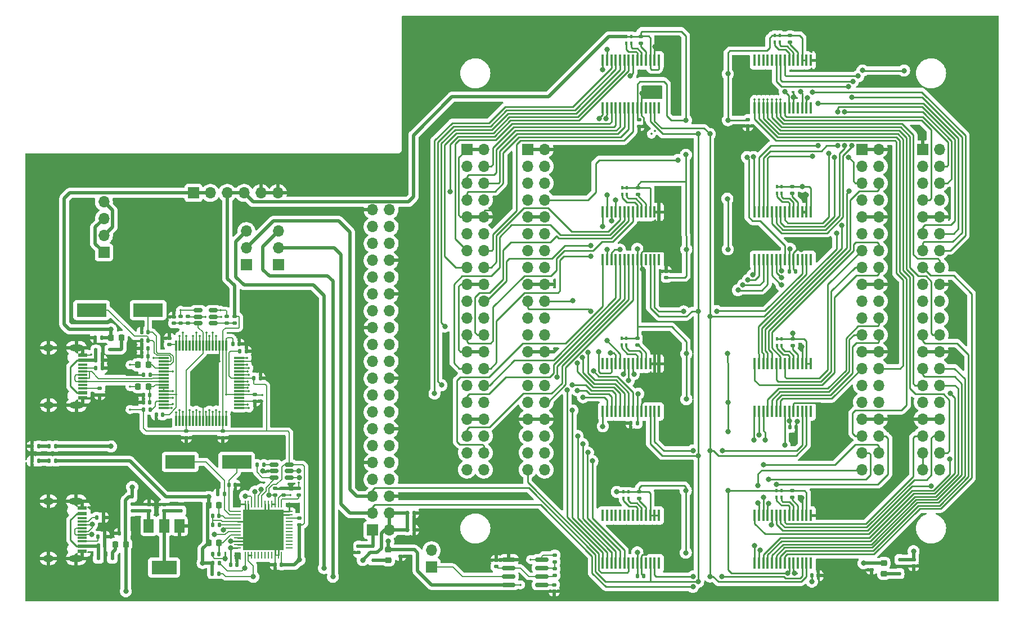
<source format=gtl>
G04 #@! TF.GenerationSoftware,KiCad,Pcbnew,(6.0.7)*
G04 #@! TF.CreationDate,2023-08-17T19:04:11+07:00*
G04 #@! TF.ProjectId,ECELab_v1,4543454c-6162-45f7-9631-2e6b69636164,rev?*
G04 #@! TF.SameCoordinates,Original*
G04 #@! TF.FileFunction,Copper,L1,Top*
G04 #@! TF.FilePolarity,Positive*
%FSLAX46Y46*%
G04 Gerber Fmt 4.6, Leading zero omitted, Abs format (unit mm)*
G04 Created by KiCad (PCBNEW (6.0.7)) date 2023-08-17 19:04:11*
%MOMM*%
%LPD*%
G01*
G04 APERTURE LIST*
G04 Aperture macros list*
%AMRoundRect*
0 Rectangle with rounded corners*
0 $1 Rounding radius*
0 $2 $3 $4 $5 $6 $7 $8 $9 X,Y pos of 4 corners*
0 Add a 4 corners polygon primitive as box body*
4,1,4,$2,$3,$4,$5,$6,$7,$8,$9,$2,$3,0*
0 Add four circle primitives for the rounded corners*
1,1,$1+$1,$2,$3*
1,1,$1+$1,$4,$5*
1,1,$1+$1,$6,$7*
1,1,$1+$1,$8,$9*
0 Add four rect primitives between the rounded corners*
20,1,$1+$1,$2,$3,$4,$5,0*
20,1,$1+$1,$4,$5,$6,$7,0*
20,1,$1+$1,$6,$7,$8,$9,0*
20,1,$1+$1,$8,$9,$2,$3,0*%
G04 Aperture macros list end*
G04 #@! TA.AperFunction,SMDPad,CuDef*
%ADD10RoundRect,0.135000X-0.185000X0.135000X-0.185000X-0.135000X0.185000X-0.135000X0.185000X0.135000X0*%
G04 #@! TD*
G04 #@! TA.AperFunction,SMDPad,CuDef*
%ADD11RoundRect,0.140000X-0.170000X0.140000X-0.170000X-0.140000X0.170000X-0.140000X0.170000X0.140000X0*%
G04 #@! TD*
G04 #@! TA.AperFunction,SMDPad,CuDef*
%ADD12R,0.600000X0.450000*%
G04 #@! TD*
G04 #@! TA.AperFunction,SMDPad,CuDef*
%ADD13RoundRect,0.140000X0.170000X-0.140000X0.170000X0.140000X-0.170000X0.140000X-0.170000X-0.140000X0*%
G04 #@! TD*
G04 #@! TA.AperFunction,SMDPad,CuDef*
%ADD14R,0.400000X0.500000*%
G04 #@! TD*
G04 #@! TA.AperFunction,SMDPad,CuDef*
%ADD15RoundRect,0.140000X0.140000X0.170000X-0.140000X0.170000X-0.140000X-0.170000X0.140000X-0.170000X0*%
G04 #@! TD*
G04 #@! TA.AperFunction,ComponentPad*
%ADD16R,1.700000X1.700000*%
G04 #@! TD*
G04 #@! TA.AperFunction,ComponentPad*
%ADD17O,1.700000X1.700000*%
G04 #@! TD*
G04 #@! TA.AperFunction,SMDPad,CuDef*
%ADD18RoundRect,0.150000X-0.825000X-0.150000X0.825000X-0.150000X0.825000X0.150000X-0.825000X0.150000X0*%
G04 #@! TD*
G04 #@! TA.AperFunction,SMDPad,CuDef*
%ADD19RoundRect,0.135000X-0.135000X-0.185000X0.135000X-0.185000X0.135000X0.185000X-0.135000X0.185000X0*%
G04 #@! TD*
G04 #@! TA.AperFunction,SMDPad,CuDef*
%ADD20RoundRect,0.218750X0.256250X-0.218750X0.256250X0.218750X-0.256250X0.218750X-0.256250X-0.218750X0*%
G04 #@! TD*
G04 #@! TA.AperFunction,SMDPad,CuDef*
%ADD21RoundRect,0.140000X-0.140000X-0.170000X0.140000X-0.170000X0.140000X0.170000X-0.140000X0.170000X0*%
G04 #@! TD*
G04 #@! TA.AperFunction,SMDPad,CuDef*
%ADD22R,0.450000X1.750000*%
G04 #@! TD*
G04 #@! TA.AperFunction,SMDPad,CuDef*
%ADD23RoundRect,0.135000X0.135000X0.185000X-0.135000X0.185000X-0.135000X-0.185000X0.135000X-0.185000X0*%
G04 #@! TD*
G04 #@! TA.AperFunction,SMDPad,CuDef*
%ADD24RoundRect,0.135000X0.185000X-0.135000X0.185000X0.135000X-0.185000X0.135000X-0.185000X-0.135000X0*%
G04 #@! TD*
G04 #@! TA.AperFunction,SMDPad,CuDef*
%ADD25RoundRect,0.218750X-0.218750X-0.256250X0.218750X-0.256250X0.218750X0.256250X-0.218750X0.256250X0*%
G04 #@! TD*
G04 #@! TA.AperFunction,SMDPad,CuDef*
%ADD26RoundRect,0.147500X-0.147500X-0.172500X0.147500X-0.172500X0.147500X0.172500X-0.147500X0.172500X0*%
G04 #@! TD*
G04 #@! TA.AperFunction,SMDPad,CuDef*
%ADD27R,1.450000X0.600000*%
G04 #@! TD*
G04 #@! TA.AperFunction,SMDPad,CuDef*
%ADD28R,1.450000X0.300000*%
G04 #@! TD*
G04 #@! TA.AperFunction,ComponentPad*
%ADD29O,1.600000X1.000000*%
G04 #@! TD*
G04 #@! TA.AperFunction,ComponentPad*
%ADD30O,2.100000X1.000000*%
G04 #@! TD*
G04 #@! TA.AperFunction,SMDPad,CuDef*
%ADD31R,1.500000X2.000000*%
G04 #@! TD*
G04 #@! TA.AperFunction,SMDPad,CuDef*
%ADD32R,3.800000X2.000000*%
G04 #@! TD*
G04 #@! TA.AperFunction,SMDPad,CuDef*
%ADD33RoundRect,0.218750X0.218750X0.256250X-0.218750X0.256250X-0.218750X-0.256250X0.218750X-0.256250X0*%
G04 #@! TD*
G04 #@! TA.AperFunction,SMDPad,CuDef*
%ADD34RoundRect,0.075000X-0.700000X-0.075000X0.700000X-0.075000X0.700000X0.075000X-0.700000X0.075000X0*%
G04 #@! TD*
G04 #@! TA.AperFunction,SMDPad,CuDef*
%ADD35RoundRect,0.075000X-0.075000X-0.700000X0.075000X-0.700000X0.075000X0.700000X-0.075000X0.700000X0*%
G04 #@! TD*
G04 #@! TA.AperFunction,SMDPad,CuDef*
%ADD36R,0.450000X0.600000*%
G04 #@! TD*
G04 #@! TA.AperFunction,SMDPad,CuDef*
%ADD37RoundRect,0.062500X-0.412500X-0.062500X0.412500X-0.062500X0.412500X0.062500X-0.412500X0.062500X0*%
G04 #@! TD*
G04 #@! TA.AperFunction,SMDPad,CuDef*
%ADD38RoundRect,0.062500X-0.062500X-0.412500X0.062500X-0.412500X0.062500X0.412500X-0.062500X0.412500X0*%
G04 #@! TD*
G04 #@! TA.AperFunction,SMDPad,CuDef*
%ADD39R,6.200000X6.200000*%
G04 #@! TD*
G04 #@! TA.AperFunction,SMDPad,CuDef*
%ADD40R,4.500000X2.000000*%
G04 #@! TD*
G04 #@! TA.AperFunction,SMDPad,CuDef*
%ADD41RoundRect,0.150000X-0.512500X-0.150000X0.512500X-0.150000X0.512500X0.150000X-0.512500X0.150000X0*%
G04 #@! TD*
G04 #@! TA.AperFunction,SMDPad,CuDef*
%ADD42RoundRect,0.150000X0.512500X0.150000X-0.512500X0.150000X-0.512500X-0.150000X0.512500X-0.150000X0*%
G04 #@! TD*
G04 #@! TA.AperFunction,ViaPad*
%ADD43C,0.800000*%
G04 #@! TD*
G04 #@! TA.AperFunction,ViaPad*
%ADD44C,0.350000*%
G04 #@! TD*
G04 #@! TA.AperFunction,Conductor*
%ADD45C,0.508000*%
G04 #@! TD*
G04 #@! TA.AperFunction,Conductor*
%ADD46C,0.254000*%
G04 #@! TD*
G04 #@! TA.AperFunction,Conductor*
%ADD47C,0.127000*%
G04 #@! TD*
G04 #@! TA.AperFunction,Conductor*
%ADD48C,0.250000*%
G04 #@! TD*
G04 #@! TA.AperFunction,Conductor*
%ADD49C,0.190500*%
G04 #@! TD*
G04 #@! TA.AperFunction,Conductor*
%ADD50C,0.200000*%
G04 #@! TD*
G04 APERTURE END LIST*
D10*
X184124600Y-144600200D03*
X184124600Y-145620200D03*
D11*
X143348400Y-134603800D03*
X143348400Y-135563800D03*
D12*
X117178800Y-113665000D03*
X115078800Y-113665000D03*
D13*
X125339800Y-137951400D03*
X125339800Y-136991400D03*
D11*
X154609800Y-143258700D03*
X154609800Y-144218700D03*
D14*
X217531200Y-135932800D03*
X218231200Y-135932800D03*
X218231200Y-134932800D03*
X217531200Y-134932800D03*
D15*
X136056000Y-134067800D03*
X135096000Y-134067800D03*
D16*
X165582600Y-146431000D03*
D17*
X165582600Y-143891000D03*
D15*
X119571400Y-141306800D03*
X118611400Y-141306800D03*
D18*
X177230000Y-145288000D03*
X177230000Y-146558000D03*
X177230000Y-147828000D03*
X177230000Y-149098000D03*
X182180000Y-149098000D03*
X182180000Y-147828000D03*
X182180000Y-146558000D03*
X182180000Y-145288000D03*
D19*
X132627600Y-145828000D03*
X133647600Y-145828000D03*
D20*
X233654600Y-147421700D03*
X233654600Y-145846700D03*
D21*
X133445000Y-135439400D03*
X134405000Y-135439400D03*
D22*
X191355000Y-77260000D03*
X192005000Y-77260000D03*
X192655000Y-77260000D03*
X193305000Y-77260000D03*
X193955000Y-77260000D03*
X194605000Y-77260000D03*
X195255000Y-77260000D03*
X195905000Y-77260000D03*
X196555000Y-77260000D03*
X197205000Y-77260000D03*
X197855000Y-77260000D03*
X198505000Y-77260000D03*
X199155000Y-77260000D03*
X199805000Y-77260000D03*
X199805000Y-70060000D03*
X199155000Y-70060000D03*
X198505000Y-70060000D03*
X197855000Y-70060000D03*
X197205000Y-70060000D03*
X196555000Y-70060000D03*
X195905000Y-70060000D03*
X195255000Y-70060000D03*
X194605000Y-70060000D03*
X193955000Y-70060000D03*
X193305000Y-70060000D03*
X192655000Y-70060000D03*
X192005000Y-70060000D03*
X191355000Y-70060000D03*
D16*
X142544800Y-100863400D03*
D17*
X142544800Y-98323400D03*
X142544800Y-95783400D03*
D13*
X126796800Y-109674600D03*
X126796800Y-108714600D03*
D16*
X170917000Y-83477000D03*
D17*
X173457000Y-83477000D03*
X170917000Y-86017000D03*
X173457000Y-86017000D03*
X170917000Y-88557000D03*
X173457000Y-88557000D03*
X170917000Y-91097000D03*
X173457000Y-91097000D03*
X170917000Y-93637000D03*
X173457000Y-93637000D03*
X170917000Y-96177000D03*
X173457000Y-96177000D03*
X170917000Y-98717000D03*
X173457000Y-98717000D03*
X170917000Y-101257000D03*
X173457000Y-101257000D03*
X170917000Y-103797000D03*
X173457000Y-103797000D03*
X170917000Y-106337000D03*
X173457000Y-106337000D03*
X170917000Y-108877000D03*
X173457000Y-108877000D03*
X170917000Y-111417000D03*
X173457000Y-111417000D03*
X170917000Y-113957000D03*
X173457000Y-113957000D03*
X170917000Y-116497000D03*
X173457000Y-116497000D03*
X170917000Y-119037000D03*
X173457000Y-119037000D03*
X170917000Y-121577000D03*
X173457000Y-121577000D03*
X170917000Y-124117000D03*
X173457000Y-124117000D03*
X170917000Y-126657000D03*
X173457000Y-126657000D03*
X170917000Y-129197000D03*
X173457000Y-129197000D03*
X170917000Y-131737000D03*
X173457000Y-131737000D03*
D23*
X116426400Y-141814800D03*
X115406400Y-141814800D03*
D14*
X194925000Y-67475000D03*
X195625000Y-67475000D03*
X195625000Y-66475000D03*
X194925000Y-66475000D03*
D24*
X127838200Y-109704600D03*
X127838200Y-108684600D03*
D25*
X117999100Y-143008600D03*
X119574100Y-143008600D03*
D22*
X191355000Y-122980000D03*
X192005000Y-122980000D03*
X192655000Y-122980000D03*
X193305000Y-122980000D03*
X193955000Y-122980000D03*
X194605000Y-122980000D03*
X195255000Y-122980000D03*
X195905000Y-122980000D03*
X196555000Y-122980000D03*
X197205000Y-122980000D03*
X197855000Y-122980000D03*
X198505000Y-122980000D03*
X199155000Y-122980000D03*
X199805000Y-122980000D03*
X199805000Y-115780000D03*
X199155000Y-115780000D03*
X198505000Y-115780000D03*
X197855000Y-115780000D03*
X197205000Y-115780000D03*
X196555000Y-115780000D03*
X195905000Y-115780000D03*
X195255000Y-115780000D03*
X194605000Y-115780000D03*
X193955000Y-115780000D03*
X193305000Y-115780000D03*
X192655000Y-115780000D03*
X192005000Y-115780000D03*
X191355000Y-115780000D03*
D21*
X138864400Y-117932200D03*
X139824400Y-117932200D03*
D10*
X196550800Y-111978600D03*
X196550800Y-112998600D03*
D23*
X123242800Y-117449600D03*
X122222800Y-117449600D03*
D15*
X133619600Y-144431000D03*
X132659600Y-144431000D03*
D21*
X135331400Y-146043200D03*
X136291400Y-146043200D03*
D15*
X122958800Y-114630200D03*
X121998800Y-114630200D03*
D24*
X128930400Y-109704600D03*
X128930400Y-108684600D03*
D16*
X239497000Y-83477000D03*
D17*
X242037000Y-83477000D03*
X239497000Y-86017000D03*
X242037000Y-86017000D03*
X239497000Y-88557000D03*
X242037000Y-88557000D03*
X239497000Y-91097000D03*
X242037000Y-91097000D03*
X239497000Y-93637000D03*
X242037000Y-93637000D03*
X239497000Y-96177000D03*
X242037000Y-96177000D03*
X239497000Y-98717000D03*
X242037000Y-98717000D03*
X239497000Y-101257000D03*
X242037000Y-101257000D03*
X239497000Y-103797000D03*
X242037000Y-103797000D03*
X239497000Y-106337000D03*
X242037000Y-106337000D03*
X239497000Y-108877000D03*
X242037000Y-108877000D03*
X239497000Y-111417000D03*
X242037000Y-111417000D03*
X239497000Y-113957000D03*
X242037000Y-113957000D03*
X239497000Y-116497000D03*
X242037000Y-116497000D03*
X239497000Y-119037000D03*
X242037000Y-119037000D03*
X239497000Y-121577000D03*
X242037000Y-121577000D03*
X239497000Y-124117000D03*
X242037000Y-124117000D03*
X239497000Y-126657000D03*
X242037000Y-126657000D03*
X239497000Y-129197000D03*
X242037000Y-129197000D03*
X239497000Y-131737000D03*
X242037000Y-131737000D03*
D22*
X214215000Y-145840000D03*
X214865000Y-145840000D03*
X215515000Y-145840000D03*
X216165000Y-145840000D03*
X216815000Y-145840000D03*
X217465000Y-145840000D03*
X218115000Y-145840000D03*
X218765000Y-145840000D03*
X219415000Y-145840000D03*
X220065000Y-145840000D03*
X220715000Y-145840000D03*
X221365000Y-145840000D03*
X222015000Y-145840000D03*
X222665000Y-145840000D03*
X222665000Y-138640000D03*
X222015000Y-138640000D03*
X221365000Y-138640000D03*
X220715000Y-138640000D03*
X220065000Y-138640000D03*
X219415000Y-138640000D03*
X218765000Y-138640000D03*
X218115000Y-138640000D03*
X217465000Y-138640000D03*
X216815000Y-138640000D03*
X216165000Y-138640000D03*
X215515000Y-138640000D03*
X214865000Y-138640000D03*
X214215000Y-138640000D03*
D14*
X217582000Y-113022000D03*
X218282000Y-113022000D03*
X218282000Y-112022000D03*
X217582000Y-112022000D03*
D10*
X184124600Y-146657600D03*
X184124600Y-147677600D03*
X219938600Y-112012000D03*
X219938600Y-113032000D03*
D21*
X161978400Y-138303000D03*
X162938400Y-138303000D03*
D14*
X217275000Y-67350000D03*
X217975000Y-67350000D03*
X217975000Y-66350000D03*
X217275000Y-66350000D03*
D26*
X105506800Y-128193800D03*
X106476800Y-128193800D03*
D21*
X135689400Y-112801400D03*
X136649400Y-112801400D03*
D27*
X113061800Y-114453600D03*
X113061800Y-115253600D03*
D28*
X113061800Y-116453600D03*
X113061800Y-117453600D03*
X113061800Y-117953600D03*
X113061800Y-118953600D03*
D27*
X113061800Y-120153600D03*
X113061800Y-120953600D03*
X113061800Y-120953600D03*
X113061800Y-120153600D03*
D28*
X113061800Y-119453600D03*
X113061800Y-118453600D03*
X113061800Y-116953600D03*
X113061800Y-115953600D03*
D27*
X113061800Y-115253600D03*
X113061800Y-114453600D03*
D29*
X107966800Y-113383600D03*
D30*
X112146800Y-122023600D03*
X112146800Y-113383600D03*
D29*
X107966800Y-122023600D03*
D31*
X127639800Y-140214200D03*
X125339800Y-140214200D03*
D32*
X125339800Y-146514200D03*
D31*
X123039800Y-140214200D03*
D25*
X132047300Y-137115800D03*
X133622300Y-137115800D03*
D11*
X200925000Y-101845000D03*
X200925000Y-102805000D03*
D12*
X117550600Y-145142200D03*
X115450600Y-145142200D03*
D33*
X118922900Y-111836200D03*
X117347900Y-111836200D03*
D10*
X219550000Y-66340000D03*
X219550000Y-67360000D03*
X145685200Y-139044200D03*
X145685200Y-140064200D03*
D11*
X231800400Y-145849400D03*
X231800400Y-146809400D03*
D19*
X132602200Y-147402800D03*
X133622200Y-147402800D03*
D15*
X197505000Y-147775000D03*
X196545000Y-147775000D03*
D30*
X112111000Y-145118800D03*
X112111000Y-136478800D03*
D29*
X107931000Y-136478800D03*
X107931000Y-145118800D03*
D27*
X113026000Y-137548800D03*
X113026000Y-138348800D03*
D28*
X113026000Y-139048800D03*
X113026000Y-140048800D03*
X113026000Y-141548800D03*
X113026000Y-142548800D03*
D27*
X113026000Y-143248800D03*
X113026000Y-144048800D03*
X113026000Y-144048800D03*
X113026000Y-143248800D03*
D28*
X113026000Y-142048800D03*
X113026000Y-141048800D03*
X113026000Y-140548800D03*
X113026000Y-139548800D03*
D27*
X113026000Y-138348800D03*
X113026000Y-137548800D03*
D34*
X125262000Y-114944200D03*
X125262000Y-115444200D03*
X125262000Y-115944200D03*
X125262000Y-116444200D03*
X125262000Y-116944200D03*
X125262000Y-117444200D03*
X125262000Y-117944200D03*
X125262000Y-118444200D03*
X125262000Y-118944200D03*
X125262000Y-119444200D03*
X125262000Y-119944200D03*
X125262000Y-120444200D03*
X125262000Y-120944200D03*
X125262000Y-121444200D03*
X125262000Y-121944200D03*
X125262000Y-122444200D03*
D35*
X127187000Y-124369200D03*
X127687000Y-124369200D03*
X128187000Y-124369200D03*
X128687000Y-124369200D03*
X129187000Y-124369200D03*
X129687000Y-124369200D03*
X130187000Y-124369200D03*
X130687000Y-124369200D03*
X131187000Y-124369200D03*
X131687000Y-124369200D03*
X132187000Y-124369200D03*
X132687000Y-124369200D03*
X133187000Y-124369200D03*
X133687000Y-124369200D03*
X134187000Y-124369200D03*
X134687000Y-124369200D03*
D34*
X136612000Y-122444200D03*
X136612000Y-121944200D03*
X136612000Y-121444200D03*
X136612000Y-120944200D03*
X136612000Y-120444200D03*
X136612000Y-119944200D03*
X136612000Y-119444200D03*
X136612000Y-118944200D03*
X136612000Y-118444200D03*
X136612000Y-117944200D03*
X136612000Y-117444200D03*
X136612000Y-116944200D03*
X136612000Y-116444200D03*
X136612000Y-115944200D03*
X136612000Y-115444200D03*
X136612000Y-114944200D03*
D35*
X134687000Y-113019200D03*
X134187000Y-113019200D03*
X133687000Y-113019200D03*
X133187000Y-113019200D03*
X132687000Y-113019200D03*
X132187000Y-113019200D03*
X131687000Y-113019200D03*
X131187000Y-113019200D03*
X130687000Y-113019200D03*
X130187000Y-113019200D03*
X129687000Y-113019200D03*
X129187000Y-113019200D03*
X128687000Y-113019200D03*
X128187000Y-113019200D03*
X127687000Y-113019200D03*
X127187000Y-113019200D03*
D22*
X214215000Y-100120000D03*
X214865000Y-100120000D03*
X215515000Y-100120000D03*
X216165000Y-100120000D03*
X216815000Y-100120000D03*
X217465000Y-100120000D03*
X218115000Y-100120000D03*
X218765000Y-100120000D03*
X219415000Y-100120000D03*
X220065000Y-100120000D03*
X220715000Y-100120000D03*
X221365000Y-100120000D03*
X222015000Y-100120000D03*
X222665000Y-100120000D03*
X222665000Y-92920000D03*
X222015000Y-92920000D03*
X221365000Y-92920000D03*
X220715000Y-92920000D03*
X220065000Y-92920000D03*
X219415000Y-92920000D03*
X218765000Y-92920000D03*
X218115000Y-92920000D03*
X217465000Y-92920000D03*
X216815000Y-92920000D03*
X216165000Y-92920000D03*
X215515000Y-92920000D03*
X214865000Y-92920000D03*
X214215000Y-92920000D03*
D21*
X121998800Y-111048800D03*
X122958800Y-111048800D03*
D36*
X156750800Y-145377000D03*
X156750800Y-143277000D03*
D21*
X161978400Y-140843000D03*
X162938400Y-140843000D03*
D15*
X123212800Y-121589800D03*
X122252800Y-121589800D03*
D37*
X136400000Y-138048800D03*
X136400000Y-138548800D03*
X136400000Y-139048800D03*
X136400000Y-139548800D03*
X136400000Y-140048800D03*
X136400000Y-140548800D03*
X136400000Y-141048800D03*
X136400000Y-141548800D03*
X136400000Y-142048800D03*
X136400000Y-142548800D03*
X136400000Y-143048800D03*
X136400000Y-143548800D03*
D38*
X137525000Y-144673800D03*
X138025000Y-144673800D03*
X138525000Y-144673800D03*
X139025000Y-144673800D03*
X139525000Y-144673800D03*
X140025000Y-144673800D03*
X140525000Y-144673800D03*
X141025000Y-144673800D03*
X141525000Y-144673800D03*
X142025000Y-144673800D03*
X142525000Y-144673800D03*
X143025000Y-144673800D03*
D37*
X144150000Y-143548800D03*
X144150000Y-143048800D03*
X144150000Y-142548800D03*
X144150000Y-142048800D03*
X144150000Y-141548800D03*
X144150000Y-141048800D03*
X144150000Y-140548800D03*
X144150000Y-140048800D03*
X144150000Y-139548800D03*
X144150000Y-139048800D03*
X144150000Y-138548800D03*
X144150000Y-138048800D03*
D38*
X143025000Y-136923800D03*
X142525000Y-136923800D03*
X142025000Y-136923800D03*
X141525000Y-136923800D03*
X141025000Y-136923800D03*
X140525000Y-136923800D03*
X140025000Y-136923800D03*
X139525000Y-136923800D03*
X139025000Y-136923800D03*
X138525000Y-136923800D03*
X138025000Y-136923800D03*
X137525000Y-136923800D03*
D39*
X140275000Y-140798800D03*
D15*
X133619600Y-138690600D03*
X132659600Y-138690600D03*
D22*
X191355000Y-145840000D03*
X192005000Y-145840000D03*
X192655000Y-145840000D03*
X193305000Y-145840000D03*
X193955000Y-145840000D03*
X194605000Y-145840000D03*
X195255000Y-145840000D03*
X195905000Y-145840000D03*
X196555000Y-145840000D03*
X197205000Y-145840000D03*
X197855000Y-145840000D03*
X198505000Y-145840000D03*
X199155000Y-145840000D03*
X199805000Y-145840000D03*
X199805000Y-138640000D03*
X199155000Y-138640000D03*
X198505000Y-138640000D03*
X197855000Y-138640000D03*
X197205000Y-138640000D03*
X196555000Y-138640000D03*
X195905000Y-138640000D03*
X195255000Y-138640000D03*
X194605000Y-138640000D03*
X193955000Y-138640000D03*
X193305000Y-138640000D03*
X192655000Y-138640000D03*
X192005000Y-138640000D03*
X191355000Y-138640000D03*
D40*
X136261400Y-130593200D03*
X127761400Y-130593200D03*
D13*
X175310800Y-146326800D03*
X175310800Y-145366800D03*
X142027600Y-135563800D03*
X142027600Y-134603800D03*
D21*
X136756200Y-113893600D03*
X137716200Y-113893600D03*
D11*
X128701800Y-125963800D03*
X128701800Y-126923800D03*
D16*
X116281200Y-99009200D03*
D17*
X116281200Y-96469200D03*
X116281200Y-93929200D03*
X116281200Y-91389200D03*
D21*
X121998800Y-112268000D03*
X122958800Y-112268000D03*
D13*
X213200000Y-79955000D03*
X213200000Y-78995000D03*
D22*
X191355000Y-100120000D03*
X192005000Y-100120000D03*
X192655000Y-100120000D03*
X193305000Y-100120000D03*
X193955000Y-100120000D03*
X194605000Y-100120000D03*
X195255000Y-100120000D03*
X195905000Y-100120000D03*
X196555000Y-100120000D03*
X197205000Y-100120000D03*
X197855000Y-100120000D03*
X198505000Y-100120000D03*
X199155000Y-100120000D03*
X199805000Y-100120000D03*
X199805000Y-92920000D03*
X199155000Y-92920000D03*
X198505000Y-92920000D03*
X197855000Y-92920000D03*
X197205000Y-92920000D03*
X196555000Y-92920000D03*
X195905000Y-92920000D03*
X195255000Y-92920000D03*
X194605000Y-92920000D03*
X193955000Y-92920000D03*
X193305000Y-92920000D03*
X192655000Y-92920000D03*
X192005000Y-92920000D03*
X191355000Y-92920000D03*
D36*
X127930600Y-135862600D03*
X127930600Y-137962600D03*
D13*
X123053800Y-137951400D03*
X123053800Y-136991400D03*
D15*
X143015600Y-146082000D03*
X142055600Y-146082000D03*
D11*
X134188200Y-125961200D03*
X134188200Y-126921200D03*
D24*
X115671600Y-120474200D03*
X115671600Y-119454200D03*
D41*
X141923900Y-131018200D03*
X141923900Y-131968200D03*
X141923900Y-132918200D03*
X144198900Y-132918200D03*
X144198900Y-131968200D03*
X144198900Y-131018200D03*
D16*
X156732400Y-140860800D03*
D17*
X159272400Y-140860800D03*
X156732400Y-138320800D03*
X159272400Y-138320800D03*
X156732400Y-135780800D03*
X159272400Y-135780800D03*
X156732400Y-133240800D03*
X159272400Y-133240800D03*
X156732400Y-130700800D03*
X159272400Y-130700800D03*
X156732400Y-128160800D03*
X159272400Y-128160800D03*
X156732400Y-125620800D03*
X159272400Y-125620800D03*
X156732400Y-123080800D03*
X159272400Y-123080800D03*
X156732400Y-120540800D03*
X159272400Y-120540800D03*
X156732400Y-118000800D03*
X159272400Y-118000800D03*
X156732400Y-115460800D03*
X159272400Y-115460800D03*
X156732400Y-112920800D03*
X159272400Y-112920800D03*
X156732400Y-110380800D03*
X159272400Y-110380800D03*
X156732400Y-107840800D03*
X159272400Y-107840800D03*
X156732400Y-105300800D03*
X159272400Y-105300800D03*
X156732400Y-102760800D03*
X159272400Y-102760800D03*
X156732400Y-100220800D03*
X159272400Y-100220800D03*
X156732400Y-97680800D03*
X159272400Y-97680800D03*
X156732400Y-95140800D03*
X159272400Y-95140800D03*
X156732400Y-92600800D03*
X159272400Y-92600800D03*
D24*
X134797800Y-109653800D03*
X134797800Y-108633800D03*
D25*
X121386500Y-115951000D03*
X122961500Y-115951000D03*
D22*
X214215000Y-122980000D03*
X214865000Y-122980000D03*
X215515000Y-122980000D03*
X216165000Y-122980000D03*
X216815000Y-122980000D03*
X217465000Y-122980000D03*
X218115000Y-122980000D03*
X218765000Y-122980000D03*
X219415000Y-122980000D03*
X220065000Y-122980000D03*
X220715000Y-122980000D03*
X221365000Y-122980000D03*
X222015000Y-122980000D03*
X222665000Y-122980000D03*
X222665000Y-115780000D03*
X222015000Y-115780000D03*
X221365000Y-115780000D03*
X220715000Y-115780000D03*
X220065000Y-115780000D03*
X219415000Y-115780000D03*
X218765000Y-115780000D03*
X218115000Y-115780000D03*
X217465000Y-115780000D03*
X216815000Y-115780000D03*
X216165000Y-115780000D03*
X215515000Y-115780000D03*
X214865000Y-115780000D03*
X214215000Y-115780000D03*
D42*
X132734900Y-109662000D03*
X132734900Y-108712000D03*
X132734900Y-107762000D03*
X130459900Y-107762000D03*
X130459900Y-108712000D03*
X130459900Y-109662000D03*
D11*
X145567400Y-134603800D03*
X145567400Y-135563800D03*
X238125000Y-145290600D03*
X238125000Y-146250600D03*
D40*
X114444200Y-107696000D03*
X122944200Y-107696000D03*
D15*
X220380000Y-101850000D03*
X219420000Y-101850000D03*
D21*
X115436400Y-143237200D03*
X116396400Y-143237200D03*
D20*
X159080200Y-145389800D03*
X159080200Y-143814800D03*
D25*
X132045300Y-142754600D03*
X133620300Y-142754600D03*
D11*
X184048400Y-149100600D03*
X184048400Y-150060600D03*
D15*
X115948400Y-111836200D03*
X114988400Y-111836200D03*
D13*
X126136400Y-112923200D03*
X126136400Y-111963200D03*
D23*
X133649600Y-140036800D03*
X132629600Y-140036800D03*
D25*
X121386500Y-119227600D03*
X122961500Y-119227600D03*
D14*
X194168800Y-112988600D03*
X194868800Y-112988600D03*
X194868800Y-111988600D03*
X194168800Y-111988600D03*
D23*
X109060100Y-130454400D03*
X108040100Y-130454400D03*
D15*
X223780000Y-147725000D03*
X222820000Y-147725000D03*
D21*
X195595000Y-124775000D03*
X196555000Y-124775000D03*
D16*
X137705800Y-100888400D03*
D17*
X137705800Y-98348400D03*
X137705800Y-95808400D03*
D23*
X109069600Y-128193800D03*
X108049600Y-128193800D03*
D16*
X129768600Y-90059400D03*
D17*
X132308600Y-90059400D03*
X134848600Y-90059400D03*
X137388600Y-90059400D03*
X139928600Y-90059400D03*
X142468600Y-90059400D03*
D16*
X180061000Y-83477000D03*
D17*
X182601000Y-83477000D03*
X180061000Y-86017000D03*
X182601000Y-86017000D03*
X180061000Y-88557000D03*
X182601000Y-88557000D03*
X180061000Y-91097000D03*
X182601000Y-91097000D03*
X180061000Y-93637000D03*
X182601000Y-93637000D03*
X180061000Y-96177000D03*
X182601000Y-96177000D03*
X180061000Y-98717000D03*
X182601000Y-98717000D03*
X180061000Y-101257000D03*
X182601000Y-101257000D03*
X180061000Y-103797000D03*
X182601000Y-103797000D03*
X180061000Y-106337000D03*
X182601000Y-106337000D03*
X180061000Y-108877000D03*
X182601000Y-108877000D03*
X180061000Y-111417000D03*
X182601000Y-111417000D03*
X180061000Y-113957000D03*
X182601000Y-113957000D03*
X180061000Y-116497000D03*
X182601000Y-116497000D03*
X180061000Y-119037000D03*
X182601000Y-119037000D03*
X180061000Y-121577000D03*
X182601000Y-121577000D03*
X180061000Y-124117000D03*
X182601000Y-124117000D03*
X180061000Y-126657000D03*
X182601000Y-126657000D03*
X180061000Y-129197000D03*
X182601000Y-129197000D03*
X180061000Y-131737000D03*
X182601000Y-131737000D03*
D36*
X236016800Y-147404800D03*
X236016800Y-145304800D03*
D10*
X219862400Y-134922800D03*
X219862400Y-135942800D03*
D15*
X123212800Y-120548400D03*
X122252800Y-120548400D03*
X122958800Y-113512600D03*
X121998800Y-113512600D03*
D14*
X194300000Y-90250000D03*
X195000000Y-90250000D03*
X195000000Y-89250000D03*
X194300000Y-89250000D03*
D36*
X120539200Y-137962600D03*
X120539200Y-135862600D03*
D10*
X197050000Y-66465000D03*
X197050000Y-67485000D03*
D14*
X194493400Y-136110600D03*
X195193400Y-136110600D03*
X195193400Y-135110600D03*
X194493400Y-135110600D03*
D10*
X135940800Y-108633800D03*
X135940800Y-109653800D03*
D23*
X123242800Y-122682000D03*
X122222800Y-122682000D03*
D10*
X196625000Y-89240000D03*
X196625000Y-90260000D03*
X196850000Y-135100600D03*
X196850000Y-136120600D03*
D13*
X196825000Y-80005000D03*
X196825000Y-79045000D03*
D16*
X230353000Y-83477000D03*
D17*
X232893000Y-83477000D03*
X230353000Y-86017000D03*
X232893000Y-86017000D03*
X230353000Y-88557000D03*
X232893000Y-88557000D03*
X230353000Y-91097000D03*
X232893000Y-91097000D03*
X230353000Y-93637000D03*
X232893000Y-93637000D03*
X230353000Y-96177000D03*
X232893000Y-96177000D03*
X230353000Y-98717000D03*
X232893000Y-98717000D03*
X230353000Y-101257000D03*
X232893000Y-101257000D03*
X230353000Y-103797000D03*
X232893000Y-103797000D03*
X230353000Y-106337000D03*
X232893000Y-106337000D03*
X230353000Y-108877000D03*
X232893000Y-108877000D03*
X230353000Y-111417000D03*
X232893000Y-111417000D03*
X230353000Y-113957000D03*
X232893000Y-113957000D03*
X230353000Y-116497000D03*
X232893000Y-116497000D03*
X230353000Y-119037000D03*
X232893000Y-119037000D03*
X230353000Y-121577000D03*
X232893000Y-121577000D03*
X230353000Y-124117000D03*
X232893000Y-124117000D03*
X230353000Y-126657000D03*
X232893000Y-126657000D03*
X230353000Y-129197000D03*
X232893000Y-129197000D03*
X230353000Y-131737000D03*
X232893000Y-131737000D03*
D15*
X125117800Y-123469400D03*
X124157800Y-123469400D03*
D19*
X115203200Y-138944600D03*
X116223200Y-138944600D03*
D11*
X139039600Y-120449400D03*
X139039600Y-121409400D03*
D23*
X140371400Y-131018200D03*
X139351400Y-131018200D03*
D26*
X105499700Y-130454400D03*
X106469700Y-130454400D03*
D19*
X115034600Y-116459000D03*
X116054600Y-116459000D03*
D14*
X217575000Y-90100000D03*
X218275000Y-90100000D03*
X218275000Y-89100000D03*
X217575000Y-89100000D03*
D10*
X219900000Y-89090000D03*
X219900000Y-90110000D03*
D21*
X115064600Y-115239800D03*
X116024600Y-115239800D03*
D11*
X160934400Y-143817500D03*
X160934400Y-144777500D03*
D22*
X214215000Y-77260000D03*
X214865000Y-77260000D03*
X215515000Y-77260000D03*
X216165000Y-77260000D03*
X216815000Y-77260000D03*
X217465000Y-77260000D03*
X218115000Y-77260000D03*
X218765000Y-77260000D03*
X219415000Y-77260000D03*
X220065000Y-77260000D03*
X220715000Y-77260000D03*
X221365000Y-77260000D03*
X222015000Y-77260000D03*
X222665000Y-77260000D03*
X222665000Y-70060000D03*
X222015000Y-70060000D03*
X221365000Y-70060000D03*
X220715000Y-70060000D03*
X220065000Y-70060000D03*
X219415000Y-70060000D03*
X218765000Y-70060000D03*
X218115000Y-70060000D03*
X217465000Y-70060000D03*
X216815000Y-70060000D03*
X216165000Y-70060000D03*
X215515000Y-70060000D03*
X214865000Y-70060000D03*
X214215000Y-70060000D03*
D15*
X220480000Y-125375000D03*
X219520000Y-125375000D03*
D43*
X221938500Y-90347800D03*
D44*
X126663600Y-121894600D03*
X123799600Y-114935000D03*
D43*
X198025000Y-143075000D03*
X176530000Y-132080000D03*
X136311400Y-136918200D03*
X221175000Y-98591498D03*
X236220000Y-127000000D03*
X220230990Y-147314982D03*
X135347047Y-142551047D03*
X221288500Y-135991600D03*
D44*
X133680200Y-115443000D03*
D43*
X129251400Y-144253200D03*
D44*
X114706400Y-120954800D03*
D43*
X129251400Y-139173200D03*
D44*
X124155200Y-124358400D03*
X126136400Y-111150400D03*
D43*
X197281500Y-75057000D03*
D44*
X138912600Y-115443000D03*
D43*
X212950000Y-70100000D03*
X220600000Y-124454502D03*
X197333500Y-101577367D03*
X133451600Y-134264400D03*
D44*
X114376200Y-114427000D03*
X140106400Y-121412000D03*
D43*
X227330000Y-127000000D03*
X224500000Y-122150000D03*
D44*
X145567400Y-133756400D03*
X126644400Y-120929400D03*
D43*
X144161400Y-137118200D03*
X134483800Y-145142200D03*
D44*
X133959600Y-108712000D03*
X126619000Y-116941600D03*
D43*
X140160163Y-131969437D03*
X221288500Y-113233200D03*
X197025000Y-118775000D03*
X199231500Y-68021200D03*
X153390600Y-144221200D03*
X220068346Y-75663010D03*
D44*
X126644400Y-119938800D03*
D43*
X236220000Y-132080000D03*
X244440700Y-113995200D03*
D44*
X126796800Y-107746800D03*
X131191000Y-121818400D03*
D43*
X177130500Y-92608400D03*
X136286400Y-144718200D03*
X198450000Y-121175000D03*
X120548400Y-134366000D03*
D44*
X180517800Y-145288000D03*
D43*
X155244800Y-145364200D03*
X117348000Y-128244600D03*
X117348000Y-110591600D03*
X119583200Y-150063200D03*
D44*
X178993800Y-149098000D03*
D43*
X238125000Y-144043400D03*
X203850000Y-134914400D03*
X219545500Y-98475000D03*
X145694400Y-145338800D03*
X196551012Y-98477571D03*
X141128354Y-135558773D03*
X203860400Y-79095600D03*
D44*
X120243600Y-115951000D03*
D43*
X230606600Y-145846800D03*
X222825000Y-148625000D03*
X193471800Y-135102600D03*
X221374200Y-89090000D03*
X137536400Y-135743200D03*
X131140200Y-145821400D03*
X210108800Y-114249200D03*
X210185000Y-79095600D03*
X218744800Y-74751500D03*
X135347495Y-143550549D03*
X210168062Y-125992100D03*
X210175000Y-72110600D03*
X196555089Y-144203422D03*
X203925000Y-98563600D03*
X219938600Y-111226600D03*
X219177808Y-147340933D03*
D44*
X120243600Y-122682000D03*
D43*
X210100000Y-90932000D03*
X203860400Y-84309500D03*
X219443000Y-124425590D03*
X196683500Y-120300000D03*
X132045400Y-135871200D03*
D44*
X120243600Y-119227600D03*
D43*
X159080200Y-142544800D03*
X210210400Y-134924800D03*
X203925000Y-121125000D03*
X210170000Y-98550000D03*
X210170000Y-121625600D03*
X203850000Y-144257000D03*
X203925000Y-114263000D03*
D44*
X140106400Y-120472200D03*
X127177800Y-120446800D03*
X134696200Y-120446800D03*
X144322800Y-135559800D03*
D43*
X114468600Y-141535400D03*
X132883600Y-141510000D03*
X134259237Y-140815250D03*
X114494000Y-140011400D03*
X188386635Y-120827800D03*
D44*
X128193800Y-111125000D03*
X127838200Y-107746800D03*
X127685800Y-111582200D03*
X131572000Y-108712000D03*
X133873200Y-107762000D03*
X128676400Y-111582200D03*
D43*
X137515600Y-146583400D03*
X149402800Y-146583400D03*
X209296000Y-147853400D03*
X205714600Y-148631471D03*
X208508600Y-107857300D03*
X205714600Y-107873800D03*
X209389562Y-128854700D03*
X221107000Y-74805500D03*
X205689200Y-81178400D03*
X205714600Y-129641600D03*
X150749000Y-147878800D03*
X138760200Y-147878800D03*
X204927200Y-149410400D03*
X222143500Y-75692000D03*
X207467200Y-81178400D03*
X204936100Y-128863100D03*
X207492600Y-147853400D03*
X207492600Y-108661200D03*
X207492600Y-128863100D03*
X203530200Y-107899200D03*
X204936100Y-147853400D03*
X139972658Y-134727322D03*
X145669249Y-132931628D03*
X139031374Y-135063462D03*
X145650717Y-131932297D03*
X186009969Y-119786400D03*
X186788469Y-122834400D03*
X187566969Y-126669800D03*
X188345469Y-127889000D03*
X189123969Y-129184400D03*
X189794164Y-130454400D03*
X195490790Y-72436638D03*
D44*
X137845800Y-115951000D03*
D43*
X168385500Y-89865200D03*
D44*
X138101729Y-116437264D03*
X137871200Y-116941600D03*
X138099800Y-117449600D03*
D43*
X167589200Y-110159800D03*
X167081200Y-119024400D03*
D44*
X137871200Y-118440200D03*
X138099800Y-118948200D03*
D43*
X166039800Y-120269000D03*
X212445025Y-103944000D03*
X211696023Y-104705500D03*
X213192931Y-103169000D03*
X218266197Y-101773803D03*
X213938803Y-102394500D03*
X213055200Y-84658200D03*
X202675000Y-85079000D03*
X190748128Y-114001072D03*
X218259294Y-102842400D03*
X192506600Y-114147600D03*
X218267726Y-103937056D03*
X194471300Y-117362742D03*
X191995627Y-112333167D03*
X196033500Y-117374947D03*
X189509330Y-107864964D03*
X186839208Y-106302192D03*
X195254183Y-118334217D03*
X189162700Y-114046000D03*
X189941200Y-116890800D03*
X187477192Y-115696792D03*
X188315600Y-114858800D03*
X187553600Y-119791608D03*
X186754908Y-119013108D03*
X228360603Y-84660603D03*
X192000000Y-68450000D03*
D44*
X199175000Y-80684000D03*
X137864566Y-119444806D03*
X138100815Y-119940931D03*
X198673500Y-81178400D03*
D43*
X191336603Y-71486603D03*
D44*
X214198200Y-75971400D03*
X129692400Y-111582200D03*
X130200400Y-111125000D03*
X214858600Y-75971400D03*
X218975000Y-78600000D03*
X137845800Y-114935000D03*
X218109800Y-75971400D03*
X133197600Y-111582200D03*
X217449400Y-75971400D03*
X132689600Y-111125000D03*
X216814400Y-75971400D03*
X132181600Y-111582200D03*
X131699000Y-111125000D03*
X216154000Y-75971400D03*
X215519000Y-75971400D03*
X130683000Y-111582200D03*
D43*
X228998028Y-73230500D03*
X228307260Y-74025928D03*
X229800000Y-72450000D03*
X191363600Y-125225000D03*
D44*
X128193800Y-123012200D03*
X129184400Y-122783600D03*
X129690269Y-123013215D03*
X130186394Y-122776966D03*
D43*
X190820997Y-78854500D03*
D44*
X126492000Y-122453400D03*
X127177841Y-123139200D03*
D43*
X191874500Y-78854500D03*
D44*
X127683600Y-122808120D03*
X130683000Y-123012200D03*
X133193936Y-122756271D03*
X133680200Y-123012200D03*
D43*
X193300000Y-91150000D03*
X189556603Y-97989603D03*
X192656336Y-94292568D03*
D44*
X134696200Y-123012200D03*
X138106434Y-122442006D03*
D43*
X192000000Y-90369500D03*
D44*
X131673600Y-123012200D03*
X132181600Y-122758200D03*
X132689600Y-123012200D03*
X137871200Y-121945400D03*
D43*
X191350000Y-95073068D03*
X189541462Y-99555500D03*
X184457288Y-117788907D03*
X191997569Y-98599328D03*
X193937396Y-98591498D03*
X228371400Y-89814400D03*
X227306397Y-94972397D03*
X226527897Y-96164400D03*
X214071200Y-127304800D03*
X214858600Y-126492000D03*
X215798400Y-127304800D03*
X218719400Y-128083300D03*
X217449400Y-133950700D03*
X216695661Y-140092612D03*
X216297501Y-133172200D03*
X216293500Y-136829800D03*
X215519000Y-131038600D03*
X215519000Y-135940800D03*
X214731600Y-134154300D03*
X214736500Y-136779000D03*
X214054356Y-84631906D03*
X230436165Y-71610262D03*
X236702600Y-71625000D03*
X226186500Y-84669500D03*
X227775000Y-77819500D03*
X227771571Y-82949012D03*
X225327776Y-84059205D03*
X226718143Y-82936500D03*
X226721720Y-77797880D03*
X223763500Y-76525000D03*
X223750000Y-82936500D03*
X228825000Y-82936500D03*
X228825000Y-75650000D03*
X222925000Y-74850000D03*
X222925000Y-84511500D03*
X243662200Y-120243600D03*
X214213817Y-143207906D03*
X214993500Y-143916400D03*
X240792000Y-134188200D03*
X243535200Y-130175000D03*
D45*
X163019900Y-143817500D02*
X160934400Y-143817500D01*
X163499800Y-147023521D02*
X163499800Y-144297400D01*
X163499800Y-144297400D02*
X163019900Y-143817500D01*
X165574279Y-149098000D02*
X163499800Y-147023521D01*
X177230000Y-149098000D02*
X165574279Y-149098000D01*
D46*
X123042600Y-137962600D02*
X123053800Y-137951400D01*
D45*
X123039800Y-140214200D02*
X123039800Y-137965400D01*
X120539200Y-137962600D02*
X123042600Y-137962600D01*
D46*
X123039800Y-137965400D02*
X123053800Y-137951400D01*
D47*
X126614000Y-121944200D02*
X126663600Y-121894600D01*
D48*
X140525000Y-136923800D02*
X140525000Y-140548800D01*
D47*
X138911400Y-115444200D02*
X136612000Y-115444200D01*
D46*
X199155000Y-70060000D02*
X199155000Y-68097700D01*
D47*
X132734900Y-108712000D02*
X133959600Y-108712000D01*
D48*
X224500000Y-122150000D02*
X224041400Y-121691400D01*
X220065000Y-121819000D02*
X220065000Y-122980000D01*
X177101808Y-92637092D02*
X173605708Y-92637092D01*
D46*
X119710200Y-114630200D02*
X121998800Y-114630200D01*
D49*
X140161400Y-131968200D02*
X140160163Y-131969437D01*
X142025000Y-144673800D02*
X142025000Y-146051400D01*
D46*
X197205000Y-98995000D02*
X197400000Y-98800000D01*
D48*
X169646600Y-104114600D02*
X169646600Y-113690400D01*
D46*
X221365000Y-113309700D02*
X221288500Y-113233200D01*
X197505000Y-147775000D02*
X197205000Y-147475000D01*
X197205000Y-147475000D02*
X197205000Y-145840000D01*
D49*
X134097400Y-139548800D02*
X133899600Y-139351000D01*
D48*
X142025000Y-144673800D02*
X142025000Y-142548800D01*
D49*
X134458400Y-145116800D02*
X132934400Y-145116800D01*
X132693100Y-139351000D02*
X132659600Y-139317500D01*
D46*
X220065000Y-75666356D02*
X220065000Y-77260000D01*
D49*
X134483800Y-145142200D02*
X134458400Y-145116800D01*
D48*
X169938600Y-93637000D02*
X169672000Y-93370400D01*
D46*
X119227600Y-116967000D02*
X119227600Y-115112800D01*
X197205000Y-100120000D02*
X197205000Y-98995000D01*
D48*
X244208200Y-113957000D02*
X242037000Y-113957000D01*
D47*
X126639000Y-119944200D02*
X126644400Y-119938800D01*
D48*
X136400000Y-139548800D02*
X139025000Y-139548800D01*
X197205000Y-77260000D02*
X197205000Y-78386000D01*
D49*
X141923900Y-131968200D02*
X140161400Y-131968200D01*
D48*
X198450000Y-121175000D02*
X197802000Y-121175000D01*
X138025000Y-143048800D02*
X140275000Y-140798800D01*
D49*
X139025000Y-139548800D02*
X140275000Y-140798800D01*
D46*
X197900000Y-144550000D02*
X197375000Y-144550000D01*
D48*
X136400000Y-143048800D02*
X138025000Y-143048800D01*
D49*
X133899600Y-139351000D02*
X132693100Y-139351000D01*
D47*
X126796800Y-107746800D02*
X126796800Y-108714600D01*
D49*
X136291400Y-144723200D02*
X136286400Y-144718200D01*
X136291400Y-146043200D02*
X136291400Y-144723200D01*
X154609800Y-144218700D02*
X153393100Y-144218700D01*
D46*
X197400000Y-98800000D02*
X200750000Y-98800000D01*
D49*
X153393100Y-144218700D02*
X153390600Y-144221200D01*
D48*
X197205000Y-78386000D02*
X197209977Y-78386000D01*
X140525000Y-140548800D02*
X140275000Y-140798800D01*
X144150000Y-138048800D02*
X144150000Y-137129600D01*
D49*
X133445000Y-134271000D02*
X133445000Y-135439400D01*
D47*
X125262000Y-116944200D02*
X126616400Y-116944200D01*
D49*
X142027600Y-134603800D02*
X143348400Y-134603800D01*
D46*
X220480000Y-124574502D02*
X220480000Y-125375000D01*
D48*
X169964200Y-103797000D02*
X169646600Y-104114600D01*
D46*
X197205000Y-75133500D02*
X197281500Y-75057000D01*
D48*
X142025000Y-142548800D02*
X140275000Y-140798800D01*
X141025000Y-140048800D02*
X140275000Y-140798800D01*
D47*
X133687000Y-115436200D02*
X133680200Y-115443000D01*
D48*
X177130500Y-92608400D02*
X177101808Y-92637092D01*
D46*
X220380000Y-101850000D02*
X220065000Y-101535000D01*
D48*
X142525000Y-138548800D02*
X140275000Y-140798800D01*
D46*
X220068346Y-75663010D02*
X220065000Y-75666356D01*
D49*
X142025000Y-144673800D02*
X142525000Y-144673800D01*
D47*
X124157800Y-124355800D02*
X124155200Y-124358400D01*
X139039600Y-121409400D02*
X136646800Y-121409400D01*
D46*
X197200000Y-144725000D02*
X197200000Y-145835000D01*
D48*
X135347047Y-142551047D02*
X135349294Y-142548800D01*
X220192600Y-121691400D02*
X220065000Y-121819000D01*
D46*
X222015000Y-92920000D02*
X222015000Y-90424300D01*
X222015000Y-90424300D02*
X221938500Y-90347800D01*
D48*
X136317000Y-136923800D02*
X136311400Y-136918200D01*
X136400000Y-142048800D02*
X136405400Y-142043400D01*
D49*
X136400000Y-139548800D02*
X134097400Y-139548800D01*
D47*
X125262000Y-119944200D02*
X126639000Y-119944200D01*
D49*
X133451600Y-134264400D02*
X133445000Y-134271000D01*
D47*
X125262000Y-121944200D02*
X126614000Y-121944200D01*
D48*
X169646600Y-113690400D02*
X169913200Y-113957000D01*
D47*
X133687000Y-113019200D02*
X133687000Y-115436200D01*
D46*
X221365000Y-92920000D02*
X222015000Y-92920000D01*
D48*
X169913200Y-113957000D02*
X170917000Y-113957000D01*
D46*
X200925000Y-98975000D02*
X200925000Y-101845000D01*
D47*
X126136400Y-111963200D02*
X126136400Y-111150400D01*
D48*
X139030400Y-142043400D02*
X140275000Y-140798800D01*
D47*
X125262000Y-119444200D02*
X125262000Y-119944200D01*
X140103800Y-121409400D02*
X140106400Y-121412000D01*
X136646800Y-121409400D02*
X136612000Y-121444200D01*
X126616400Y-116944200D02*
X126619000Y-116941600D01*
D48*
X136405400Y-142043400D02*
X139030400Y-142043400D01*
X135349294Y-142548800D02*
X136400000Y-142548800D01*
D47*
X124157800Y-123469400D02*
X124157800Y-124355800D01*
D48*
X173457000Y-92785800D02*
X173457000Y-93637000D01*
D47*
X138912600Y-115443000D02*
X138911400Y-115444200D01*
D46*
X197205000Y-77260000D02*
X197205000Y-75133500D01*
X221365000Y-136068100D02*
X221288500Y-135991600D01*
X200750000Y-98800000D02*
X200925000Y-98975000D01*
D47*
X123808800Y-114944200D02*
X123799600Y-114935000D01*
D48*
X138025000Y-138548800D02*
X140275000Y-140798800D01*
D47*
X125262000Y-120944200D02*
X126629600Y-120944200D01*
D46*
X119710200Y-117449600D02*
X119227600Y-116967000D01*
D49*
X142525000Y-143048800D02*
X140275000Y-140798800D01*
D48*
X197802000Y-121175000D02*
X197205000Y-121772000D01*
X137525000Y-138048800D02*
X140275000Y-140798800D01*
X137525000Y-136923800D02*
X137525000Y-138048800D01*
X197514000Y-78690023D02*
X197514000Y-79936000D01*
X170917000Y-103797000D02*
X169964200Y-103797000D01*
D49*
X132655000Y-140011400D02*
X132655000Y-138695200D01*
D48*
X170917000Y-93637000D02*
X169938600Y-93637000D01*
X169672000Y-84722000D02*
X170917000Y-83477000D01*
X244246400Y-113995200D02*
X244208200Y-113957000D01*
X197209977Y-78386000D02*
X197514000Y-78690023D01*
X220065000Y-145840000D02*
X220065000Y-147148992D01*
D47*
X113061800Y-120953600D02*
X114705200Y-120953600D01*
D48*
X138025000Y-136923800D02*
X138025000Y-138548800D01*
D49*
X132934400Y-145116800D02*
X132659600Y-144842000D01*
D47*
X126629600Y-120944200D02*
X126644400Y-120929400D01*
D46*
X119227600Y-115112800D02*
X119710200Y-114630200D01*
D48*
X222671800Y-138633200D02*
X222665000Y-138640000D01*
X137525000Y-136923800D02*
X136317000Y-136923800D01*
X136400000Y-142548800D02*
X138525000Y-142548800D01*
D46*
X199155000Y-68097700D02*
X199231500Y-68021200D01*
X221365000Y-115780000D02*
X221365000Y-113309700D01*
D49*
X132659600Y-139317500D02*
X132659600Y-138690600D01*
D47*
X139039600Y-121409400D02*
X140103800Y-121409400D01*
D46*
X220065000Y-99060000D02*
X220065000Y-100120000D01*
D48*
X138525000Y-142548800D02*
X140275000Y-140798800D01*
D49*
X142025000Y-146051400D02*
X142055600Y-146082000D01*
D48*
X169672000Y-93370400D02*
X169672000Y-84722000D01*
X197514000Y-79936000D02*
X197445000Y-80005000D01*
D46*
X197333500Y-101577367D02*
X197161000Y-101404867D01*
D48*
X144150000Y-138548800D02*
X142525000Y-138548800D01*
D46*
X197375000Y-144550000D02*
X197200000Y-144725000D01*
D48*
X220065000Y-147148992D02*
X220230990Y-147314982D01*
X142525000Y-144673800D02*
X142525000Y-143048800D01*
D49*
X145567400Y-134603800D02*
X145567400Y-133756400D01*
D46*
X220600000Y-124454502D02*
X220480000Y-124574502D01*
X198025000Y-143075000D02*
X198025000Y-144425000D01*
D48*
X224041400Y-121691400D02*
X220192600Y-121691400D01*
X197445000Y-80005000D02*
X196825000Y-80005000D01*
D46*
X221175000Y-98591498D02*
X220533502Y-98591498D01*
X220065000Y-101535000D02*
X220065000Y-100120000D01*
D48*
X197205000Y-121772000D02*
X197205000Y-122980000D01*
D46*
X220533502Y-98591498D02*
X220065000Y-99060000D01*
D47*
X131187000Y-121822400D02*
X131187000Y-124369200D01*
X114349600Y-114453600D02*
X114376200Y-114427000D01*
D46*
X122222800Y-117449600D02*
X119710200Y-117449600D01*
D47*
X114705200Y-120953600D02*
X114706400Y-120954800D01*
D46*
X197161000Y-101404867D02*
X197161000Y-100164000D01*
D49*
X132659600Y-144842000D02*
X132659600Y-144431000D01*
D48*
X143025000Y-138048800D02*
X140275000Y-140798800D01*
X244440700Y-113995200D02*
X244246400Y-113995200D01*
X144150000Y-137129600D02*
X144161400Y-137118200D01*
D46*
X197161000Y-100164000D02*
X197205000Y-100120000D01*
D49*
X132655000Y-138695200D02*
X132659600Y-138690600D01*
D48*
X141025000Y-136923800D02*
X141025000Y-140048800D01*
D46*
X197200000Y-145835000D02*
X197205000Y-145840000D01*
D48*
X173605708Y-92637092D02*
X173457000Y-92785800D01*
D46*
X198025000Y-144425000D02*
X197900000Y-144550000D01*
D47*
X131191000Y-121818400D02*
X131187000Y-121822400D01*
D48*
X144150000Y-138048800D02*
X143025000Y-138048800D01*
D46*
X221365000Y-138640000D02*
X221365000Y-136068100D01*
D49*
X143348400Y-134603800D02*
X145567400Y-134603800D01*
D47*
X113061800Y-114453600D02*
X114349600Y-114453600D01*
X125262000Y-114944200D02*
X123808800Y-114944200D01*
D46*
X125339800Y-137951400D02*
X125351000Y-137962600D01*
D45*
X125351000Y-137962600D02*
X127930600Y-137962600D01*
X125339800Y-140214200D02*
X125339800Y-137951400D01*
X125339800Y-146514200D02*
X125339800Y-140214200D01*
X113026000Y-143248800D02*
X115424800Y-143248800D01*
D46*
X112194200Y-143248800D02*
X111268200Y-142322800D01*
D45*
X115450600Y-143251400D02*
X115450600Y-145142200D01*
D46*
X111268200Y-139300200D02*
X112219600Y-138348800D01*
X111268200Y-142322800D02*
X111268200Y-139300200D01*
X113026000Y-143248800D02*
X112194200Y-143248800D01*
X112219600Y-138348800D02*
X113026000Y-138348800D01*
D49*
X115436400Y-143237200D02*
X115450600Y-143251400D01*
X115424800Y-143248800D02*
X115436400Y-143237200D01*
D47*
X184124600Y-144600200D02*
X182424800Y-144600200D01*
D45*
X111074200Y-110591600D02*
X110337600Y-109855000D01*
X117347900Y-110591700D02*
X117348000Y-110591600D01*
D47*
X182424800Y-144600200D02*
X182180000Y-144845000D01*
D45*
X120039800Y-135862600D02*
X120539200Y-135862600D01*
X126221600Y-90059400D02*
X126212600Y-90068400D01*
X111134000Y-90059400D02*
X126203600Y-90059400D01*
D47*
X177230000Y-149098000D02*
X178993800Y-149098000D01*
D45*
X161996200Y-138320800D02*
X159272400Y-138320800D01*
X117347900Y-111836200D02*
X115948400Y-111836200D01*
X161996200Y-140860800D02*
X159272400Y-140860800D01*
X119571400Y-136331000D02*
X120039800Y-135862600D01*
X119571400Y-141306800D02*
X119571400Y-143005900D01*
X117347900Y-111836200D02*
X117347900Y-110591700D01*
X117297200Y-128193800D02*
X117348000Y-128244600D01*
X120548400Y-134366000D02*
X120548400Y-135853400D01*
D47*
X182180000Y-144845000D02*
X182180000Y-145288000D01*
D46*
X119571400Y-143005900D02*
X119574100Y-143008600D01*
D45*
X109069600Y-128193800D02*
X117297200Y-128193800D01*
X126203600Y-90059400D02*
X126212600Y-90068400D01*
X158038800Y-141351000D02*
X158529000Y-140860800D01*
X132308600Y-90059400D02*
X129768600Y-90059400D01*
D47*
X180517800Y-145288000D02*
X182180000Y-145288000D01*
D45*
X120548400Y-135853400D02*
X120539200Y-135862600D01*
X117348000Y-110591600D02*
X111074200Y-110591600D01*
X159272400Y-138320800D02*
X159272400Y-140860800D01*
X156362400Y-144246600D02*
X157403800Y-144246600D01*
X129768600Y-90059400D02*
X126221600Y-90059400D01*
X157403800Y-144246600D02*
X158038800Y-143611600D01*
X158529000Y-140860800D02*
X159272400Y-140860800D01*
X155244800Y-145364200D02*
X156362400Y-144246600D01*
X161978400Y-138303000D02*
X161978400Y-140843000D01*
X110337600Y-109855000D02*
X110337600Y-90855800D01*
X110337600Y-90855800D02*
X111134000Y-90059400D01*
X119574100Y-150054100D02*
X119574100Y-143008600D01*
X119571400Y-141306800D02*
X119571400Y-136331000D01*
X119583200Y-150063200D02*
X119574100Y-150054100D01*
X158038800Y-143611600D02*
X158038800Y-141351000D01*
X238110800Y-145304800D02*
X238125000Y-145290600D01*
X238125000Y-144043400D02*
X238125000Y-145290600D01*
X236016800Y-145304800D02*
X238110800Y-145304800D01*
D48*
X239497000Y-129197000D02*
X239497000Y-131737000D01*
D46*
X222015000Y-115780000D02*
X222665000Y-115780000D01*
X203850000Y-92710000D02*
X203850000Y-88350000D01*
D48*
X196555000Y-144203511D02*
X196555089Y-144203422D01*
D47*
X129108200Y-109704600D02*
X128016000Y-109704600D01*
D46*
X203850000Y-92710000D02*
X203850000Y-96445000D01*
D47*
X130459900Y-109662000D02*
X130459900Y-110317700D01*
D45*
X138714000Y-91384800D02*
X137388600Y-90059400D01*
D46*
X141525000Y-136923800D02*
X142025000Y-136923800D01*
X210170000Y-68955000D02*
X210500000Y-68625000D01*
X221365000Y-70060000D02*
X222015000Y-70060000D01*
X196555000Y-120428500D02*
X196555000Y-122980000D01*
D49*
X141739664Y-133966200D02*
X142256200Y-133966200D01*
D45*
X159080200Y-143814800D02*
X159080200Y-142544800D01*
D48*
X210108800Y-114249200D02*
X210108800Y-115556200D01*
X203925000Y-119380000D02*
X203925000Y-121125000D01*
D47*
X122222800Y-125499400D02*
X122222800Y-122682000D01*
D46*
X135331400Y-146043200D02*
X135331400Y-143566644D01*
D47*
X144198900Y-126164900D02*
X143992600Y-125958600D01*
D46*
X196951600Y-73253600D02*
X196555000Y-73650200D01*
X160931700Y-143814800D02*
X160934400Y-143817500D01*
X218744800Y-74751500D02*
X219341346Y-75348046D01*
D48*
X196824600Y-135075200D02*
X196850000Y-135100600D01*
D46*
X196555000Y-122980000D02*
X196555000Y-124775000D01*
D45*
X194925000Y-66475000D02*
X192249400Y-66475000D01*
D48*
X203850000Y-134355600D02*
X203631800Y-134137400D01*
X196545200Y-110210600D02*
X196550800Y-110205000D01*
D46*
X210100000Y-90932000D02*
X210170000Y-91002000D01*
D47*
X134185600Y-125963800D02*
X134188200Y-125961200D01*
D46*
X219938600Y-112012000D02*
X221638400Y-112012000D01*
D45*
X145694400Y-145338800D02*
X144951200Y-146082000D01*
D47*
X128701800Y-125963800D02*
X128701800Y-124384000D01*
X134187000Y-124369200D02*
X134187000Y-114301200D01*
D45*
X132047300Y-136431900D02*
X132047300Y-137115800D01*
D46*
X222825000Y-148625000D02*
X222825000Y-147730000D01*
D47*
X136756200Y-113893600D02*
X135331200Y-113893600D01*
D45*
X134848600Y-102946200D02*
X134848600Y-90059400D01*
D48*
X196550800Y-110216200D02*
X196550800Y-111978600D01*
D46*
X198505000Y-138640000D02*
X199155000Y-138640000D01*
X221714600Y-134922800D02*
X219862400Y-134922800D01*
X198505000Y-70060000D02*
X198505000Y-71276400D01*
X196625000Y-89240000D02*
X196625000Y-88800000D01*
D48*
X219415000Y-147103741D02*
X219415000Y-145840000D01*
D46*
X217975000Y-66350000D02*
X219540000Y-66350000D01*
X217275000Y-66350000D02*
X217975000Y-66350000D01*
X222665000Y-92920000D02*
X222665000Y-89315000D01*
D48*
X217531200Y-134932800D02*
X218231200Y-134932800D01*
D47*
X135331200Y-113893600D02*
X135128000Y-114096800D01*
D45*
X132602200Y-145853400D02*
X132602200Y-147402800D01*
D47*
X128701800Y-125963800D02*
X122687200Y-125963800D01*
D46*
X198505000Y-92920000D02*
X198505000Y-89386600D01*
D49*
X142027600Y-136921200D02*
X142025000Y-136923800D01*
D46*
X203860400Y-79095600D02*
X203850000Y-79085200D01*
D47*
X134187000Y-114301200D02*
X134187000Y-113019200D01*
D46*
X219890000Y-89100000D02*
X219900000Y-89090000D01*
D48*
X203925000Y-112434200D02*
X203925000Y-114263000D01*
X196824600Y-134467600D02*
X196824600Y-135075200D01*
D46*
X195000000Y-89250000D02*
X196615000Y-89250000D01*
D49*
X142256200Y-133966200D02*
X143043600Y-133178800D01*
X143025000Y-144673800D02*
X143025000Y-146072600D01*
D47*
X128676400Y-116789200D02*
X128676400Y-124358600D01*
D46*
X219550000Y-66340000D02*
X221000600Y-66340000D01*
D47*
X131187000Y-113019200D02*
X131187000Y-114278600D01*
D48*
X201701400Y-110210600D02*
X203925000Y-112434200D01*
X196540800Y-111988600D02*
X196550800Y-111978600D01*
D49*
X137536400Y-135743200D02*
X138386400Y-135743200D01*
D45*
X131140200Y-143659700D02*
X131140200Y-145821400D01*
D47*
X140741400Y-125961200D02*
X140741400Y-119100600D01*
D45*
X132045400Y-136430000D02*
X132047300Y-136431900D01*
D46*
X203850000Y-66375000D02*
X203169000Y-65694000D01*
D48*
X135347495Y-143550549D02*
X135349244Y-143548800D01*
D46*
X197040000Y-66475000D02*
X197050000Y-66465000D01*
X200533000Y-73253600D02*
X196951600Y-73253600D01*
D48*
X194868800Y-111988600D02*
X196540800Y-111988600D01*
D49*
X146186400Y-131018200D02*
X146421800Y-131253600D01*
D46*
X199669400Y-71450200D02*
X199805000Y-71314600D01*
D45*
X135940800Y-108633800D02*
X135940800Y-104038400D01*
X135940800Y-104038400D02*
X134848600Y-102946200D01*
D46*
X203850000Y-96445000D02*
X203925000Y-96520000D01*
X203825000Y-88375000D02*
X203850000Y-88350000D01*
X219420000Y-100125000D02*
X219415000Y-100120000D01*
X197050000Y-88375000D02*
X203825000Y-88375000D01*
X203860400Y-79095600D02*
X201670600Y-79095600D01*
X222440000Y-89090000D02*
X219900000Y-89090000D01*
X216450000Y-68200000D02*
X216450000Y-66725000D01*
D48*
X217582000Y-112022000D02*
X218282000Y-112022000D01*
X210108800Y-115556200D02*
X210095000Y-115570000D01*
D46*
X198505000Y-135309800D02*
X198295800Y-135100600D01*
X210185000Y-79095600D02*
X213099400Y-79095600D01*
X219415000Y-98605500D02*
X219415000Y-100120000D01*
X198505000Y-66704400D02*
X198247000Y-66446400D01*
D45*
X132147000Y-145828000D02*
X132627600Y-145828000D01*
D47*
X138852400Y-117944200D02*
X138864400Y-117932200D01*
D48*
X203850000Y-138430000D02*
X203850000Y-142240000D01*
D47*
X128930400Y-109704600D02*
X130417300Y-109704600D01*
D48*
X203631800Y-134137400D02*
X197154800Y-134137400D01*
D45*
X168656000Y-75565000D02*
X162864800Y-81356200D01*
D48*
X197154800Y-134137400D02*
X196824600Y-134467600D01*
D49*
X141128354Y-134577510D02*
X141739664Y-133966200D01*
D46*
X193471800Y-135102600D02*
X194485400Y-135102600D01*
D47*
X131187000Y-111044800D02*
X131187000Y-113019200D01*
D46*
X196545000Y-147775000D02*
X196545000Y-145850000D01*
D48*
X196555000Y-145840000D02*
X196555000Y-144203511D01*
X219852400Y-134932800D02*
X219862400Y-134922800D01*
D46*
X198505000Y-138640000D02*
X198505000Y-135309800D01*
X198505000Y-71276400D02*
X198678800Y-71450200D01*
X198505000Y-70060000D02*
X198505000Y-66704400D01*
X230609200Y-145849400D02*
X230606600Y-145846800D01*
D45*
X159080200Y-143814800D02*
X160931700Y-143814800D01*
D46*
X198247000Y-66446400D02*
X197068600Y-66446400D01*
D47*
X135128000Y-117652800D02*
X135419400Y-117944200D01*
D48*
X210170000Y-125990162D02*
X210168062Y-125992100D01*
D47*
X128701800Y-125963800D02*
X134185600Y-125963800D01*
D45*
X233654600Y-145846700D02*
X231803100Y-145846700D01*
D46*
X221000600Y-66340000D02*
X221365000Y-66704400D01*
X218275000Y-89100000D02*
X219890000Y-89100000D01*
X198358400Y-89240000D02*
X196625000Y-89240000D01*
X210170000Y-91002000D02*
X210170000Y-98550000D01*
D47*
X130459900Y-110317700D02*
X131187000Y-111044800D01*
D46*
X135331400Y-143566644D02*
X135347495Y-143550549D01*
D45*
X131905600Y-137257500D02*
X131905600Y-142614900D01*
D47*
X140744000Y-125958600D02*
X140741400Y-125961200D01*
D49*
X138386400Y-135743200D02*
X138525000Y-135881800D01*
D46*
X198678800Y-71450200D02*
X199669400Y-71450200D01*
X222015000Y-112388600D02*
X222015000Y-115780000D01*
D47*
X138963400Y-118872000D02*
X138864400Y-118773000D01*
D45*
X145694400Y-145338800D02*
X145685200Y-145329600D01*
D46*
X219540000Y-66350000D02*
X219550000Y-66340000D01*
D47*
X134187000Y-110796000D02*
X134569200Y-110413800D01*
D45*
X162864800Y-90652600D02*
X162132600Y-91384800D01*
D46*
X203925000Y-98563600D02*
X203925000Y-100330000D01*
D49*
X141128354Y-135558773D02*
X141133381Y-135563800D01*
D46*
X200975000Y-78400000D02*
X200975000Y-73695600D01*
X195625000Y-66475000D02*
X197040000Y-66475000D01*
D48*
X203850000Y-142240000D02*
X203850000Y-144257000D01*
D45*
X231800400Y-145849400D02*
X230609200Y-145849400D01*
D48*
X210170000Y-115645000D02*
X210170000Y-119380000D01*
D45*
X134848600Y-90059400D02*
X137388600Y-90059400D01*
X131905600Y-142614900D02*
X132045300Y-142754600D01*
X132036800Y-135862600D02*
X132045400Y-135871200D01*
D46*
X210185000Y-79095600D02*
X210185000Y-72120600D01*
X219443000Y-124425590D02*
X219520000Y-124502590D01*
X196615000Y-89250000D02*
X196625000Y-89240000D01*
D45*
X120218200Y-130454400D02*
X125626400Y-135862600D01*
D47*
X138864400Y-118773000D02*
X138864400Y-117932200D01*
D46*
X198505000Y-89386600D02*
X198358400Y-89240000D01*
D48*
X195203400Y-135100600D02*
X195193400Y-135110600D01*
D46*
X196625000Y-88800000D02*
X197050000Y-88375000D01*
D49*
X144198900Y-131018200D02*
X146186400Y-131018200D01*
D48*
X203925000Y-115570000D02*
X203925000Y-119380000D01*
X196850000Y-135100600D02*
X195203400Y-135100600D01*
D47*
X130417300Y-109704600D02*
X130459900Y-109662000D01*
D48*
X210170000Y-121625600D02*
X210170000Y-123190000D01*
D49*
X141133381Y-135563800D02*
X142027600Y-135563800D01*
D46*
X216025000Y-68625000D02*
X216450000Y-68200000D01*
D48*
X203925000Y-114263000D02*
X203925000Y-115570000D01*
D46*
X219415000Y-124397590D02*
X219415000Y-122980000D01*
D45*
X132627600Y-145828000D02*
X132602200Y-145853400D01*
D46*
X203169000Y-65694000D02*
X197231000Y-65694000D01*
D48*
X194493400Y-135110600D02*
X195193400Y-135110600D01*
D45*
X183159400Y-75565000D02*
X168656000Y-75565000D01*
D46*
X197231000Y-65694000D02*
X197050000Y-65875000D01*
X196555000Y-98481559D02*
X196551012Y-98477571D01*
D48*
X219928600Y-112022000D02*
X219938600Y-112012000D01*
D45*
X192249400Y-66475000D02*
X183159400Y-75565000D01*
D46*
X210185000Y-72120600D02*
X210175000Y-72110600D01*
X222015000Y-135223200D02*
X221714600Y-134922800D01*
D48*
X196550800Y-110205000D02*
X196550800Y-100124200D01*
D46*
X210175000Y-72110600D02*
X210170000Y-72105600D01*
D47*
X136612000Y-117944200D02*
X138852400Y-117944200D01*
D46*
X221638400Y-112012000D02*
X222015000Y-112388600D01*
D48*
X203850000Y-138430000D02*
X203850000Y-134914400D01*
D47*
X136652000Y-110312200D02*
X136652000Y-108712000D01*
D46*
X200975000Y-73695600D02*
X200533000Y-73253600D01*
D45*
X132045300Y-142754600D02*
X131140200Y-143659700D01*
D46*
X219443000Y-124425590D02*
X219415000Y-124397590D01*
D49*
X138525000Y-135881800D02*
X138525000Y-136923800D01*
X146421800Y-131253600D02*
X146421800Y-139833600D01*
D48*
X203850000Y-134914400D02*
X203850000Y-134355600D01*
X210218400Y-134932800D02*
X210210400Y-134924800D01*
D45*
X132047300Y-137115800D02*
X131867600Y-137295500D01*
D47*
X120243600Y-122682000D02*
X122222800Y-122682000D01*
X121386500Y-115951000D02*
X120243600Y-115951000D01*
D45*
X109060100Y-130454400D02*
X120218200Y-130454400D01*
D46*
X203925000Y-96520000D02*
X203925000Y-98563600D01*
D47*
X135128000Y-114096800D02*
X135128000Y-117652800D01*
D46*
X219545500Y-98475000D02*
X219415000Y-98605500D01*
X203925000Y-102600000D02*
X203925000Y-100330000D01*
D47*
X134569200Y-110413800D02*
X136550400Y-110413800D01*
D46*
X219341346Y-77186346D02*
X219415000Y-77260000D01*
X203850000Y-88350000D02*
X203850000Y-84319900D01*
X194300000Y-89250000D02*
X195000000Y-89250000D01*
X213099400Y-79095600D02*
X213200000Y-78995000D01*
D47*
X140512800Y-118872000D02*
X138963400Y-118872000D01*
D45*
X145685200Y-145329600D02*
X145685200Y-140064200D01*
D47*
X127838200Y-109704600D02*
X126826800Y-109704600D01*
D46*
X221365000Y-66704400D02*
X221365000Y-70060000D01*
X197050000Y-65875000D02*
X197050000Y-66465000D01*
D48*
X194168800Y-111988600D02*
X194868800Y-111988600D01*
D45*
X127930600Y-135862600D02*
X132036800Y-135862600D01*
D47*
X122687200Y-125963800D02*
X122222800Y-125499400D01*
D46*
X196555000Y-100120000D02*
X196555000Y-98481559D01*
D47*
X134188200Y-125961200D02*
X140741400Y-125961200D01*
X126826800Y-109704600D02*
X126796800Y-109674600D01*
D46*
X217575000Y-89100000D02*
X218275000Y-89100000D01*
X203850000Y-84319900D02*
X203860400Y-84309500D01*
D48*
X218282000Y-112022000D02*
X219928600Y-112022000D01*
D49*
X143025000Y-146072600D02*
X143015600Y-146082000D01*
D47*
X120243600Y-119227600D02*
X121386500Y-119227600D01*
D46*
X194925000Y-66475000D02*
X195625000Y-66475000D01*
D47*
X128701800Y-124384000D02*
X128687000Y-124369200D01*
D46*
X197068600Y-66446400D02*
X197050000Y-66465000D01*
X196555000Y-73650200D02*
X196555000Y-77260000D01*
D45*
X144951200Y-146082000D02*
X143015600Y-146082000D01*
D49*
X142027600Y-135563800D02*
X142027600Y-136921200D01*
D48*
X218231200Y-134932800D02*
X219852400Y-134932800D01*
X210170000Y-119380000D02*
X210170000Y-121625600D01*
X210210400Y-146809800D02*
X210741533Y-147340933D01*
X210170000Y-123190000D02*
X210170000Y-125990162D01*
D46*
X231803100Y-145846700D02*
X231800400Y-145849400D01*
X199805000Y-71314600D02*
X199805000Y-70060000D01*
D48*
X210741533Y-147340933D02*
X219177808Y-147340933D01*
D46*
X198295800Y-135100600D02*
X196850000Y-135100600D01*
D45*
X125626400Y-135862600D02*
X127930600Y-135862600D01*
D46*
X199155000Y-138640000D02*
X199805000Y-138640000D01*
D48*
X196550800Y-100124200D02*
X196555000Y-100120000D01*
D46*
X210500000Y-68625000D02*
X216025000Y-68625000D01*
D49*
X146191200Y-140064200D02*
X145685200Y-140064200D01*
D47*
X143992600Y-125958600D02*
X140744000Y-125958600D01*
X128676400Y-124358600D02*
X128687000Y-124369200D01*
D46*
X210170000Y-72105600D02*
X210170000Y-68955000D01*
X222825000Y-147730000D02*
X222820000Y-147725000D01*
D48*
X219938600Y-112012000D02*
X219938600Y-111226600D01*
D49*
X146421800Y-139833600D02*
X146191200Y-140064200D01*
D46*
X216825000Y-66350000D02*
X217275000Y-66350000D01*
X219520000Y-124502590D02*
X219520000Y-125375000D01*
D48*
X135349244Y-143548800D02*
X136400000Y-143548800D01*
D46*
X219420000Y-101850000D02*
X219420000Y-100125000D01*
X216450000Y-66725000D02*
X216825000Y-66350000D01*
D48*
X196545200Y-110210600D02*
X201701400Y-110210600D01*
D46*
X219341346Y-75348046D02*
X219341346Y-77186346D01*
D48*
X210210400Y-134924800D02*
X210210400Y-146809800D01*
D45*
X131146800Y-145828000D02*
X131140200Y-145821400D01*
D46*
X196683500Y-120300000D02*
X196555000Y-120428500D01*
X196555000Y-78775000D02*
X196825000Y-79045000D01*
X196545000Y-145850000D02*
X196555000Y-145840000D01*
D47*
X131187000Y-114278600D02*
X128676400Y-116789200D01*
D48*
X210095000Y-115570000D02*
X210170000Y-115645000D01*
D46*
X203850000Y-79085200D02*
X203850000Y-66375000D01*
X201670600Y-79095600D02*
X200975000Y-78400000D01*
D47*
X134188200Y-125961200D02*
X134188200Y-124370400D01*
D48*
X217531200Y-134932800D02*
X210218400Y-134932800D01*
D47*
X144198900Y-131018200D02*
X144198900Y-126164900D01*
X136652000Y-108712000D02*
X136573800Y-108633800D01*
X136573800Y-108633800D02*
X135940800Y-108633800D01*
D46*
X194485400Y-135102600D02*
X194493400Y-135110600D01*
D47*
X134188200Y-124370400D02*
X134187000Y-124369200D01*
D48*
X219177808Y-147340933D02*
X219415000Y-147103741D01*
D45*
X132147000Y-145828000D02*
X131146800Y-145828000D01*
D46*
X196555000Y-77260000D02*
X196555000Y-78775000D01*
D47*
X134187000Y-113019200D02*
X134187000Y-110796000D01*
D46*
X222665000Y-89315000D02*
X222440000Y-89090000D01*
D47*
X140741400Y-119100600D02*
X140512800Y-118872000D01*
D45*
X132047300Y-137115800D02*
X131905600Y-137257500D01*
D47*
X135419400Y-117944200D02*
X136612000Y-117944200D01*
D49*
X143043600Y-131375400D02*
X143400800Y-131018200D01*
D45*
X132045400Y-135871200D02*
X132045400Y-136430000D01*
D48*
X196545200Y-110210600D02*
X196550800Y-110216200D01*
D45*
X162864800Y-81356200D02*
X162864800Y-90652600D01*
D46*
X200925000Y-102805000D02*
X203720000Y-102805000D01*
D49*
X143400800Y-131018200D02*
X144198900Y-131018200D01*
D45*
X162132600Y-91384800D02*
X138714000Y-91384800D01*
D49*
X143043600Y-133178800D02*
X143043600Y-131375400D01*
D46*
X222015000Y-138640000D02*
X222015000Y-135223200D01*
D47*
X136550400Y-110413800D02*
X136652000Y-110312200D01*
D46*
X203720000Y-102805000D02*
X203925000Y-102600000D01*
D49*
X141128354Y-135558773D02*
X141128354Y-134577510D01*
X143025000Y-136923800D02*
X143025000Y-136283500D01*
X143025000Y-136283500D02*
X143169450Y-136139050D01*
X145419950Y-136139050D02*
X145567400Y-135991600D01*
X143169450Y-136139050D02*
X145419950Y-136139050D01*
X145567400Y-135991600D02*
X145567400Y-135563800D01*
D47*
X135689400Y-112801400D02*
X135689400Y-112016600D01*
X127177800Y-122387733D02*
X126096133Y-123469400D01*
X134848600Y-111883800D02*
X134687000Y-112045400D01*
D49*
X142525000Y-136034200D02*
X142995400Y-135563800D01*
X144318800Y-135563800D02*
X144322800Y-135559800D01*
D47*
X127091000Y-112923200D02*
X127187000Y-113019200D01*
X127177800Y-120446800D02*
X127175200Y-120444200D01*
D49*
X140106400Y-120472200D02*
X139062400Y-120472200D01*
D47*
X126136400Y-112923200D02*
X127091000Y-112923200D01*
X134687000Y-120437600D02*
X134696200Y-120446800D01*
X126096133Y-123469400D02*
X125117800Y-123469400D01*
X134687000Y-113019200D02*
X134687000Y-120437600D01*
X134698800Y-120444200D02*
X136612000Y-120444200D01*
X134687000Y-112045400D02*
X134687000Y-113019200D01*
D49*
X142525000Y-136923800D02*
X142525000Y-136034200D01*
D47*
X134696200Y-120446800D02*
X134698800Y-120444200D01*
X127175200Y-120444200D02*
X125262000Y-120444200D01*
D49*
X139062400Y-120472200D02*
X139039600Y-120449400D01*
X143348400Y-135563800D02*
X144318800Y-135563800D01*
D47*
X127177800Y-120446800D02*
X127187000Y-120437600D01*
X127177800Y-120446800D02*
X127177800Y-122387733D01*
X127187000Y-120437600D02*
X127187000Y-113019200D01*
X135556600Y-111883800D02*
X134848600Y-111883800D01*
X139034400Y-120444200D02*
X136612000Y-120444200D01*
D49*
X142995400Y-135563800D02*
X143348400Y-135563800D01*
D47*
X139039600Y-120449400D02*
X139034400Y-120444200D01*
X135689400Y-112016600D02*
X135556600Y-111883800D01*
D49*
X134181000Y-138690600D02*
X133619600Y-138690600D01*
X134539200Y-139048800D02*
X134181000Y-138690600D01*
X136400000Y-139048800D02*
X134539200Y-139048800D01*
X133622300Y-137115800D02*
X133622300Y-138687900D01*
X133622300Y-138687900D02*
X133619600Y-138690600D01*
X134153600Y-142754600D02*
X133620300Y-142754600D01*
D48*
X133620300Y-142754600D02*
X133620300Y-144430300D01*
X133620300Y-144430300D02*
X133619600Y-144431000D01*
D49*
X135359400Y-141548800D02*
X134153600Y-142754600D01*
X136400000Y-141548800D02*
X135359400Y-141548800D01*
X136261400Y-132218200D02*
X136261400Y-130593200D01*
X135093400Y-137852400D02*
X135093400Y-134070400D01*
X135093400Y-134070400D02*
X135096000Y-134067800D01*
X136400000Y-138048800D02*
X135289800Y-138048800D01*
X135289800Y-138048800D02*
X135093400Y-137852400D01*
X135096000Y-133383600D02*
X136261400Y-132218200D01*
X135096000Y-134067800D02*
X135096000Y-133383600D01*
X134405000Y-133363600D02*
X131634600Y-130593200D01*
X136400000Y-138548800D02*
X135180200Y-138548800D01*
X134405000Y-137773600D02*
X134405000Y-135439400D01*
X134405000Y-135439400D02*
X134405000Y-133363600D01*
X135180200Y-138548800D02*
X134405000Y-137773600D01*
X131634600Y-130593200D02*
X127761400Y-130593200D01*
D45*
X106476800Y-128193800D02*
X108049600Y-128193800D01*
X106469700Y-130454400D02*
X108040100Y-130454400D01*
X117999100Y-143796100D02*
X117550600Y-144244600D01*
X117999100Y-143008600D02*
X117999100Y-143796100D01*
X117550600Y-144244600D02*
X117550600Y-145142200D01*
X233654600Y-147421700D02*
X235999900Y-147421700D01*
D46*
X235999900Y-147421700D02*
X236016800Y-147404800D01*
D49*
X113026000Y-139548800D02*
X113915200Y-139548800D01*
X114519400Y-138944600D02*
X115203200Y-138944600D01*
X113915200Y-139548800D02*
X114519400Y-138944600D01*
X113026000Y-140548800D02*
X112060500Y-140548800D01*
X113039400Y-141535400D02*
X113026000Y-141548800D01*
X111903200Y-140706100D02*
X111903200Y-141383000D01*
X112069000Y-141548800D02*
X113026000Y-141548800D01*
X132883600Y-141510000D02*
X134547719Y-141510000D01*
X135008919Y-141048800D02*
X136400000Y-141048800D01*
X112060500Y-140548800D02*
X111903200Y-140706100D01*
X111903200Y-141383000D02*
X112069000Y-141548800D01*
X134547719Y-141510000D02*
X135008919Y-141048800D01*
X114468600Y-141535400D02*
X113039400Y-141535400D01*
X113026000Y-141048800D02*
X113971968Y-141048800D01*
X114494000Y-140526768D02*
X114494000Y-140011400D01*
D50*
X134525687Y-140548800D02*
X136400000Y-140548800D01*
D49*
X113971968Y-141048800D02*
X114494000Y-140526768D01*
X114456600Y-140048800D02*
X113026000Y-140048800D01*
X114494000Y-140011400D02*
X114456600Y-140048800D01*
D50*
X134259237Y-140815250D02*
X134525687Y-140548800D01*
D49*
X115258600Y-142548800D02*
X115406400Y-142401000D01*
X113026000Y-142548800D02*
X115258600Y-142548800D01*
X115406400Y-142401000D02*
X115406400Y-141814800D01*
D45*
X117585200Y-95165200D02*
X117585200Y-92693200D01*
X117585200Y-92693200D02*
X116281200Y-91389200D01*
X116281200Y-96469200D02*
X117585200Y-95165200D01*
D47*
X122958800Y-114630200D02*
X122958800Y-115948300D01*
X122958800Y-115948300D02*
X122961500Y-115951000D01*
X123520200Y-115951000D02*
X124013400Y-116444200D01*
X122961500Y-115951000D02*
X123520200Y-115951000D01*
X124013400Y-116444200D02*
X125262000Y-116444200D01*
X122958800Y-114630200D02*
X122958800Y-113512600D01*
X123212800Y-121589800D02*
X123212800Y-120548400D01*
X122961500Y-119227600D02*
X123748800Y-119227600D01*
X124032200Y-118944200D02*
X125262000Y-118944200D01*
X123212800Y-120548400D02*
X123212800Y-119478900D01*
X123748800Y-119227600D02*
X124032200Y-118944200D01*
X123212800Y-119478900D02*
X122961500Y-119227600D01*
D46*
X112232800Y-120153600D02*
X111252000Y-119172800D01*
D45*
X113075600Y-115239800D02*
X113061800Y-115253600D01*
X115064600Y-115239800D02*
X113075600Y-115239800D01*
D46*
X111252000Y-116234400D02*
X112232800Y-115253600D01*
X112232800Y-115253600D02*
X113061800Y-115253600D01*
X113061800Y-120153600D02*
X112232800Y-120153600D01*
X111252000Y-119172800D02*
X111252000Y-116234400D01*
D45*
X115064600Y-113679200D02*
X115064600Y-115239800D01*
X115078800Y-113665000D02*
X115064600Y-113679200D01*
D47*
X116941600Y-107696000D02*
X114444200Y-107696000D01*
X123571000Y-112268000D02*
X122958800Y-112268000D01*
X122958800Y-112268000D02*
X122958800Y-111757400D01*
X126102211Y-114530700D02*
X124233500Y-114530700D01*
X126393600Y-115338200D02*
X126393600Y-114822089D01*
X120904000Y-111658400D02*
X116941600Y-107696000D01*
X122859800Y-111658400D02*
X120904000Y-111658400D01*
X123825000Y-112522000D02*
X123571000Y-112268000D01*
X125262000Y-115444200D02*
X126287600Y-115444200D01*
X126287600Y-115444200D02*
X126393600Y-115338200D01*
X122958800Y-111757400D02*
X122859800Y-111658400D01*
X123825000Y-114122200D02*
X123825000Y-112522000D01*
X124233500Y-114530700D02*
X123825000Y-114122200D01*
X126393600Y-114822089D02*
X126102211Y-114530700D01*
X124180600Y-114015352D02*
X124180600Y-111658400D01*
X126237659Y-114203700D02*
X124368948Y-114203700D01*
X126720600Y-114686641D02*
X126237659Y-114203700D01*
X124368948Y-114203700D02*
X124180600Y-114015352D01*
X126720600Y-115544600D02*
X126720600Y-114686641D01*
X125262000Y-115944200D02*
X126321000Y-115944200D01*
X126321000Y-115944200D02*
X126720600Y-115544600D01*
X124180600Y-111658400D02*
X123571000Y-111048800D01*
X123571000Y-111048800D02*
X122958800Y-111048800D01*
X122958800Y-111048800D02*
X122944200Y-111034200D01*
X122944200Y-111034200D02*
X122944200Y-107696000D01*
X175542000Y-146558000D02*
X175310800Y-146326800D01*
X177230000Y-146558000D02*
X175542000Y-146558000D01*
X177230000Y-146558000D02*
X178968400Y-146558000D01*
X180238400Y-147828000D02*
X182180000Y-147828000D01*
X183974200Y-147828000D02*
X184124600Y-147677600D01*
X178968400Y-146558000D02*
X180238400Y-147828000D01*
X182180000Y-147828000D02*
X183974200Y-147828000D01*
X184045800Y-149098000D02*
X184048400Y-149100600D01*
X182180000Y-149098000D02*
X184045800Y-149098000D01*
D45*
X118922900Y-113537900D02*
X118922900Y-111836200D01*
X117178800Y-113665000D02*
X118795800Y-113665000D01*
X118795800Y-113665000D02*
X118922900Y-113537900D01*
D47*
X115034600Y-116459000D02*
X115029200Y-116453600D01*
X115029200Y-116453600D02*
X113061800Y-116453600D01*
X112111600Y-117453600D02*
X113061800Y-117453600D01*
X113061800Y-118453600D02*
X112078200Y-118453600D01*
X111887000Y-117678200D02*
X112111600Y-117453600D01*
X125262000Y-118444200D02*
X125252600Y-118453600D01*
X125252600Y-118453600D02*
X113061800Y-118453600D01*
X112078200Y-118453600D02*
X111887000Y-118262400D01*
X111887000Y-118262400D02*
X111887000Y-117678200D01*
X114075400Y-117953600D02*
X114108800Y-117920200D01*
X113061800Y-117953600D02*
X114075400Y-117953600D01*
X123542864Y-118033100D02*
X115493100Y-118033100D01*
X123631764Y-117944200D02*
X123542864Y-118033100D01*
X125262000Y-117944200D02*
X123631764Y-117944200D01*
X114108800Y-117920200D02*
X114108800Y-116953600D01*
X114108800Y-116953600D02*
X113061800Y-116953600D01*
X115493100Y-118033100D02*
X114413600Y-116953600D01*
X114413600Y-116953600D02*
X114108800Y-116953600D01*
X115671600Y-119454200D02*
X115671000Y-119453600D01*
X115671000Y-119453600D02*
X113061800Y-119453600D01*
X168808400Y-146431000D02*
X165582600Y-146431000D01*
X170205400Y-147828000D02*
X168808400Y-146431000D01*
X177230000Y-147828000D02*
X170205400Y-147828000D01*
D48*
X188396035Y-120837200D02*
X191601600Y-120837200D01*
X192005000Y-121240600D02*
X192005000Y-122980000D01*
X188386635Y-120827800D02*
X188396035Y-120837200D01*
X191601600Y-120837200D02*
X192005000Y-121240600D01*
D47*
X123242800Y-117449600D02*
X125256600Y-117449600D01*
X125256600Y-117449600D02*
X125262000Y-117444200D01*
X123977400Y-122224800D02*
X123977400Y-121691400D01*
X123977400Y-121691400D02*
X124224600Y-121444200D01*
X124224600Y-121444200D02*
X125262000Y-121444200D01*
X123242800Y-122682000D02*
X123520200Y-122682000D01*
X123520200Y-122682000D02*
X123977400Y-122224800D01*
D46*
X197855000Y-92920000D02*
X197855000Y-91708000D01*
X196625000Y-90478000D02*
X196625000Y-90260000D01*
X197855000Y-91708000D02*
X196625000Y-90478000D01*
X197855000Y-68805000D02*
X197855000Y-70060000D01*
X197050000Y-67485000D02*
X197050000Y-68000000D01*
X197050000Y-68000000D02*
X197855000Y-68805000D01*
X220715000Y-68848000D02*
X219550000Y-67683000D01*
X219550000Y-67683000D02*
X219550000Y-67360000D01*
X220715000Y-70060000D02*
X220715000Y-68848000D01*
D48*
X196850000Y-136420272D02*
X196850000Y-136120600D01*
X197855000Y-138640000D02*
X197855000Y-137425272D01*
X197855000Y-137425272D02*
X196850000Y-136420272D01*
D47*
X132743100Y-109653800D02*
X132734900Y-109662000D01*
X134797800Y-109653800D02*
X135940800Y-109653800D01*
X134797800Y-109653800D02*
X132743100Y-109653800D01*
X128187000Y-111131800D02*
X128193800Y-111125000D01*
X128187000Y-111379000D02*
X128187000Y-113019200D01*
X127853400Y-107762000D02*
X130459900Y-107762000D01*
X128187000Y-111379000D02*
X128187000Y-111131800D01*
X127838200Y-107746800D02*
X127838200Y-108684600D01*
X127838200Y-107746800D02*
X127853400Y-107762000D01*
D49*
X145680600Y-139048800D02*
X145685200Y-139044200D01*
X144150000Y-139048800D02*
X145680600Y-139048800D01*
D46*
X156732500Y-143258700D02*
X156750800Y-143277000D01*
D45*
X154609800Y-143258700D02*
X156732500Y-143258700D01*
D46*
X156750800Y-140879200D02*
X156732400Y-140860800D01*
D45*
X156750800Y-143277000D02*
X156750800Y-140879200D01*
X156750800Y-145377000D02*
X159067400Y-145377000D01*
D46*
X159067400Y-145377000D02*
X159080200Y-145389800D01*
D49*
X133661600Y-140048800D02*
X133649600Y-140036800D01*
X136400000Y-140048800D02*
X133661600Y-140048800D01*
X141923900Y-132918200D02*
X140126400Y-132918200D01*
X140126400Y-132918200D02*
X139351400Y-132143200D01*
X139351400Y-132143200D02*
X139351400Y-131018200D01*
X140681400Y-135023200D02*
X140681400Y-134472214D01*
X140025000Y-136923800D02*
X140025000Y-135679600D01*
X140681400Y-134472214D02*
X141923900Y-133229714D01*
X141923900Y-133229714D02*
X141923900Y-132918200D01*
X140025000Y-135679600D02*
X140681400Y-135023200D01*
D48*
X197855000Y-114135036D02*
X197855000Y-115780000D01*
X196718564Y-112998600D02*
X197855000Y-114135036D01*
X196550800Y-112998600D02*
X196718564Y-112998600D01*
D46*
X220715000Y-92920000D02*
X220715000Y-91428160D01*
X220715000Y-91428160D02*
X219900000Y-90613160D01*
X219900000Y-90613160D02*
X219900000Y-90110000D01*
D48*
X220715000Y-137145872D02*
X220715000Y-138640000D01*
X219862400Y-135942800D02*
X219862400Y-136293272D01*
X219862400Y-136293272D02*
X220715000Y-137145872D01*
X219938600Y-113032000D02*
X219938600Y-113632472D01*
X220715000Y-114408872D02*
X220715000Y-115780000D01*
X219938600Y-113632472D02*
X220715000Y-114408872D01*
D47*
X184124600Y-146657600D02*
X184124600Y-145620200D01*
X182180000Y-146558000D02*
X184025000Y-146558000D01*
X184025000Y-146558000D02*
X184124600Y-146657600D01*
X128957800Y-108712000D02*
X128930400Y-108684600D01*
X127685800Y-113018000D02*
X127687000Y-113019200D01*
X130459900Y-108712000D02*
X128957800Y-108712000D01*
X127685800Y-111582200D02*
X127685800Y-113018000D01*
X130459900Y-108712000D02*
X131572000Y-108712000D01*
X134660600Y-107762000D02*
X133873200Y-107762000D01*
X134797800Y-108633800D02*
X134797800Y-107899200D01*
X133873200Y-107762000D02*
X132734900Y-107762000D01*
X128687000Y-111592800D02*
X128687000Y-113019200D01*
X134797800Y-107899200D02*
X134660600Y-107762000D01*
X128676400Y-111582200D02*
X128687000Y-111592800D01*
D48*
X195066436Y-114296000D02*
X196279000Y-114296000D01*
X196555000Y-114572000D02*
X196555000Y-115780000D01*
X196279000Y-114296000D02*
X196555000Y-114572000D01*
X194168800Y-113398364D02*
X195066436Y-114296000D01*
X194168800Y-112988600D02*
X194168800Y-113398364D01*
X194868800Y-113385600D02*
X195275200Y-113792000D01*
X195275200Y-113792000D02*
X196799200Y-113792000D01*
X194868800Y-112988600D02*
X194868800Y-113385600D01*
X196799200Y-113792000D02*
X197205000Y-114197800D01*
X197205000Y-114197800D02*
X197205000Y-115780000D01*
D46*
X219200000Y-91350000D02*
X219415000Y-91565000D01*
X217575000Y-90100000D02*
X217575000Y-90612000D01*
X217575000Y-90612000D02*
X218313000Y-91350000D01*
X218313000Y-91350000D02*
X219200000Y-91350000D01*
X219415000Y-91565000D02*
X219415000Y-92920000D01*
X219410421Y-90842001D02*
X220065000Y-91496580D01*
X218523420Y-90842000D02*
X219410421Y-90842001D01*
X218275000Y-90593580D02*
X218523420Y-90842000D01*
X218275000Y-90100000D02*
X218275000Y-90593580D01*
X220065000Y-91496580D02*
X220065000Y-92920000D01*
D48*
X217531200Y-135932800D02*
X217531200Y-136403600D01*
X219239400Y-137095800D02*
X219415000Y-137271400D01*
X217531200Y-136403600D02*
X218223400Y-137095800D01*
X218223400Y-137095800D02*
X219239400Y-137095800D01*
X219415000Y-137271400D02*
X219415000Y-138640000D01*
X218231200Y-135932800D02*
X218231200Y-136367000D01*
X218231200Y-136367000D02*
X218456000Y-136591800D01*
X218456000Y-136591800D02*
X219448164Y-136591800D01*
X220065000Y-137208636D02*
X220065000Y-138640000D01*
X219448164Y-136591800D02*
X220065000Y-137208636D01*
X219415000Y-114665400D02*
X219415000Y-115780000D01*
X219176600Y-114427000D02*
X219415000Y-114665400D01*
X217582000Y-113467400D02*
X218541600Y-114427000D01*
X218541600Y-114427000D02*
X219176600Y-114427000D01*
X217582000Y-113022000D02*
X217582000Y-113467400D01*
X218282000Y-113405400D02*
X218799600Y-113923000D01*
X218282000Y-113022000D02*
X218282000Y-113405400D01*
X218799600Y-113923000D02*
X219434600Y-113923000D01*
X219434600Y-113923000D02*
X220065000Y-114553400D01*
X220065000Y-114553400D02*
X220065000Y-115780000D01*
D46*
X196555000Y-92920000D02*
X196555000Y-91855000D01*
X194950000Y-91450000D02*
X194300000Y-90800000D01*
X196555000Y-91855000D02*
X196150000Y-91450000D01*
X194300000Y-90800000D02*
X194300000Y-90250000D01*
X196150000Y-91450000D02*
X194950000Y-91450000D01*
X197205000Y-92920000D02*
X197205000Y-91776420D01*
X197205000Y-91776420D02*
X196339580Y-90911000D01*
X195186000Y-90911000D02*
X195000000Y-90725000D01*
X195000000Y-90725000D02*
X195000000Y-90250000D01*
X196339580Y-90911000D02*
X195186000Y-90911000D01*
X194925000Y-67475000D02*
X194925000Y-68475000D01*
X196555000Y-68956000D02*
X196555000Y-70060000D01*
X194925000Y-68475000D02*
X195200000Y-68750000D01*
X196349000Y-68750000D02*
X196555000Y-68956000D01*
X195200000Y-68750000D02*
X196349000Y-68750000D01*
X195796000Y-68296000D02*
X196596000Y-68296000D01*
X196596000Y-68296000D02*
X197205000Y-68905000D01*
X197205000Y-68905000D02*
X197205000Y-70060000D01*
X195625000Y-68125000D02*
X195796000Y-68296000D01*
X195625000Y-67475000D02*
X195625000Y-68125000D01*
X219415000Y-69015000D02*
X218833000Y-68433000D01*
X218833000Y-68433000D02*
X217853999Y-68432999D01*
X219415000Y-70060000D02*
X219415000Y-69015000D01*
X217853999Y-68432999D02*
X217275000Y-67854000D01*
X217275000Y-67854000D02*
X217275000Y-67350000D01*
X220065000Y-68916420D02*
X219073580Y-67925000D01*
X219073580Y-67925000D02*
X218150000Y-67925000D01*
X217975000Y-67750000D02*
X217975000Y-67350000D01*
X220065000Y-70060000D02*
X220065000Y-68916420D01*
X218150000Y-67925000D02*
X217975000Y-67750000D01*
D48*
X196555000Y-137550800D02*
X196555000Y-138640000D01*
X194493400Y-136454400D02*
X195336482Y-137297482D01*
X196301682Y-137297482D02*
X196555000Y-137550800D01*
X194493400Y-136110600D02*
X194493400Y-136454400D01*
X195336482Y-137297482D02*
X196301682Y-137297482D01*
X197205000Y-137488036D02*
X197205000Y-138640000D01*
X195193400Y-136110600D02*
X195193400Y-136441636D01*
X196510446Y-136793482D02*
X197205000Y-137488036D01*
X195193400Y-136441636D02*
X195545246Y-136793482D01*
X195545246Y-136793482D02*
X196510446Y-136793482D01*
D45*
X147828000Y-103936800D02*
X137363200Y-103936800D01*
D49*
X137061300Y-147037700D02*
X134857300Y-147037700D01*
D45*
X136144000Y-102717600D02*
X136144000Y-97370200D01*
D49*
X137525000Y-146574000D02*
X137525000Y-144961300D01*
X137515600Y-146583400D02*
X137525000Y-146574000D01*
X137515600Y-146583400D02*
X137061300Y-147037700D01*
X134857300Y-147037700D02*
X133647600Y-145828000D01*
D45*
X136144000Y-97370200D02*
X137705800Y-95808400D01*
X149402800Y-105511600D02*
X147828000Y-103936800D01*
X137363200Y-103936800D02*
X136144000Y-102717600D01*
X149402800Y-146583400D02*
X149402800Y-105511600D01*
D48*
X221365000Y-100120000D02*
X221365000Y-102227872D01*
X200380600Y-81178400D02*
X205130400Y-81178400D01*
D45*
X141769400Y-94284800D02*
X137705800Y-98348400D01*
X151612600Y-94284800D02*
X141769400Y-94284800D01*
D48*
X221365000Y-147773200D02*
X221365000Y-145840000D01*
X218580135Y-147844933D02*
X218855135Y-148119933D01*
D46*
X190245000Y-147094792D02*
X190245000Y-144556356D01*
X205714600Y-107873800D02*
X205714600Y-81203800D01*
D48*
X209304467Y-147844933D02*
X218580135Y-147844933D01*
X215744472Y-107848400D02*
X208517500Y-107848400D01*
X198505000Y-127842200D02*
X198505000Y-122980000D01*
D45*
X154297400Y-135780800D02*
X153289000Y-134772400D01*
D46*
X157022800Y-134518400D02*
X156732400Y-134808800D01*
D48*
X221365000Y-102227872D02*
X215744472Y-107848400D01*
X205698529Y-148615400D02*
X205715029Y-148631900D01*
X198505000Y-77260000D02*
X198505000Y-79302800D01*
X198501000Y-148615400D02*
X205698529Y-148615400D01*
X199821800Y-108686600D02*
X198505000Y-107369800D01*
X208517500Y-107848400D02*
X208508600Y-107857300D01*
X209397162Y-128862300D02*
X220514700Y-128862300D01*
D45*
X153289000Y-95961200D02*
X151612600Y-94284800D01*
D48*
X198501000Y-148615400D02*
X198501000Y-145844000D01*
D46*
X205714600Y-148631471D02*
X205714600Y-129641600D01*
D48*
X220514700Y-128862300D02*
X221365000Y-128012000D01*
D46*
X191765608Y-148615400D02*
X190245000Y-147094792D01*
D48*
X205714600Y-81203800D02*
X205689200Y-81178400D01*
X221365000Y-128012000D02*
X221365000Y-122980000D01*
D46*
X205714600Y-129641600D02*
X205714600Y-107873800D01*
D48*
X221365000Y-75063500D02*
X221365000Y-77260000D01*
X204749400Y-107873800D02*
X203936600Y-108686600D01*
X221107000Y-74805500D02*
X221365000Y-75063500D01*
X205715029Y-148631900D02*
X205714600Y-148631471D01*
D45*
X156732400Y-135780800D02*
X154297400Y-135780800D01*
D48*
X205714600Y-129641600D02*
X200304400Y-129641600D01*
X198505000Y-107369800D02*
X198505000Y-100120000D01*
X209389562Y-128854700D02*
X209397162Y-128862300D01*
X205714600Y-107873800D02*
X204749400Y-107873800D01*
D46*
X156732400Y-134808800D02*
X156732400Y-135780800D01*
D48*
X200304400Y-129641600D02*
X198505000Y-127842200D01*
X198505000Y-79302800D02*
X200380600Y-81178400D01*
X218855135Y-148119933D02*
X221018267Y-148119933D01*
X198501000Y-145844000D02*
X198505000Y-145840000D01*
D46*
X190245000Y-144556356D02*
X180207044Y-134518400D01*
D45*
X153289000Y-134772400D02*
X153289000Y-95961200D01*
D46*
X198501000Y-148615400D02*
X191765608Y-148615400D01*
D48*
X203936600Y-108686600D02*
X199821800Y-108686600D01*
X205130400Y-81178400D02*
X205689200Y-81178400D01*
D46*
X180207044Y-134518400D02*
X157022800Y-134518400D01*
D48*
X221018267Y-148119933D02*
X221365000Y-147773200D01*
X209296000Y-147853400D02*
X209304467Y-147844933D01*
D45*
X149961600Y-102565200D02*
X141173200Y-102565200D01*
D49*
X134620000Y-147878800D02*
X134144000Y-147402800D01*
D45*
X140208000Y-101600000D02*
X140208000Y-98120200D01*
D49*
X134144000Y-147402800D02*
X133622200Y-147402800D01*
X138760200Y-147878800D02*
X138760200Y-146242000D01*
X138025000Y-145506800D02*
X138025000Y-144961300D01*
D45*
X140208000Y-98120200D02*
X142544800Y-95783400D01*
X141173200Y-102565200D02*
X140208000Y-101600000D01*
D46*
X138025000Y-144673800D02*
X138525000Y-144673800D01*
D45*
X150749000Y-147878800D02*
X150749000Y-103352600D01*
X150749000Y-103352600D02*
X149961600Y-102565200D01*
D49*
X138760200Y-146242000D02*
X138025000Y-145506800D01*
X138760200Y-147878800D02*
X134620000Y-147878800D01*
D45*
X114977200Y-95233200D02*
X114977200Y-97705200D01*
X116281200Y-93929200D02*
X114977200Y-95233200D01*
X114977200Y-97705200D02*
X116281200Y-99009200D01*
D48*
X203521300Y-107908100D02*
X199756064Y-107908100D01*
X215644436Y-108661200D02*
X222015000Y-102290636D01*
X199756064Y-107908100D02*
X199155000Y-107307036D01*
D46*
X207492600Y-128863100D02*
X207492600Y-147853400D01*
D48*
X222015000Y-102290636D02*
X222015000Y-100120000D01*
X200229764Y-80314800D02*
X199155000Y-79240036D01*
X204936100Y-128863100D02*
X204919600Y-128879600D01*
X199155000Y-147616836D02*
X199155000Y-145840000D01*
D46*
X189737000Y-144766776D02*
X189737000Y-147305212D01*
D48*
X207492600Y-147853400D02*
X207949800Y-147853400D01*
D46*
X189737000Y-147305212D02*
X191842188Y-149410400D01*
D48*
X207467200Y-81178400D02*
X206603600Y-80314800D01*
D46*
X157073600Y-137007600D02*
X181977824Y-137007600D01*
D48*
X200533000Y-128879600D02*
X199155000Y-127501600D01*
X208737200Y-148640800D02*
X221210164Y-148640800D01*
X208034900Y-128863100D02*
X208805000Y-129633200D01*
D46*
X207467200Y-81178400D02*
X207467200Y-108635800D01*
X156732400Y-138320800D02*
X156732400Y-137348800D01*
D48*
X222015000Y-147835964D02*
X222015000Y-145840000D01*
X208805000Y-129633200D02*
X220456564Y-129633200D01*
X199155000Y-79240036D02*
X199155000Y-77260000D01*
D46*
X156732400Y-137348800D02*
X157073600Y-137007600D01*
D45*
X151942800Y-136931400D02*
X153332200Y-138320800D01*
D48*
X207949800Y-147853400D02*
X208737200Y-148640800D01*
D46*
X207492600Y-128863100D02*
X207492600Y-108661200D01*
D48*
X199155000Y-107307036D02*
X199155000Y-100120000D01*
X203530200Y-107899200D02*
X203521300Y-107908100D01*
X207492600Y-128863100D02*
X208034900Y-128863100D01*
X222015000Y-75820500D02*
X222015000Y-77260000D01*
X221210164Y-148640800D02*
X222015000Y-147835964D01*
D45*
X142544800Y-98323400D02*
X150901400Y-98323400D01*
D48*
X222143500Y-75692000D02*
X222015000Y-75820500D01*
D46*
X181977824Y-137007600D02*
X189737000Y-144766776D01*
D48*
X199391564Y-147853400D02*
X199155000Y-147616836D01*
D45*
X151942800Y-99364800D02*
X151942800Y-136931400D01*
D48*
X206603600Y-80314800D02*
X200229764Y-80314800D01*
D45*
X150901400Y-98323400D02*
X151942800Y-99364800D01*
D48*
X207492600Y-108661200D02*
X215644436Y-108661200D01*
X204936100Y-147853400D02*
X199391564Y-147853400D01*
X199155000Y-127501600D02*
X199155000Y-122980000D01*
D45*
X153332200Y-138320800D02*
X156732400Y-138320800D01*
D48*
X220456564Y-129633200D02*
X222015000Y-128074764D01*
X204919600Y-128879600D02*
X200533000Y-128879600D01*
X207467200Y-108635800D02*
X207492600Y-108661200D01*
X222015000Y-128074764D02*
X222015000Y-122980000D01*
D46*
X191842188Y-149410400D02*
X204927200Y-149410400D01*
D49*
X145655821Y-132918200D02*
X144198900Y-132918200D01*
X139972658Y-134727322D02*
X139972658Y-135179692D01*
X139525000Y-135627350D02*
X139525000Y-136923800D01*
X145669249Y-132931628D02*
X145655821Y-132918200D01*
X139972658Y-135179692D02*
X139525000Y-135627350D01*
X139025000Y-135069836D02*
X139025000Y-136923800D01*
X145650717Y-131932297D02*
X144234803Y-131932297D01*
X139031374Y-135063462D02*
X139025000Y-135069836D01*
X144234803Y-131932297D02*
X144198900Y-131968200D01*
X141923900Y-131018200D02*
X140371400Y-131018200D01*
D48*
X191355000Y-144238000D02*
X191355000Y-145840000D01*
X186009969Y-119786400D02*
X186009969Y-138892969D01*
X186009969Y-138892969D02*
X191355000Y-144238000D01*
X192005000Y-144175236D02*
X186792382Y-138962618D01*
X186792382Y-138962618D02*
X186788469Y-138958705D01*
X192005000Y-145840000D02*
X192005000Y-144175236D01*
X186788469Y-138958705D02*
X186788469Y-122834400D01*
X187566969Y-139024441D02*
X187566969Y-126669800D01*
X192632728Y-144090200D02*
X187656764Y-139114236D01*
X187656764Y-139114236D02*
X187566969Y-139024441D01*
X192655000Y-145840000D02*
X192655000Y-144090200D01*
X192655000Y-144090200D02*
X192632728Y-144090200D01*
X193305000Y-145840000D02*
X193305000Y-144027436D01*
X188345469Y-139069469D02*
X188345469Y-127889000D01*
X188545764Y-139268200D02*
X188544200Y-139268200D01*
X193305000Y-144027436D02*
X188545764Y-139268200D01*
X188544200Y-139268200D02*
X188345469Y-139069469D01*
X192927264Y-142936936D02*
X189015664Y-139025336D01*
X193955000Y-143964672D02*
X192927264Y-142936936D01*
X189015664Y-129292705D02*
X189123969Y-129184400D01*
X193955000Y-145840000D02*
X193955000Y-143964672D01*
X189015664Y-139025336D02*
X189015664Y-129292705D01*
X194605000Y-143901908D02*
X189794164Y-139091072D01*
X194605000Y-145840000D02*
X194605000Y-143901908D01*
X189794164Y-139091072D02*
X189794164Y-130454400D01*
X195033800Y-147269200D02*
X191135000Y-147269200D01*
X195255000Y-145840000D02*
X195255000Y-147048000D01*
X180061000Y-133656764D02*
X180061000Y-131737000D01*
X190751000Y-144346764D02*
X180061000Y-133656764D01*
X195255000Y-147048000D02*
X195033800Y-147269200D01*
X190751000Y-146885200D02*
X190751000Y-144346764D01*
X191135000Y-147269200D02*
X190751000Y-146885200D01*
D46*
X195905000Y-72022428D02*
X195905000Y-70060000D01*
X195490790Y-72436638D02*
X195905000Y-72022428D01*
D47*
X136612000Y-115944200D02*
X137839000Y-115944200D01*
X137839000Y-115944200D02*
X137845800Y-115951000D01*
D46*
X169539580Y-81542000D02*
X175048800Y-81542000D01*
X168376600Y-82704980D02*
X169539580Y-81542000D01*
X175048800Y-81542000D02*
X177463798Y-79127002D01*
D47*
X136612000Y-116444200D02*
X138094793Y-116444200D01*
D46*
X177463798Y-79127002D02*
X187772998Y-79127002D01*
X168385500Y-89865200D02*
X168376600Y-89856300D01*
X168376600Y-89856300D02*
X168376600Y-82704980D01*
D47*
X138094793Y-116444200D02*
X138101729Y-116437264D01*
D46*
X195255000Y-71645000D02*
X195255000Y-70060000D01*
X187772998Y-79127002D02*
X195255000Y-71645000D01*
X169207000Y-101257000D02*
X170917000Y-101257000D01*
X167563800Y-82799360D02*
X167563800Y-99613800D01*
X169329159Y-81034001D02*
X167563800Y-82799360D01*
D47*
X137868600Y-116944200D02*
X137871200Y-116941600D01*
D46*
X194605000Y-71576580D02*
X187562577Y-78619003D01*
X167563800Y-99613800D02*
X169207000Y-101257000D01*
D47*
X136612000Y-116944200D02*
X137868600Y-116944200D01*
D46*
X177285997Y-78619003D02*
X174870999Y-81034001D01*
X174870999Y-81034001D02*
X169329159Y-81034001D01*
X194605000Y-70060000D02*
X194605000Y-71576580D01*
X187562577Y-78619003D02*
X177285997Y-78619003D01*
X167589200Y-110159800D02*
X167055801Y-109626401D01*
X167055801Y-109626401D02*
X167055801Y-82588939D01*
X193955000Y-71508160D02*
X193955000Y-70060000D01*
X167055801Y-82588939D02*
X169118738Y-80526002D01*
X177082796Y-78111004D02*
X187352156Y-78111004D01*
D47*
X136612000Y-117444200D02*
X138094400Y-117444200D01*
D46*
X169118738Y-80526002D02*
X174667798Y-80526002D01*
D47*
X138094400Y-117444200D02*
X138099800Y-117449600D01*
D46*
X174667798Y-80526002D02*
X177082796Y-78111004D01*
X187352156Y-78111004D02*
X193955000Y-71508160D01*
X166547800Y-118491000D02*
X166547800Y-82378520D01*
D47*
X137867200Y-118444200D02*
X137871200Y-118440200D01*
D46*
X176879595Y-77603005D02*
X187141735Y-77603005D01*
X193305000Y-71439740D02*
X193305000Y-70060000D01*
X187141735Y-77603005D02*
X193305000Y-71439740D01*
D47*
X136612000Y-118444200D02*
X137867200Y-118444200D01*
D46*
X168908320Y-80018000D02*
X174464600Y-80018000D01*
X174464600Y-80018000D02*
X176879595Y-77603005D01*
X166547800Y-82378520D02*
X168908320Y-80018000D01*
X167081200Y-119024400D02*
X166547800Y-118491000D01*
X166039800Y-120269000D02*
X166039800Y-82168100D01*
X186831995Y-77095005D02*
X192655000Y-71272000D01*
D47*
X136612000Y-118944200D02*
X138095800Y-118944200D01*
D46*
X166039800Y-82168100D02*
X168697899Y-79510001D01*
X174261399Y-79510001D02*
X176676395Y-77095005D01*
X192655000Y-71272000D02*
X192655000Y-70060000D01*
D47*
X138095800Y-118944200D02*
X138099800Y-118948200D01*
D46*
X176676395Y-77095005D02*
X186831995Y-77095005D01*
X168697899Y-79510001D02*
X174261399Y-79510001D01*
X212451025Y-103950000D02*
X214950000Y-103950000D01*
X214950000Y-103950000D02*
X215515000Y-103385000D01*
X212445025Y-103944000D02*
X212451025Y-103950000D01*
X215515000Y-103385000D02*
X215515000Y-100120000D01*
X211696023Y-104705500D02*
X211715523Y-104725000D01*
X215250000Y-104725000D02*
X216165000Y-103810000D01*
X216165000Y-103810000D02*
X216165000Y-100120000D01*
X211715523Y-104725000D02*
X215250000Y-104725000D01*
X213192931Y-103169000D02*
X213198931Y-103175000D01*
X214865000Y-102585000D02*
X214865000Y-100120000D01*
X213198931Y-103175000D02*
X214275000Y-103175000D01*
X214275000Y-103175000D02*
X214865000Y-102585000D01*
X218266197Y-101773803D02*
X218115000Y-101622606D01*
X218115000Y-101622606D02*
X218115000Y-100120000D01*
X214080500Y-102394500D02*
X214215000Y-102260000D01*
X214215000Y-102260000D02*
X214215000Y-100120000D01*
X213938803Y-102394500D02*
X214080500Y-102394500D01*
X202664000Y-85090000D02*
X190804800Y-85090000D01*
X190804800Y-85090000D02*
X190275000Y-85619800D01*
X215050000Y-94275000D02*
X218765000Y-97990000D01*
X213303500Y-93703500D02*
X213875000Y-94275000D01*
X218765000Y-97990000D02*
X218765000Y-100120000D01*
X189103000Y-91097000D02*
X182601000Y-91097000D01*
X213303500Y-84906500D02*
X213303500Y-93703500D01*
X190275000Y-85619800D02*
X190275000Y-89925000D01*
X213875000Y-94275000D02*
X215050000Y-94275000D01*
X190275000Y-89925000D02*
X189103000Y-91097000D01*
X202675000Y-85079000D02*
X202664000Y-85090000D01*
X213055200Y-84658200D02*
X213303500Y-84906500D01*
D48*
X190982600Y-117221000D02*
X192430400Y-117221000D01*
X192430400Y-117221000D02*
X192655000Y-116996400D01*
X190748128Y-114001072D02*
X190751000Y-114003944D01*
X190751000Y-116989400D02*
X190982600Y-117221000D01*
X190751000Y-114003944D02*
X190751000Y-116989400D01*
X192655000Y-116996400D02*
X192655000Y-115780000D01*
D46*
X218259294Y-102842400D02*
X218230999Y-102842400D01*
X218230999Y-102842400D02*
X217465000Y-102076401D01*
X217465000Y-102076401D02*
X217465000Y-100120000D01*
D48*
X192506600Y-114147600D02*
X192989200Y-114147600D01*
X193305000Y-114463400D02*
X193305000Y-115780000D01*
X192989200Y-114147600D02*
X193305000Y-114463400D01*
D46*
X217956270Y-103625600D02*
X217938699Y-103625600D01*
X218267726Y-103937056D02*
X217956270Y-103625600D01*
X217938699Y-103625600D02*
X216815000Y-102501901D01*
X216815000Y-102501901D02*
X216815000Y-100120000D01*
D48*
X194471300Y-117362742D02*
X194589400Y-117244642D01*
X194589400Y-117244642D02*
X194589400Y-115795600D01*
X194589400Y-115795600D02*
X194605000Y-115780000D01*
X193955000Y-114292540D02*
X193955000Y-115780000D01*
X191995627Y-112333167D02*
X193955000Y-114292540D01*
X180263800Y-107569000D02*
X180061000Y-107366200D01*
X180061000Y-107366200D02*
X180061000Y-106337000D01*
X196033500Y-117374947D02*
X195905000Y-117246447D01*
X189509330Y-107864964D02*
X189213366Y-107569000D01*
X195905000Y-117246447D02*
X195905000Y-115780000D01*
X189213366Y-107569000D02*
X180263800Y-107569000D01*
X195254183Y-118334217D02*
X195255000Y-118333400D01*
X195255000Y-118333400D02*
X195255000Y-115780000D01*
X186804400Y-106337000D02*
X182601000Y-106337000D01*
X186839208Y-106302192D02*
X186804400Y-106337000D01*
X189162200Y-114046500D02*
X189162200Y-117213473D01*
X189162200Y-117213473D02*
X190181727Y-118233000D01*
X193339236Y-118233000D02*
X195255000Y-120148764D01*
X189162700Y-114046000D02*
X189162200Y-114046500D01*
X195255000Y-120148764D02*
X195255000Y-122980000D01*
X190181727Y-118233000D02*
X193339236Y-118233000D01*
X190777836Y-117729000D02*
X193548000Y-117729000D01*
X189941200Y-116890800D02*
X189941200Y-116892364D01*
X189941200Y-116892364D02*
X190777836Y-117729000D01*
X193548000Y-117729000D02*
X195905000Y-120086000D01*
X195905000Y-120086000D02*
X195905000Y-122980000D01*
X187477192Y-116953993D02*
X189848399Y-119325200D01*
X193955000Y-120274292D02*
X193955000Y-122980000D01*
X187477192Y-115696792D02*
X187477192Y-116953993D01*
X193005908Y-119325200D02*
X193955000Y-120274292D01*
X189848399Y-119325200D02*
X193005908Y-119325200D01*
X188379183Y-114922383D02*
X188379183Y-117143220D01*
X193214672Y-118821200D02*
X194605000Y-120211528D01*
X190057163Y-118821200D02*
X193214672Y-118821200D01*
X188315600Y-114858800D02*
X188379183Y-114922383D01*
X188379183Y-117143220D02*
X190057163Y-118821200D01*
X194605000Y-120211528D02*
X194605000Y-122980000D01*
X188852644Y-119791608D02*
X189394236Y-120333200D01*
X187553600Y-119791608D02*
X188852644Y-119791608D01*
X189394236Y-120333200D02*
X192240600Y-120333200D01*
X192655000Y-120747600D02*
X192655000Y-122980000D01*
X192240600Y-120333200D02*
X192655000Y-120747600D01*
X186754908Y-119013108D02*
X188786908Y-119013108D01*
X188786908Y-119013108D02*
X189603000Y-119829200D01*
X189603000Y-119829200D02*
X192797144Y-119829200D01*
X193305000Y-120337056D02*
X193305000Y-122980000D01*
X192797144Y-119829200D02*
X193305000Y-120337056D01*
D46*
X229100000Y-85400000D02*
X229100000Y-88275000D01*
X229382000Y-88557000D02*
X230353000Y-88557000D01*
X192005000Y-68455000D02*
X192005000Y-70060000D01*
X229100000Y-88275000D02*
X229382000Y-88557000D01*
D47*
X136612000Y-119444200D02*
X137863960Y-119444200D01*
X137863960Y-119444200D02*
X137864566Y-119444806D01*
D46*
X192000000Y-68450000D02*
X192005000Y-68455000D01*
X228360603Y-84660603D02*
X229100000Y-85400000D01*
D47*
X136612000Y-119944200D02*
X138097546Y-119944200D01*
X138097546Y-119944200D02*
X138100815Y-119940931D01*
D46*
X191355000Y-71468206D02*
X191336603Y-71486603D01*
X191355000Y-70060000D02*
X191355000Y-71468206D01*
X214215000Y-78950520D02*
X217420480Y-82156000D01*
D47*
X214198200Y-75971400D02*
X214215000Y-75988200D01*
D46*
X217420480Y-82156000D02*
X235319160Y-82156000D01*
X236551000Y-103156260D02*
X236551000Y-116049000D01*
D47*
X214215000Y-75988200D02*
X214215000Y-77260000D01*
D46*
X236103000Y-116497000D02*
X232893000Y-116497000D01*
X236551000Y-116049000D02*
X236103000Y-116497000D01*
X235319160Y-82156000D02*
X235535001Y-82371841D01*
X214215000Y-77260000D02*
X214215000Y-78950520D01*
D47*
X129687000Y-111587600D02*
X129692400Y-111582200D01*
D46*
X235535004Y-102140264D02*
X236551000Y-103156260D01*
X235535001Y-82371841D02*
X235535004Y-102140264D01*
D47*
X129687000Y-113019200D02*
X129687000Y-111587600D01*
D46*
X214865000Y-78882100D02*
X214865000Y-77260000D01*
D48*
X228955600Y-126238000D02*
X228955600Y-123215400D01*
D47*
X130187000Y-113019200D02*
X130187000Y-111138400D01*
D46*
X237059000Y-119702420D02*
X237059000Y-102945840D01*
D47*
X214858600Y-75971400D02*
X214865000Y-75977800D01*
D48*
X236316000Y-122809000D02*
X237075000Y-122050000D01*
X228955600Y-123215400D02*
X229362000Y-122809000D01*
D46*
X237075000Y-119718420D02*
X237059000Y-119702420D01*
X237075000Y-122050000D02*
X237075000Y-119718420D01*
D48*
X229374600Y-126657000D02*
X228955600Y-126238000D01*
D47*
X214865000Y-75977800D02*
X214865000Y-77260000D01*
D46*
X235529580Y-81648000D02*
X217630900Y-81648000D01*
X217630900Y-81648000D02*
X214865000Y-78882100D01*
X237059000Y-102945840D02*
X236043003Y-101929843D01*
D48*
X229362000Y-122809000D02*
X236316000Y-122809000D01*
D46*
X236043001Y-82161421D02*
X235529580Y-81648000D01*
D47*
X130187000Y-111138400D02*
X130200400Y-111125000D01*
D46*
X236043003Y-101929843D02*
X236043001Y-82161421D01*
D48*
X230353000Y-126657000D02*
X229374600Y-126657000D01*
D46*
X218975000Y-78600000D02*
X239534400Y-78600000D01*
X243350000Y-82415600D02*
X243350000Y-85834000D01*
X243167000Y-86017000D02*
X242037000Y-86017000D01*
D47*
X137836600Y-114944200D02*
X137845800Y-114935000D01*
D46*
X218765000Y-77260000D02*
X218765000Y-78390000D01*
X239534400Y-78600000D02*
X243350000Y-82415600D01*
X243350000Y-85834000D02*
X243167000Y-86017000D01*
X218765000Y-78390000D02*
X218975000Y-78600000D01*
D47*
X136612000Y-114944200D02*
X137836600Y-114944200D01*
D46*
X239323980Y-79108000D02*
X240750000Y-80534020D01*
X218683000Y-79108000D02*
X239323980Y-79108000D01*
X218115000Y-77260000D02*
X218115000Y-78540000D01*
X218115000Y-78540000D02*
X218683000Y-79108000D01*
X240553000Y-91097000D02*
X239497000Y-91097000D01*
D47*
X218109800Y-75971400D02*
X218109800Y-77254800D01*
D46*
X240750000Y-90900000D02*
X240553000Y-91097000D01*
D47*
X133187000Y-111592800D02*
X133197600Y-111582200D01*
X133187000Y-113019200D02*
X133187000Y-111592800D01*
X218109800Y-77254800D02*
X218115000Y-77260000D01*
D46*
X240750000Y-80534020D02*
X240750000Y-90900000D01*
D47*
X217449400Y-75971400D02*
X217465000Y-75987000D01*
D46*
X238074999Y-81319739D02*
X236371260Y-79616000D01*
X238750000Y-99975000D02*
X238075000Y-99300000D01*
D47*
X132689600Y-111125000D02*
X132687000Y-111127600D01*
D46*
X242037000Y-101257000D02*
X242037000Y-100262000D01*
X241750000Y-99975000D02*
X238750000Y-99975000D01*
X238075000Y-99300000D02*
X238074999Y-81319739D01*
X217465000Y-78608420D02*
X217465000Y-77260000D01*
X218472580Y-79616000D02*
X217465000Y-78608420D01*
D47*
X217465000Y-75987000D02*
X217465000Y-77260000D01*
D46*
X242037000Y-100262000D02*
X241750000Y-99975000D01*
D47*
X132687000Y-111127600D02*
X132687000Y-113019200D01*
D46*
X236371260Y-79616000D02*
X218472580Y-79616000D01*
X237566999Y-81530159D02*
X237567000Y-101292000D01*
X236160842Y-80124002D02*
X237566999Y-81530159D01*
X237567000Y-101292000D02*
X238814800Y-102539800D01*
X239980697Y-102539800D02*
X240806000Y-103365103D01*
X241067000Y-111417000D02*
X242037000Y-111417000D01*
D47*
X216814400Y-75971400D02*
X216815000Y-75972000D01*
D46*
X218262160Y-80124000D02*
X236160842Y-80124002D01*
X216815000Y-77260000D02*
X216815000Y-78676840D01*
X240806000Y-103365103D02*
X240806000Y-111156000D01*
D47*
X216815000Y-75972000D02*
X216815000Y-77260000D01*
X132187000Y-111587600D02*
X132181600Y-111582200D01*
D46*
X240806000Y-111156000D02*
X241067000Y-111417000D01*
D47*
X132187000Y-113019200D02*
X132187000Y-111587600D01*
D46*
X238814800Y-102539800D02*
X239980697Y-102539800D01*
X216815000Y-78676840D02*
X218262160Y-80124000D01*
X237059000Y-81740580D02*
X237059000Y-101509000D01*
X235950421Y-80632001D02*
X237059000Y-81740580D01*
X216165000Y-77260000D02*
X216165000Y-78745260D01*
X238075000Y-102525000D02*
X238075000Y-118771200D01*
D47*
X131687000Y-113019200D02*
X131687000Y-111137000D01*
D46*
X218051740Y-80632000D02*
X235950421Y-80632001D01*
X216165000Y-78745260D02*
X218051740Y-80632000D01*
X238340800Y-119037000D02*
X239497000Y-119037000D01*
D47*
X131687000Y-111137000D02*
X131699000Y-111125000D01*
X216165000Y-75982400D02*
X216165000Y-77260000D01*
D46*
X237059000Y-101509000D02*
X238075000Y-102525000D01*
X238075000Y-118771200D02*
X238340800Y-119037000D01*
D47*
X216154000Y-75971400D02*
X216165000Y-75982400D01*
X130687000Y-111586200D02*
X130683000Y-111582200D01*
D46*
X238400000Y-120325000D02*
X242600600Y-120325000D01*
X237567000Y-102735420D02*
X237567000Y-119492000D01*
X236551002Y-101719422D02*
X237567000Y-102735420D01*
X237567000Y-119492000D02*
X238400000Y-120325000D01*
X217841320Y-81140000D02*
X235740000Y-81140000D01*
X215515000Y-78813680D02*
X217841320Y-81140000D01*
D47*
X130687000Y-113019200D02*
X130687000Y-111586200D01*
D46*
X243228000Y-129197000D02*
X242037000Y-129197000D01*
X242600600Y-120325000D02*
X243509800Y-121234200D01*
X243509800Y-121234200D02*
X243509800Y-128915200D01*
X243509800Y-128915200D02*
X243228000Y-129197000D01*
X215515000Y-77260000D02*
X215515000Y-78813680D01*
D47*
X215519000Y-75971400D02*
X215515000Y-75975400D01*
D46*
X236551001Y-81951001D02*
X236551002Y-101719422D01*
X235740000Y-81140000D02*
X236551001Y-81951001D01*
D47*
X215515000Y-75975400D02*
X215515000Y-77260000D01*
D46*
X218325000Y-73225000D02*
X218115000Y-73015000D01*
X228998028Y-73230500D02*
X228992528Y-73225000D01*
X218115000Y-73015000D02*
X218115000Y-70060000D01*
X228992528Y-73225000D02*
X218325000Y-73225000D01*
X218256580Y-74025000D02*
X217465000Y-73233420D01*
X228306332Y-74025000D02*
X218256580Y-74025000D01*
X228307260Y-74025928D02*
X228306332Y-74025000D01*
X217465000Y-73233420D02*
X217465000Y-70060000D01*
X218925000Y-72450000D02*
X218765000Y-72290000D01*
X229800000Y-72450000D02*
X218925000Y-72450000D01*
X218765000Y-72290000D02*
X218765000Y-70060000D01*
D48*
X191363600Y-125225000D02*
X191355000Y-125216400D01*
X191355000Y-125216400D02*
X191355000Y-122980000D01*
D47*
X128193800Y-123012200D02*
X128193800Y-124362400D01*
D46*
X193305000Y-79895000D02*
X193057000Y-80143000D01*
X174828200Y-83286600D02*
X174828200Y-85725000D01*
D47*
X128193800Y-124362400D02*
X128187000Y-124369200D01*
D46*
X177971800Y-80143000D02*
X174828200Y-83286600D01*
X174536200Y-86017000D02*
X173457000Y-86017000D01*
X193305000Y-77260000D02*
X193305000Y-79895000D01*
X174828200Y-85725000D02*
X174536200Y-86017000D01*
X193057000Y-80143000D02*
X177971800Y-80143000D01*
X193955000Y-77260000D02*
X193955000Y-80088420D01*
X175005800Y-87300000D02*
X171200000Y-87300000D01*
X171200000Y-87300000D02*
X170917000Y-87583000D01*
X175336200Y-86969600D02*
X175005800Y-87300000D01*
X193392420Y-80651000D02*
X178225800Y-80651000D01*
X193955000Y-80088420D02*
X193392420Y-80651000D01*
D47*
X129187000Y-122786200D02*
X129184400Y-122783600D01*
D46*
X175336200Y-83540600D02*
X175336200Y-86969600D01*
D47*
X129187000Y-124369200D02*
X129187000Y-122786200D01*
D46*
X170917000Y-87583000D02*
X170917000Y-88557000D01*
X178225800Y-80651000D02*
X175336200Y-83540600D01*
X194605000Y-80156840D02*
X193602840Y-81159000D01*
X178479800Y-81159000D02*
X175844200Y-83794600D01*
X194605000Y-77260000D02*
X194605000Y-80156840D01*
X175844200Y-83794600D02*
X175844200Y-88405800D01*
X175844200Y-88405800D02*
X175693000Y-88557000D01*
D47*
X129687000Y-123016484D02*
X129690269Y-123013215D01*
X129687000Y-124369200D02*
X129687000Y-123016484D01*
D46*
X193602840Y-81159000D02*
X178479800Y-81159000D01*
X175693000Y-88557000D02*
X173457000Y-88557000D01*
D47*
X130187000Y-124369200D02*
X130187000Y-122777572D01*
D46*
X195255000Y-80470000D02*
X194058000Y-81667000D01*
X176352200Y-84023200D02*
X176352200Y-88620600D01*
X178708400Y-81667000D02*
X176352200Y-84023200D01*
X195255000Y-77260000D02*
X195255000Y-80470000D01*
X171100000Y-89850000D02*
X170917000Y-90033000D01*
X194058000Y-81667000D02*
X178708400Y-81667000D01*
D47*
X130187000Y-122777572D02*
X130186394Y-122776966D01*
D46*
X176352200Y-88620600D02*
X175122800Y-89850000D01*
X170917000Y-90033000D02*
X170917000Y-91097000D01*
X175122800Y-89850000D02*
X171100000Y-89850000D01*
X190820997Y-78803502D02*
X191355000Y-78269499D01*
X190820997Y-78854500D02*
X190820997Y-78803502D01*
X191355000Y-78269499D02*
X191355000Y-77260000D01*
D47*
X126492000Y-122453400D02*
X125271200Y-122453400D01*
X125271200Y-122453400D02*
X125262000Y-122444200D01*
D46*
X191874500Y-78400500D02*
X192005000Y-78270000D01*
X191874500Y-78854500D02*
X191874500Y-78400500D01*
X192005000Y-78270000D02*
X192005000Y-77260000D01*
D47*
X127177841Y-123139200D02*
X127187000Y-123148359D01*
X127187000Y-123148359D02*
X127187000Y-124369200D01*
X127683600Y-122808120D02*
X127687000Y-122811520D01*
X127687000Y-122811520D02*
X127687000Y-124369200D01*
D46*
X192375000Y-79635000D02*
X177667000Y-79635000D01*
X177667000Y-79635000D02*
X175252000Y-82050000D01*
X192655000Y-77260000D02*
X192655000Y-79355000D01*
X169166000Y-82634000D02*
X169166000Y-96966000D01*
X169750000Y-82050000D02*
X169166000Y-82634000D01*
X192655000Y-79355000D02*
X192375000Y-79635000D01*
X169166000Y-96966000D02*
X170917000Y-98717000D01*
X175252000Y-82050000D02*
X169750000Y-82050000D01*
X178937000Y-82175000D02*
X194543420Y-82175000D01*
X195905000Y-80813420D02*
X195905000Y-77260000D01*
X174633000Y-98717000D02*
X174828200Y-98521800D01*
X194543420Y-82175000D02*
X195905000Y-80813420D01*
D47*
X130683000Y-123012200D02*
X130687000Y-123016200D01*
D46*
X178384200Y-82727800D02*
X178937000Y-82175000D01*
D47*
X130687000Y-123016200D02*
X130687000Y-124369200D01*
D46*
X174828200Y-98521800D02*
X174828201Y-96258779D01*
X178384200Y-92702780D02*
X178384200Y-82727800D01*
X173457000Y-98717000D02*
X174633000Y-98717000D01*
X174828201Y-96258779D02*
X178384200Y-92702780D01*
X179477400Y-92328000D02*
X175336200Y-96469200D01*
X183133000Y-92328000D02*
X179477400Y-92328000D01*
D47*
X133187000Y-122763207D02*
X133193936Y-122756271D01*
D46*
X186667800Y-95862800D02*
X183133000Y-92328000D01*
X174561600Y-101257000D02*
X173457000Y-101257000D01*
D47*
X133187000Y-124369200D02*
X133187000Y-122763207D01*
D46*
X192190605Y-95862800D02*
X186667800Y-95862800D01*
X175336200Y-100482400D02*
X174561600Y-101257000D01*
X193955000Y-94098405D02*
X192190605Y-95862800D01*
X175336200Y-96469200D02*
X175336200Y-100482400D01*
X193955000Y-92920000D02*
X193955000Y-94098405D01*
X193305000Y-92920000D02*
X193305000Y-91155000D01*
D47*
X133687000Y-124369200D02*
X133687000Y-123019000D01*
X133687000Y-123019000D02*
X133680200Y-123012200D01*
D46*
X193305000Y-91155000D02*
X193300000Y-91150000D01*
X176860200Y-103314800D02*
X173838000Y-106337000D01*
X177265600Y-99950000D02*
X176860200Y-100355400D01*
D47*
X134687000Y-123021400D02*
X134687000Y-124369200D01*
D46*
X192655000Y-94291232D02*
X192655000Y-92920000D01*
X189551706Y-97994500D02*
X185632860Y-97994500D01*
X183677360Y-99950000D02*
X177265600Y-99950000D01*
X192656336Y-94292568D02*
X192655000Y-94291232D01*
X173838000Y-106337000D02*
X173457000Y-106337000D01*
X176860200Y-100355400D02*
X176860200Y-103314800D01*
X185632860Y-97994500D02*
X183677360Y-99950000D01*
X189556603Y-97989603D02*
X189551706Y-97994500D01*
D47*
X134696200Y-123012200D02*
X134687000Y-123021400D01*
D46*
X192005000Y-90389500D02*
X192005000Y-90374500D01*
X192005000Y-90374500D02*
X192000000Y-90369500D01*
X192005000Y-90389500D02*
X192005000Y-92920000D01*
D47*
X136612000Y-122444200D02*
X138104240Y-122444200D01*
X138104240Y-122444200D02*
X138106434Y-122442006D01*
X131673600Y-124355800D02*
X131687000Y-124369200D01*
D46*
X174853600Y-112321400D02*
X174475000Y-112700000D01*
X184408000Y-101717000D02*
X183575000Y-102550000D01*
X174853600Y-107238800D02*
X174853600Y-112321400D01*
X174475000Y-112700000D02*
X171175000Y-112700000D01*
X191263200Y-97386800D02*
X189875000Y-98775000D01*
X170917000Y-112442000D02*
X170917000Y-111417000D01*
X185570780Y-98775000D02*
X184408001Y-99937779D01*
X189875000Y-98775000D02*
X185570780Y-98775000D01*
X195905000Y-94303665D02*
X192821865Y-97386800D01*
X192821865Y-97386800D02*
X191263200Y-97386800D01*
X183575000Y-102550000D02*
X179542400Y-102550000D01*
D47*
X131673600Y-123012200D02*
X131673600Y-124355800D01*
D46*
X195905000Y-92920000D02*
X195905000Y-94303665D01*
X171175000Y-112700000D02*
X170917000Y-112442000D01*
X179542400Y-102550000D02*
X174853600Y-107238800D01*
X184408001Y-99937779D02*
X184408000Y-101717000D01*
X192611445Y-96878800D02*
X184735379Y-96878799D01*
X176352200Y-103104380D02*
X174351380Y-105105200D01*
X184390790Y-96534210D02*
X183450000Y-97475000D01*
D47*
X132181600Y-124363800D02*
X132187000Y-124369200D01*
D46*
X183450000Y-97475000D02*
X177530800Y-97475000D01*
X195255000Y-92920000D02*
X195255000Y-94235245D01*
D47*
X132181600Y-122758200D02*
X132181600Y-124363800D01*
D46*
X184735379Y-96878799D02*
X184390790Y-96534210D01*
X172492000Y-111417000D02*
X173457000Y-111417000D01*
X174351380Y-105105200D02*
X172819800Y-105105200D01*
X176352200Y-98653600D02*
X176352200Y-103104380D01*
X172819800Y-105105200D02*
X172150000Y-105775000D01*
X172150000Y-111075000D02*
X172492000Y-111417000D01*
X172150000Y-105775000D02*
X172150000Y-111075000D01*
X195255000Y-94235245D02*
X192611445Y-96878800D01*
X177530800Y-97475000D02*
X176352200Y-98653600D01*
D47*
X132687000Y-123014800D02*
X132687000Y-124369200D01*
D46*
X174589400Y-102550000D02*
X170195200Y-102550000D01*
D47*
X132689600Y-123012200D02*
X132687000Y-123014800D01*
D46*
X184945800Y-96370800D02*
X183450000Y-94875000D01*
X183450000Y-94875000D02*
X177648820Y-94875000D01*
X194605000Y-92920000D02*
X194605000Y-94166825D01*
X169772000Y-116497000D02*
X170917000Y-116497000D01*
X168935400Y-103809800D02*
X168935400Y-115660400D01*
X175844200Y-96679620D02*
X175844200Y-101295200D01*
X175844200Y-101295200D02*
X174589400Y-102550000D01*
X168935400Y-115660400D02*
X169772000Y-116497000D01*
X192401025Y-96370800D02*
X184945800Y-96370800D01*
X170195200Y-102550000D02*
X168935400Y-103809800D01*
X194605000Y-94166825D02*
X192401025Y-96370800D01*
X177648820Y-94875000D02*
X175844200Y-96679620D01*
X175361600Y-115620800D02*
X174485400Y-116497000D01*
D47*
X136612000Y-121944200D02*
X137870000Y-121944200D01*
X137870000Y-121944200D02*
X137871200Y-121945400D01*
D46*
X179585592Y-105072208D02*
X175361600Y-109296200D01*
X174485400Y-116497000D02*
X173457000Y-116497000D01*
X191350000Y-95073068D02*
X191355000Y-95068068D01*
X189521962Y-99575000D02*
X185489200Y-99575000D01*
X175361600Y-109296200D02*
X175361600Y-115620800D01*
X185489200Y-99575000D02*
X184916000Y-100148200D01*
X184916000Y-100148200D02*
X184916000Y-104784000D01*
X184627792Y-105072208D02*
X179585592Y-105072208D01*
X189541462Y-99555500D02*
X189521962Y-99575000D01*
X184916000Y-104784000D02*
X184627792Y-105072208D01*
X191355000Y-95068068D02*
X191355000Y-92920000D01*
X193305000Y-100120000D02*
X193305000Y-105891509D01*
X193305000Y-105891509D02*
X183932009Y-115264500D01*
X183932009Y-115264500D02*
X178054700Y-115264500D01*
X174282200Y-119037000D02*
X173457000Y-119037000D01*
X178054700Y-115264500D02*
X174282200Y-119037000D01*
X193955000Y-100120000D02*
X193955000Y-105959929D01*
X174188000Y-120325000D02*
X171241600Y-120325000D01*
X183972200Y-117170200D02*
X183362600Y-117779800D01*
X171241600Y-120325000D02*
X170917000Y-120649600D01*
X193955000Y-105959929D02*
X183972200Y-115942729D01*
X183972200Y-115942729D02*
X183972200Y-117170200D01*
X170917000Y-120649600D02*
X170917000Y-121577000D01*
X176733200Y-117779800D02*
X174188000Y-120325000D01*
X183362600Y-117779800D02*
X176733200Y-117779800D01*
X194605000Y-106028349D02*
X194605000Y-100120000D01*
X184480200Y-116153149D02*
X194605000Y-106028349D01*
X184457288Y-117788907D02*
X184480200Y-117765995D01*
X184480200Y-117765995D02*
X184480200Y-116153149D01*
X170917000Y-125658000D02*
X170917000Y-126657000D01*
X185242200Y-118703602D02*
X183651402Y-120294400D01*
X195255000Y-106096769D02*
X185242200Y-116109569D01*
X179355600Y-120294400D02*
X174302000Y-125348000D01*
X171227000Y-125348000D02*
X170917000Y-125658000D01*
X185242200Y-116109569D02*
X185242200Y-118703602D01*
X195255000Y-100120000D02*
X195255000Y-106096769D01*
X183651402Y-120294400D02*
X179355600Y-120294400D01*
X174302000Y-125348000D02*
X171227000Y-125348000D01*
X179324000Y-112699800D02*
X174248800Y-117775000D01*
X169950000Y-117775000D02*
X169418000Y-118307000D01*
X173238200Y-127950000D02*
X173457000Y-128168800D01*
X191355000Y-100120000D02*
X191355000Y-107123089D01*
X173457000Y-128168800D02*
X173457000Y-129197000D01*
X174248800Y-117775000D02*
X169950000Y-117775000D01*
X169850000Y-127950000D02*
X173238200Y-127950000D01*
X169418000Y-118307000D02*
X169418000Y-127518000D01*
X185778289Y-112699800D02*
X179324000Y-112699800D01*
X191355000Y-107123089D02*
X185778289Y-112699800D01*
X169418000Y-127518000D02*
X169850000Y-127950000D01*
X195905000Y-106165189D02*
X185750200Y-116319989D01*
X185750200Y-116319989D02*
X185750200Y-118914022D01*
X183087222Y-121577000D02*
X182601000Y-121577000D01*
X195905000Y-100120000D02*
X195905000Y-106165189D01*
X185750200Y-118914022D02*
X183087222Y-121577000D01*
X192005000Y-98606759D02*
X192005000Y-100120000D01*
X191997569Y-98599328D02*
X192005000Y-98606759D01*
X193133502Y-98591498D02*
X192655000Y-99070000D01*
X193937396Y-98591498D02*
X193133502Y-98591498D01*
X192655000Y-99070000D02*
X192655000Y-100120000D01*
D48*
X216310400Y-110846292D02*
X228604000Y-98552692D01*
X228604000Y-98552692D02*
X228604000Y-91105800D01*
X232638600Y-89814400D02*
X232893000Y-89560000D01*
X216815000Y-115780000D02*
X216815000Y-114125928D01*
X216815000Y-114125928D02*
X216310400Y-113621328D01*
X228604000Y-91105800D02*
X229895400Y-89814400D01*
X216310400Y-113621328D02*
X216310400Y-110846292D01*
X229895400Y-89814400D02*
X232638600Y-89814400D01*
X232893000Y-89560000D02*
X232893000Y-88557000D01*
X216165000Y-114188692D02*
X216165000Y-115780000D01*
X215806400Y-110637528D02*
X215806400Y-113830092D01*
X228100000Y-98343928D02*
X215806400Y-110637528D01*
X228371400Y-89814400D02*
X228100000Y-90085800D01*
X228100000Y-90085800D02*
X228100000Y-98343928D01*
X215806400Y-113830092D02*
X216165000Y-114188692D01*
X227306397Y-94972397D02*
X227306397Y-98424767D01*
X215515000Y-114251456D02*
X215515000Y-115780000D01*
X215302400Y-110428764D02*
X215302400Y-114038856D01*
X215302400Y-114038856D02*
X215515000Y-114251456D01*
X227306397Y-98424767D02*
X215302400Y-110428764D01*
X226527897Y-98490503D02*
X226527897Y-96164400D01*
X214865000Y-114314220D02*
X214798400Y-114247620D01*
X214798400Y-110220000D02*
X226527897Y-98490503D01*
X214798400Y-114247620D02*
X214798400Y-110220000D01*
X214865000Y-115780000D02*
X214865000Y-114314220D01*
X218765000Y-117774600D02*
X218990400Y-118000000D01*
X218990400Y-118000000D02*
X223958636Y-118000000D01*
X225221800Y-116736836D02*
X225221800Y-103848200D01*
X218765000Y-115780000D02*
X218765000Y-117774600D01*
X225221800Y-103848200D02*
X230353000Y-98717000D01*
X223958636Y-118000000D02*
X225221800Y-116736836D01*
X218115000Y-114713164D02*
X216814400Y-113412564D01*
X218115000Y-115780000D02*
X218115000Y-114713164D01*
X229108000Y-97790000D02*
X229410000Y-97488000D01*
X232641400Y-97488000D02*
X232893000Y-97739600D01*
X216814400Y-111055056D02*
X229108000Y-98761456D01*
X232893000Y-97739600D02*
X232893000Y-98717000D01*
X229410000Y-97488000D02*
X232641400Y-97488000D01*
X229108000Y-98761456D02*
X229108000Y-97790000D01*
X216814400Y-113412564D02*
X216814400Y-111055056D01*
X225725800Y-104855200D02*
X229324000Y-101257000D01*
X217465000Y-118252600D02*
X217716400Y-118504000D01*
X224167400Y-118504000D02*
X225725800Y-116945600D01*
X225725800Y-116945600D02*
X225725800Y-104855200D01*
X229324000Y-101257000D02*
X230353000Y-101257000D01*
X217716400Y-118504000D02*
X224167400Y-118504000D01*
X217465000Y-115780000D02*
X217465000Y-118252600D01*
X214952200Y-119016400D02*
X224367764Y-119016400D01*
X232667000Y-102486000D02*
X232893000Y-102260000D01*
X224367764Y-119016400D02*
X226229800Y-117154364D01*
X232893000Y-102260000D02*
X232893000Y-101257000D01*
X226229800Y-117154364D02*
X226229800Y-105748200D01*
X214215000Y-118279200D02*
X214952200Y-119016400D01*
X214215000Y-115780000D02*
X214215000Y-118279200D01*
X229492000Y-102486000D02*
X232667000Y-102486000D01*
X226229800Y-105748200D02*
X229492000Y-102486000D01*
X216165000Y-122980000D02*
X216165000Y-121167708D01*
X232689400Y-110134400D02*
X232893000Y-109930800D01*
X225191308Y-119520400D02*
X227947600Y-116764108D01*
X227947600Y-111953636D02*
X229766836Y-110134400D01*
X232893000Y-109930800D02*
X232893000Y-108877000D01*
X227947600Y-116764108D02*
X227947600Y-111953636D01*
X229766836Y-110134400D02*
X232689400Y-110134400D01*
X217812308Y-119520400D02*
X225191308Y-119520400D01*
X216165000Y-121167708D02*
X217812308Y-119520400D01*
X225400072Y-120024400D02*
X228451600Y-116972872D01*
X228451600Y-116972872D02*
X228451600Y-112162400D01*
X228451600Y-112162400D02*
X229197000Y-111417000D01*
X216815000Y-122980000D02*
X216815000Y-121230472D01*
X229197000Y-111417000D02*
X230353000Y-111417000D01*
X218021072Y-120024400D02*
X225400072Y-120024400D01*
X216815000Y-121230472D02*
X218021072Y-120024400D01*
X228955600Y-117181636D02*
X228955600Y-113207800D01*
X229489000Y-112674400D02*
X232714800Y-112674400D01*
X225608836Y-120528400D02*
X228955600Y-117181636D01*
X228955600Y-113207800D02*
X229489000Y-112674400D01*
X232893000Y-112496200D02*
X232893000Y-111417000D01*
X218229836Y-120528400D02*
X225608836Y-120528400D01*
X232714800Y-112674400D02*
X232893000Y-112496200D01*
X217465000Y-122980000D02*
X217465000Y-121293236D01*
X217465000Y-121293236D02*
X218229836Y-120528400D01*
X218438600Y-121032400D02*
X225817600Y-121032400D01*
X218115000Y-121356000D02*
X218438600Y-121032400D01*
X225817600Y-121032400D02*
X230353000Y-116497000D01*
X218115000Y-122980000D02*
X218115000Y-121356000D01*
X214071200Y-127304800D02*
X214079600Y-127296400D01*
X214079600Y-123115400D02*
X214215000Y-122980000D01*
X214079600Y-127296400D02*
X214079600Y-123115400D01*
X214858600Y-126492000D02*
X214865000Y-126485600D01*
X214865000Y-126485600D02*
X214865000Y-122980000D01*
X215798400Y-126161800D02*
X215515000Y-125878400D01*
X215798400Y-127304800D02*
X215798400Y-126161800D01*
X215515000Y-125878400D02*
X215515000Y-122980000D01*
X218718500Y-124916300D02*
X218718500Y-128082400D01*
X218718500Y-128082400D02*
X218719400Y-128083300D01*
X218718500Y-123026500D02*
X218718500Y-124916300D01*
X218765000Y-122980000D02*
X218718500Y-123026500D01*
X234289600Y-127000000D02*
X233946600Y-126657000D01*
X233946600Y-126657000D02*
X232893000Y-126657000D01*
X217458300Y-133959600D02*
X232765600Y-133959600D01*
X216695661Y-140092612D02*
X216815000Y-139973273D01*
X217449400Y-133950700D02*
X217458300Y-133959600D01*
X216815000Y-139973273D02*
X216815000Y-138640000D01*
X234289600Y-132435600D02*
X234289600Y-127000000D01*
X232765600Y-133959600D02*
X234289600Y-132435600D01*
X216297501Y-133172200D02*
X216298001Y-133171700D01*
X216293500Y-136829800D02*
X216165000Y-136958300D01*
X230962700Y-133171700D02*
X231597200Y-132537200D01*
X231597200Y-132537200D02*
X231597200Y-129413000D01*
X231597200Y-129413000D02*
X231381200Y-129197000D01*
X231381200Y-129197000D02*
X230353000Y-129197000D01*
X216165000Y-136958300D02*
X216165000Y-138640000D01*
X216298001Y-133171700D02*
X230962700Y-133171700D01*
X215515000Y-135944800D02*
X215515000Y-138640000D01*
X215519000Y-135940800D02*
X215515000Y-135944800D01*
X232664000Y-127965200D02*
X232893000Y-128194200D01*
X215519000Y-131038600D02*
X226288600Y-131038600D01*
X226288600Y-131038600D02*
X229362000Y-127965200D01*
X229362000Y-127965200D02*
X232664000Y-127965200D01*
X232893000Y-128194200D02*
X232893000Y-129197000D01*
X214865000Y-136907500D02*
X214865000Y-138640000D01*
X230272400Y-131817600D02*
X230353000Y-131737000D01*
X214731600Y-134154300D02*
X214731600Y-132384800D01*
X215298800Y-131817600D02*
X230272400Y-131817600D01*
X214731600Y-132384800D02*
X215298800Y-131817600D01*
X214736500Y-136779000D02*
X214865000Y-136907500D01*
D46*
X214084500Y-92789500D02*
X214215000Y-92920000D01*
X214054356Y-84631906D02*
X214084500Y-84662050D01*
X214084500Y-84662050D02*
X214084500Y-92789500D01*
X226186500Y-84669500D02*
X226175000Y-84681000D01*
X224655160Y-95083000D02*
X218658000Y-95083000D01*
X236687690Y-71639910D02*
X230465813Y-71639910D01*
X226175000Y-84681000D02*
X226175000Y-93563160D01*
X218658000Y-95083000D02*
X218115000Y-94540000D01*
X230465813Y-71639910D02*
X230436165Y-71610262D01*
X236702600Y-71625000D02*
X236687690Y-71639910D01*
X218115000Y-94540000D02*
X218115000Y-92920000D01*
X226175000Y-93563160D02*
X224655160Y-95083000D01*
X227775000Y-77819500D02*
X239472320Y-77819500D01*
X239472320Y-77819500D02*
X243858000Y-82205180D01*
X243858000Y-82205180D02*
X243858000Y-87917000D01*
X243858000Y-87917000D02*
X243218000Y-88557000D01*
X217465000Y-94608420D02*
X217465000Y-92920000D01*
X226967000Y-84108000D02*
X226967000Y-93489580D01*
X243218000Y-88557000D02*
X242037000Y-88557000D01*
X226967000Y-93489580D02*
X224865580Y-95591000D01*
X224865580Y-95591000D02*
X218447580Y-95591000D01*
X227771571Y-82949012D02*
X227771571Y-83303429D01*
X227771571Y-83303429D02*
X226967000Y-84108000D01*
X218447580Y-95591000D02*
X217465000Y-94608420D01*
X225325000Y-84061981D02*
X225325000Y-93694740D01*
X219208000Y-94575000D02*
X218765000Y-94132000D01*
X225327776Y-84059205D02*
X225325000Y-84061981D01*
X218765000Y-94132000D02*
X218765000Y-92920000D01*
X225325000Y-93694740D02*
X224444740Y-94575000D01*
X224444740Y-94575000D02*
X219208000Y-94575000D01*
X244366000Y-94259000D02*
X243750792Y-94874208D01*
X225013500Y-82936500D02*
X224225000Y-83725000D01*
X216531580Y-83725000D02*
X215515000Y-84741580D01*
X226721720Y-77797880D02*
X226721720Y-77228280D01*
X239497000Y-95178000D02*
X239497000Y-96177000D01*
X226911500Y-77038500D02*
X239409740Y-77038500D01*
X224225000Y-83725000D02*
X216531580Y-83725000D01*
X239409740Y-77038500D02*
X244366000Y-81994760D01*
X226718143Y-82936500D02*
X225013500Y-82936500D01*
X239800792Y-94874208D02*
X239497000Y-95178000D01*
X226721720Y-77228280D02*
X226911500Y-77038500D01*
X243750792Y-94874208D02*
X239800792Y-94874208D01*
X215515000Y-84741580D02*
X215515000Y-92920000D01*
X244366000Y-81994760D02*
X244366000Y-94259000D01*
X239620161Y-76530501D02*
X244875000Y-81785340D01*
X244875000Y-81785340D02*
X244875000Y-95425000D01*
X216613160Y-82925000D02*
X214865000Y-84673160D01*
X244123000Y-96177000D02*
X242037000Y-96177000D01*
X223750000Y-82936500D02*
X223738500Y-82925000D01*
X214865000Y-84673160D02*
X214865000Y-92920000D01*
X223763500Y-76525000D02*
X223769000Y-76530500D01*
X223769000Y-76530500D02*
X239620161Y-76530501D01*
X223738500Y-82925000D02*
X216613160Y-82925000D01*
X244875000Y-95425000D02*
X244123000Y-96177000D01*
X244025000Y-97425000D02*
X239700000Y-97425000D01*
X227475000Y-84425000D02*
X227475000Y-93700000D01*
X239433080Y-75625000D02*
X245417000Y-81608920D01*
X239497000Y-97628000D02*
X239497000Y-98717000D01*
X228825000Y-83075000D02*
X227475000Y-84425000D01*
X225076000Y-96099000D02*
X218237160Y-96099000D01*
X218237160Y-96099000D02*
X216815000Y-94676840D01*
X228825000Y-82936500D02*
X228825000Y-83075000D01*
X228825000Y-75650000D02*
X228850000Y-75625000D01*
X245417000Y-81608920D02*
X245417000Y-96033000D01*
X245417000Y-96033000D02*
X244025000Y-97425000D01*
X239700000Y-97425000D02*
X239497000Y-97628000D01*
X216815000Y-94676840D02*
X216815000Y-92920000D01*
X227475000Y-93700000D02*
X225076000Y-96099000D01*
X228850000Y-75625000D02*
X239433080Y-75625000D01*
X216165000Y-84810000D02*
X216165000Y-92920000D01*
X243633000Y-98717000D02*
X242037000Y-98717000D01*
X216475000Y-84500000D02*
X216165000Y-84810000D01*
X245925000Y-96425000D02*
X243633000Y-98717000D01*
X222925000Y-84511500D02*
X222913500Y-84500000D01*
X239376500Y-74850000D02*
X245924999Y-81398499D01*
X222925000Y-74850000D02*
X239376500Y-74850000D01*
X222913500Y-84500000D02*
X216475000Y-84500000D01*
X245924999Y-81398499D02*
X245925000Y-96425000D01*
D48*
X239051776Y-137613200D02*
X242210681Y-137613200D01*
X232164376Y-144500600D02*
X239051776Y-137613200D01*
X218765000Y-144836000D02*
X219100400Y-144500600D01*
X240715800Y-102489000D02*
X239497000Y-101270200D01*
X244119400Y-102489000D02*
X240715800Y-102489000D01*
X218765000Y-145840000D02*
X218765000Y-144836000D01*
X219100400Y-144500600D02*
X232164376Y-144500600D01*
X242210681Y-137613200D02*
X246868000Y-132955881D01*
X239497000Y-101270200D02*
X239497000Y-101257000D01*
X246868000Y-132955881D02*
X246868000Y-105237600D01*
X246868000Y-105237600D02*
X244119400Y-102489000D01*
X215515000Y-144522180D02*
X218056580Y-141980600D01*
X244348000Y-120929400D02*
X243662200Y-120243600D01*
X238119796Y-135363200D02*
X241278701Y-135363200D01*
X215515000Y-145840000D02*
X215515000Y-144522180D01*
X241278701Y-135363200D02*
X244348000Y-132293901D01*
X244348000Y-132293901D02*
X244348000Y-120929400D01*
X218056580Y-141980600D02*
X231502396Y-141980600D01*
X231502396Y-141980600D02*
X238119796Y-135363200D01*
X214213817Y-143207906D02*
X214215000Y-143209089D01*
X214215000Y-143209089D02*
X214215000Y-145840000D01*
X214865000Y-144044900D02*
X214865000Y-145840000D01*
X214993500Y-143916400D02*
X214865000Y-144044900D01*
X242024285Y-137163200D02*
X246364000Y-132823485D01*
X239801400Y-112699800D02*
X239497000Y-112395400D01*
X246364000Y-132823485D02*
X246364000Y-114385600D01*
X238865380Y-137163200D02*
X242024285Y-137163200D01*
X218115000Y-145840000D02*
X218115000Y-144773236D01*
X218115000Y-144773236D02*
X218891636Y-143996600D01*
X218891636Y-143996600D02*
X232031980Y-143996600D01*
X232031980Y-143996600D02*
X238865380Y-137163200D01*
X239497000Y-112395400D02*
X239497000Y-111417000D01*
X246364000Y-114385600D02*
X244678200Y-112699800D01*
X244678200Y-112699800D02*
X239801400Y-112699800D01*
X216815000Y-144647708D02*
X218474108Y-142988600D01*
X238492588Y-136263200D02*
X241651493Y-136263200D01*
X218474108Y-142988600D02*
X231767188Y-142988600D01*
X216815000Y-145840000D02*
X216815000Y-144647708D01*
X239750600Y-117754400D02*
X239497000Y-117500800D01*
X239497000Y-117500800D02*
X239497000Y-116497000D01*
X245356000Y-132558693D02*
X245356000Y-118787800D01*
X245356000Y-118787800D02*
X244322600Y-117754400D01*
X244322600Y-117754400D02*
X239750600Y-117754400D01*
X241651493Y-136263200D02*
X245356000Y-132558693D01*
X231767188Y-142988600D02*
X238492588Y-136263200D01*
X231899584Y-143492600D02*
X238678984Y-136713200D01*
X238678984Y-136713200D02*
X241837889Y-136713200D01*
X245860000Y-118072600D02*
X244284400Y-116497000D01*
X241837889Y-136713200D02*
X245860000Y-132691089D01*
X217465000Y-145840000D02*
X217465000Y-144710472D01*
X244284400Y-116497000D02*
X242037000Y-116497000D01*
X217465000Y-144710472D02*
X218682872Y-143492600D01*
X218682872Y-143492600D02*
X231899584Y-143492600D01*
X245860000Y-132691089D02*
X245860000Y-118072600D01*
X244852000Y-132426297D02*
X244852000Y-119528400D01*
X241465097Y-135813200D02*
X244852000Y-132426297D01*
X231634792Y-142484600D02*
X238306192Y-135813200D01*
X216165000Y-144584944D02*
X218265344Y-142484600D01*
X244360600Y-119037000D02*
X242037000Y-119037000D01*
X238306192Y-135813200D02*
X241465097Y-135813200D01*
X244852000Y-119528400D02*
X244360600Y-119037000D01*
X218265344Y-142484600D02*
X231634792Y-142484600D01*
X216165000Y-145840000D02*
X216165000Y-144584944D01*
X217465000Y-138640000D02*
X217465000Y-139973528D01*
X231176192Y-140936600D02*
X237924592Y-134188200D01*
X237924592Y-134188200D02*
X240792000Y-134188200D01*
X217465000Y-139973528D02*
X218428072Y-140936600D01*
X218428072Y-140936600D02*
X231176192Y-140936600D01*
X237933400Y-134913200D02*
X231406000Y-141440600D01*
X243535200Y-132470305D02*
X241092305Y-134913200D01*
X241092305Y-134913200D02*
X237933400Y-134913200D01*
X243535200Y-130175000D02*
X243535200Y-132470305D01*
X231406000Y-141440600D02*
X215761000Y-141440600D01*
X214215000Y-139894600D02*
X214215000Y-138640000D01*
X215761000Y-141440600D02*
X214215000Y-139894600D01*
X238341000Y-126657000D02*
X239497000Y-126657000D01*
X218765000Y-138640000D02*
X218765000Y-139720200D01*
X218765000Y-139720200D02*
X218973400Y-139928600D01*
X238074200Y-126923800D02*
X238341000Y-126657000D01*
X238074200Y-132765800D02*
X238074200Y-126923800D01*
X230911400Y-139928600D02*
X238074200Y-132765800D01*
X218973400Y-139928600D02*
X230911400Y-139928600D01*
X241084200Y-126657000D02*
X242037000Y-126657000D01*
X240078001Y-133273800D02*
X240792000Y-132559801D01*
X231043796Y-140432600D02*
X238202596Y-133273800D01*
X240792000Y-132559801D02*
X240792000Y-126949200D01*
X238202596Y-133273800D02*
X240078001Y-133273800D01*
X218115000Y-139782964D02*
X218764636Y-140432600D01*
X218115000Y-138640000D02*
X218115000Y-139782964D01*
X218764636Y-140432600D02*
X231043796Y-140432600D01*
X240792000Y-126949200D02*
X241084200Y-126657000D01*
G04 #@! TA.AperFunction,Conductor*
G36*
X250893621Y-63368102D02*
G01*
X250940114Y-63421758D01*
X250951500Y-63474100D01*
X250951500Y-151486100D01*
X250931498Y-151554221D01*
X250877842Y-151600714D01*
X250825500Y-151612100D01*
X104571300Y-151612100D01*
X104503179Y-151592098D01*
X104456686Y-151538442D01*
X104445300Y-151486100D01*
X104445300Y-145384568D01*
X106658425Y-145384568D01*
X106690138Y-145492321D01*
X106694731Y-145503689D01*
X106780607Y-145667954D01*
X106787321Y-145678215D01*
X106903468Y-145822673D01*
X106912046Y-145831432D01*
X107054039Y-145950578D01*
X107064159Y-145957508D01*
X107226585Y-146046802D01*
X107237858Y-146051634D01*
X107414538Y-146107680D01*
X107426532Y-146110230D01*
X107570761Y-146126407D01*
X107577785Y-146126800D01*
X107658885Y-146126800D01*
X107674124Y-146122325D01*
X107675329Y-146120935D01*
X107677000Y-146113252D01*
X107677000Y-146108685D01*
X108185000Y-146108685D01*
X108189475Y-146123924D01*
X108190865Y-146125129D01*
X108198548Y-146126800D01*
X108277657Y-146126800D01*
X108283805Y-146126499D01*
X108421603Y-146112988D01*
X108433638Y-146110605D01*
X108611076Y-146057033D01*
X108622416Y-146052359D01*
X108786077Y-145965340D01*
X108796294Y-145958551D01*
X108939933Y-145841403D01*
X108948637Y-145832759D01*
X109066784Y-145689944D01*
X109073644Y-145679773D01*
X109161804Y-145516724D01*
X109166556Y-145505419D01*
X109202250Y-145390108D01*
X109202331Y-145384568D01*
X110588425Y-145384568D01*
X110620138Y-145492321D01*
X110624731Y-145503689D01*
X110710607Y-145667954D01*
X110717321Y-145678215D01*
X110833468Y-145822673D01*
X110842046Y-145831432D01*
X110984039Y-145950578D01*
X110994159Y-145957508D01*
X111156585Y-146046802D01*
X111167858Y-146051634D01*
X111344538Y-146107680D01*
X111356532Y-146110230D01*
X111500761Y-146126407D01*
X111507785Y-146126800D01*
X111838885Y-146126800D01*
X111854124Y-146122325D01*
X111855329Y-146120935D01*
X111857000Y-146113252D01*
X111857000Y-146108685D01*
X112365000Y-146108685D01*
X112369475Y-146123924D01*
X112370865Y-146125129D01*
X112378548Y-146126800D01*
X112707657Y-146126800D01*
X112713805Y-146126499D01*
X112851603Y-146112988D01*
X112863638Y-146110605D01*
X113041076Y-146057033D01*
X113052416Y-146052359D01*
X113216077Y-145965340D01*
X113226294Y-145958551D01*
X113369933Y-145841403D01*
X113378637Y-145832759D01*
X113496784Y-145689944D01*
X113503644Y-145679773D01*
X113591804Y-145516724D01*
X113596556Y-145505419D01*
X113632250Y-145390108D01*
X113632456Y-145376005D01*
X113625701Y-145372800D01*
X112383115Y-145372800D01*
X112367876Y-145377275D01*
X112366671Y-145378665D01*
X112365000Y-145386348D01*
X112365000Y-146108685D01*
X111857000Y-146108685D01*
X111857000Y-145390915D01*
X111852525Y-145375676D01*
X111851135Y-145374471D01*
X111843452Y-145372800D01*
X110603076Y-145372800D01*
X110589545Y-145376773D01*
X110588425Y-145384568D01*
X109202331Y-145384568D01*
X109202456Y-145376005D01*
X109195701Y-145372800D01*
X108203115Y-145372800D01*
X108187876Y-145377275D01*
X108186671Y-145378665D01*
X108185000Y-145386348D01*
X108185000Y-146108685D01*
X107677000Y-146108685D01*
X107677000Y-145390915D01*
X107672525Y-145375676D01*
X107671135Y-145374471D01*
X107663452Y-145372800D01*
X106673076Y-145372800D01*
X106659545Y-145376773D01*
X106658425Y-145384568D01*
X104445300Y-145384568D01*
X104445300Y-144861595D01*
X106659544Y-144861595D01*
X106666299Y-144864800D01*
X107658885Y-144864800D01*
X107674124Y-144860325D01*
X107675329Y-144858935D01*
X107677000Y-144851252D01*
X107677000Y-144846685D01*
X108185000Y-144846685D01*
X108189475Y-144861924D01*
X108190865Y-144863129D01*
X108198548Y-144864800D01*
X109188924Y-144864800D01*
X109202455Y-144860827D01*
X109203575Y-144853032D01*
X109171862Y-144745279D01*
X109167269Y-144733911D01*
X109081393Y-144569646D01*
X109074679Y-144559385D01*
X108958532Y-144414927D01*
X108949954Y-144406168D01*
X108807961Y-144287022D01*
X108797841Y-144280092D01*
X108635415Y-144190798D01*
X108624142Y-144185966D01*
X108447462Y-144129920D01*
X108435468Y-144127370D01*
X108291239Y-144111193D01*
X108284215Y-144110800D01*
X108203115Y-144110800D01*
X108187876Y-144115275D01*
X108186671Y-144116665D01*
X108185000Y-144124348D01*
X108185000Y-144846685D01*
X107677000Y-144846685D01*
X107677000Y-144128915D01*
X107672525Y-144113676D01*
X107671135Y-144112471D01*
X107663452Y-144110800D01*
X107584343Y-144110800D01*
X107578195Y-144111101D01*
X107440397Y-144124612D01*
X107428362Y-144126995D01*
X107250924Y-144180567D01*
X107239584Y-144185241D01*
X107075923Y-144272260D01*
X107065706Y-144279049D01*
X106922067Y-144396197D01*
X106913363Y-144404841D01*
X106795216Y-144547656D01*
X106788356Y-144557827D01*
X106700196Y-144720876D01*
X106695444Y-144732181D01*
X106659750Y-144847492D01*
X106659544Y-144861595D01*
X104445300Y-144861595D01*
X104445300Y-136744568D01*
X106658425Y-136744568D01*
X106690138Y-136852321D01*
X106694731Y-136863689D01*
X106780607Y-137027954D01*
X106787321Y-137038215D01*
X106903468Y-137182673D01*
X106912046Y-137191432D01*
X107054039Y-137310578D01*
X107064159Y-137317508D01*
X107226585Y-137406802D01*
X107237858Y-137411634D01*
X107414538Y-137467680D01*
X107426532Y-137470230D01*
X107570761Y-137486407D01*
X107577785Y-137486800D01*
X107658885Y-137486800D01*
X107674124Y-137482325D01*
X107675329Y-137480935D01*
X107677000Y-137473252D01*
X107677000Y-137468685D01*
X108185000Y-137468685D01*
X108189475Y-137483924D01*
X108190865Y-137485129D01*
X108198548Y-137486800D01*
X108277657Y-137486800D01*
X108283805Y-137486499D01*
X108421603Y-137472988D01*
X108433638Y-137470605D01*
X108611076Y-137417033D01*
X108622416Y-137412359D01*
X108786077Y-137325340D01*
X108796294Y-137318551D01*
X108939933Y-137201403D01*
X108948637Y-137192759D01*
X109066784Y-137049944D01*
X109073644Y-137039773D01*
X109161804Y-136876724D01*
X109166556Y-136865419D01*
X109202250Y-136750108D01*
X109202331Y-136744568D01*
X110588425Y-136744568D01*
X110620138Y-136852321D01*
X110624731Y-136863689D01*
X110710607Y-137027954D01*
X110717321Y-137038215D01*
X110833468Y-137182673D01*
X110842045Y-137191432D01*
X110894110Y-137235119D01*
X110933436Y-137294228D01*
X110934563Y-137365216D01*
X110917331Y-137402463D01*
X110840723Y-137515188D01*
X110773470Y-137683334D01*
X110772356Y-137690062D01*
X110772355Y-137690066D01*
X110745007Y-137855261D01*
X110743892Y-137861998D01*
X110744249Y-137868815D01*
X110744249Y-137868819D01*
X110750552Y-137989075D01*
X110753370Y-138042847D01*
X110755181Y-138049420D01*
X110755181Y-138049423D01*
X110788071Y-138168829D01*
X110801461Y-138217441D01*
X110885922Y-138377636D01*
X110890327Y-138382849D01*
X110890330Y-138382853D01*
X110997141Y-138509245D01*
X111025833Y-138574186D01*
X111014860Y-138644329D01*
X110989998Y-138679668D01*
X110874712Y-138794954D01*
X110866393Y-138802525D01*
X110859897Y-138806647D01*
X110854471Y-138812425D01*
X110854470Y-138812426D01*
X110813115Y-138856465D01*
X110810360Y-138859307D01*
X110790561Y-138879106D01*
X110788137Y-138882231D01*
X110788129Y-138882240D01*
X110788063Y-138882326D01*
X110780355Y-138891351D01*
X110749983Y-138923694D01*
X110746165Y-138930638D01*
X110746164Y-138930640D01*
X110740178Y-138941529D01*
X110729327Y-138958047D01*
X110716850Y-138974133D01*
X110699224Y-139014866D01*
X110694007Y-139025514D01*
X110672631Y-139064397D01*
X110670660Y-139072072D01*
X110670658Y-139072078D01*
X110667569Y-139084111D01*
X110661166Y-139102813D01*
X110653083Y-139121492D01*
X110651844Y-139129317D01*
X110646140Y-139165327D01*
X110643735Y-139176940D01*
X110632700Y-139219918D01*
X110632700Y-139240265D01*
X110631149Y-139259976D01*
X110627965Y-139280079D01*
X110628711Y-139287971D01*
X110632141Y-139324256D01*
X110632700Y-139336114D01*
X110632700Y-142243780D01*
X110632170Y-142255014D01*
X110630492Y-142262519D01*
X110631593Y-142297545D01*
X110632638Y-142330812D01*
X110632700Y-142334769D01*
X110632700Y-142362783D01*
X110633196Y-142366708D01*
X110633196Y-142366709D01*
X110633208Y-142366804D01*
X110634141Y-142378649D01*
X110635535Y-142423005D01*
X110637747Y-142430617D01*
X110641213Y-142442548D01*
X110645223Y-142461912D01*
X110646572Y-142472589D01*
X110647773Y-142482099D01*
X110650689Y-142489463D01*
X110650690Y-142489468D01*
X110664107Y-142523356D01*
X110667952Y-142534585D01*
X110670920Y-142544800D01*
X110680331Y-142577193D01*
X110684369Y-142584020D01*
X110684370Y-142584023D01*
X110690688Y-142594706D01*
X110699388Y-142612464D01*
X110703961Y-142624015D01*
X110703965Y-142624021D01*
X110706881Y-142631388D01*
X110711539Y-142637799D01*
X110711540Y-142637801D01*
X110732964Y-142667288D01*
X110739481Y-142677210D01*
X110758026Y-142708568D01*
X110758029Y-142708572D01*
X110762066Y-142715398D01*
X110776450Y-142729782D01*
X110789291Y-142744816D01*
X110801258Y-142761287D01*
X110807366Y-142766340D01*
X110835455Y-142789577D01*
X110844235Y-142797567D01*
X110979162Y-142932494D01*
X111013188Y-142994806D01*
X111008123Y-143065621D01*
X110976640Y-143113136D01*
X110942515Y-143145407D01*
X110938683Y-143151045D01*
X110938680Y-143151049D01*
X110862645Y-143262931D01*
X110840723Y-143295188D01*
X110773470Y-143463334D01*
X110772356Y-143470062D01*
X110772355Y-143470066D01*
X110745007Y-143635261D01*
X110743892Y-143641998D01*
X110744249Y-143648815D01*
X110744249Y-143648819D01*
X110749565Y-143750245D01*
X110753370Y-143822847D01*
X110755181Y-143829420D01*
X110755181Y-143829423D01*
X110790484Y-143957590D01*
X110801461Y-143997441D01*
X110885922Y-144157636D01*
X110890327Y-144162849D01*
X110890330Y-144162853D01*
X110908694Y-144184583D01*
X110937386Y-144249524D01*
X110926413Y-144319668D01*
X110892092Y-144363554D01*
X110852067Y-144396197D01*
X110843363Y-144404841D01*
X110725216Y-144547656D01*
X110718356Y-144557827D01*
X110630196Y-144720876D01*
X110625444Y-144732181D01*
X110589750Y-144847492D01*
X110589544Y-144861595D01*
X110596299Y-144864800D01*
X111838885Y-144864800D01*
X111854124Y-144860325D01*
X111855329Y-144858935D01*
X111857000Y-144851252D01*
X111857000Y-144564630D01*
X111877002Y-144496509D01*
X111929218Y-144451057D01*
X111932675Y-144449894D01*
X111950773Y-144439020D01*
X112022042Y-144396197D01*
X112087905Y-144356623D01*
X112092862Y-144351935D01*
X112092865Y-144351933D01*
X112152427Y-144295607D01*
X112215664Y-144263335D01*
X112286311Y-144270375D01*
X112341937Y-144314491D01*
X112365000Y-144387155D01*
X112365000Y-144846685D01*
X112369475Y-144861924D01*
X112370865Y-144863129D01*
X112378548Y-144864800D01*
X112753885Y-144864800D01*
X112769124Y-144860325D01*
X112770329Y-144858935D01*
X112772000Y-144851252D01*
X112772000Y-144320915D01*
X112767525Y-144305676D01*
X112756947Y-144296510D01*
X112712786Y-144272396D01*
X112678761Y-144210084D01*
X112683825Y-144139268D01*
X112726372Y-144082432D01*
X112792892Y-144057621D01*
X112801881Y-144057300D01*
X113257863Y-144057300D01*
X113325984Y-144077302D01*
X113372477Y-144130958D01*
X113382581Y-144201232D01*
X113353087Y-144265812D01*
X113293361Y-144304196D01*
X113282876Y-144307275D01*
X113281671Y-144308665D01*
X113280000Y-144316348D01*
X113280000Y-144846685D01*
X113284475Y-144861924D01*
X113285865Y-144863129D01*
X113293548Y-144864800D01*
X113618924Y-144864800D01*
X113628790Y-144861903D01*
X113664288Y-144856799D01*
X113795669Y-144856799D01*
X113802490Y-144856429D01*
X113853352Y-144850905D01*
X113868604Y-144847279D01*
X113989054Y-144802124D01*
X114004649Y-144793586D01*
X114106724Y-144717085D01*
X114119285Y-144704524D01*
X114195786Y-144602449D01*
X114204324Y-144586854D01*
X114249478Y-144466406D01*
X114253105Y-144451151D01*
X114258631Y-144400286D01*
X114259000Y-144393472D01*
X114259000Y-144320915D01*
X114254525Y-144305676D01*
X114253135Y-144304471D01*
X114245452Y-144302800D01*
X113865792Y-144302800D01*
X113797671Y-144282798D01*
X113751178Y-144229142D01*
X113741074Y-144158868D01*
X113770568Y-144094288D01*
X113830294Y-144055904D01*
X113852185Y-144051537D01*
X113853465Y-144051398D01*
X113853466Y-144051398D01*
X113861316Y-144050545D01*
X113868709Y-144047773D01*
X113868711Y-144047773D01*
X113944614Y-144019318D01*
X113988843Y-144011300D01*
X114562100Y-144011300D01*
X114630221Y-144031302D01*
X114676714Y-144084958D01*
X114688100Y-144137300D01*
X114688100Y-144679357D01*
X114680082Y-144723586D01*
X114655850Y-144788226D01*
X114648855Y-144806884D01*
X114648002Y-144814732D01*
X114648002Y-144814734D01*
X114644531Y-144846685D01*
X114642100Y-144869066D01*
X114642100Y-145415334D01*
X114648855Y-145477516D01*
X114699985Y-145613905D01*
X114787339Y-145730461D01*
X114903895Y-145817815D01*
X115040284Y-145868945D01*
X115102466Y-145875700D01*
X115223163Y-145875700D01*
X115259680Y-145881108D01*
X115314654Y-145897758D01*
X115492116Y-145908768D01*
X115499332Y-145907528D01*
X115499334Y-145907528D01*
X115667351Y-145878657D01*
X115667464Y-145879315D01*
X115692552Y-145875700D01*
X115798734Y-145875700D01*
X115860916Y-145868945D01*
X115997305Y-145817815D01*
X116113861Y-145730461D01*
X116201215Y-145613905D01*
X116252345Y-145477516D01*
X116259100Y-145415334D01*
X116259100Y-144869066D01*
X116256669Y-144846685D01*
X116253198Y-144814734D01*
X116253198Y-144814732D01*
X116252345Y-144806884D01*
X116245351Y-144788226D01*
X116221118Y-144723586D01*
X116213100Y-144679357D01*
X116213100Y-144030758D01*
X116650400Y-144030758D01*
X116654373Y-144044289D01*
X116678577Y-144047769D01*
X116743157Y-144077262D01*
X116781540Y-144136989D01*
X116785423Y-144176370D01*
X116785948Y-144176356D01*
X116787377Y-144229142D01*
X116788054Y-144254177D01*
X116788100Y-144257586D01*
X116788100Y-144679357D01*
X116780082Y-144723586D01*
X116755850Y-144788226D01*
X116748855Y-144806884D01*
X116748002Y-144814732D01*
X116748002Y-144814734D01*
X116744531Y-144846685D01*
X116742100Y-144869066D01*
X116742100Y-145415334D01*
X116748855Y-145477516D01*
X116799985Y-145613905D01*
X116887339Y-145730461D01*
X117003895Y-145817815D01*
X117140284Y-145868945D01*
X117202466Y-145875700D01*
X117323163Y-145875700D01*
X117359680Y-145881108D01*
X117414654Y-145897758D01*
X117592116Y-145908768D01*
X117599332Y-145907528D01*
X117599334Y-145907528D01*
X117767351Y-145878657D01*
X117767464Y-145879315D01*
X117792552Y-145875700D01*
X117898734Y-145875700D01*
X117960916Y-145868945D01*
X118097305Y-145817815D01*
X118213861Y-145730461D01*
X118301215Y-145613905D01*
X118352345Y-145477516D01*
X118359100Y-145415334D01*
X118359100Y-144869066D01*
X118356669Y-144846685D01*
X118353198Y-144814734D01*
X118353198Y-144814732D01*
X118352345Y-144806884D01*
X118345351Y-144788226D01*
X118321118Y-144723586D01*
X118313100Y-144679357D01*
X118313100Y-144612628D01*
X118333102Y-144544507D01*
X118350005Y-144523533D01*
X118490628Y-144382910D01*
X118505041Y-144370523D01*
X118516765Y-144361895D01*
X118522664Y-144357554D01*
X118557079Y-144317045D01*
X118564009Y-144309529D01*
X118569753Y-144303785D01*
X118572023Y-144300916D01*
X118572029Y-144300909D01*
X118586786Y-144282256D01*
X118644738Y-144241244D01*
X118715664Y-144238073D01*
X118777045Y-144273751D01*
X118809392Y-144336950D01*
X118811600Y-144360434D01*
X118811600Y-149548890D01*
X118794719Y-149611890D01*
X118748673Y-149691644D01*
X118689658Y-149873272D01*
X118688968Y-149879833D01*
X118688968Y-149879835D01*
X118682474Y-149941626D01*
X118669696Y-150063200D01*
X118670386Y-150069765D01*
X118684234Y-150201518D01*
X118689658Y-150253128D01*
X118748673Y-150434756D01*
X118751976Y-150440478D01*
X118751977Y-150440479D01*
X118767185Y-150466820D01*
X118844160Y-150600144D01*
X118848578Y-150605051D01*
X118848579Y-150605052D01*
X118967525Y-150737155D01*
X118971947Y-150742066D01*
X119126448Y-150854318D01*
X119132476Y-150857002D01*
X119132478Y-150857003D01*
X119294881Y-150929309D01*
X119300912Y-150931994D01*
X119394313Y-150951847D01*
X119481256Y-150970328D01*
X119481261Y-150970328D01*
X119487713Y-150971700D01*
X119678687Y-150971700D01*
X119685139Y-150970328D01*
X119685144Y-150970328D01*
X119772087Y-150951847D01*
X119865488Y-150931994D01*
X119871519Y-150929309D01*
X120033922Y-150857003D01*
X120033924Y-150857002D01*
X120039952Y-150854318D01*
X120194453Y-150742066D01*
X120198875Y-150737155D01*
X120317821Y-150605052D01*
X120317822Y-150605051D01*
X120322240Y-150600144D01*
X120399215Y-150466820D01*
X120414423Y-150440479D01*
X120414424Y-150440478D01*
X120417727Y-150434756D01*
X120452911Y-150326471D01*
X183240176Y-150326471D01*
X183276757Y-150452384D01*
X183283004Y-150466820D01*
X183358276Y-150594099D01*
X183367916Y-150606526D01*
X183472474Y-150711084D01*
X183484901Y-150720724D01*
X183612180Y-150795996D01*
X183626616Y-150802243D01*
X183770041Y-150843912D01*
X183778009Y-150845368D01*
X183791431Y-150842548D01*
X183794400Y-150831087D01*
X183794400Y-150829024D01*
X184302400Y-150829024D01*
X184306744Y-150843819D01*
X184317175Y-150845663D01*
X184326759Y-150843912D01*
X184470184Y-150802243D01*
X184484620Y-150795996D01*
X184611899Y-150720724D01*
X184624326Y-150711084D01*
X184728884Y-150606526D01*
X184738524Y-150594099D01*
X184813796Y-150466820D01*
X184820043Y-150452384D01*
X184855019Y-150331995D01*
X184854979Y-150317895D01*
X184847709Y-150314600D01*
X184320515Y-150314600D01*
X184305276Y-150319075D01*
X184304071Y-150320465D01*
X184302400Y-150328148D01*
X184302400Y-150829024D01*
X183794400Y-150829024D01*
X183794400Y-150332715D01*
X183789925Y-150317476D01*
X183788535Y-150316271D01*
X183780852Y-150314600D01*
X183254842Y-150314600D01*
X183241311Y-150318573D01*
X183240176Y-150326471D01*
X120452911Y-150326471D01*
X120476742Y-150253128D01*
X120482167Y-150201518D01*
X120496014Y-150069765D01*
X120496704Y-150063200D01*
X120483926Y-149941626D01*
X120477432Y-149879835D01*
X120477432Y-149879833D01*
X120476742Y-149873272D01*
X120417727Y-149691644D01*
X120405770Y-149670933D01*
X120353481Y-149580367D01*
X120336600Y-149517367D01*
X120336600Y-143800121D01*
X120356602Y-143732000D01*
X120362774Y-143723351D01*
X120367464Y-143718653D01*
X120456449Y-143574292D01*
X120458754Y-143567343D01*
X120507672Y-143419862D01*
X120507672Y-143419860D01*
X120509838Y-143413331D01*
X120520100Y-143313172D01*
X120520100Y-142704028D01*
X120517318Y-142677210D01*
X120510655Y-142613000D01*
X120509578Y-142602618D01*
X120455908Y-142441751D01*
X120366671Y-142297545D01*
X120361492Y-142292375D01*
X120361156Y-142291951D01*
X120334517Y-142226142D01*
X120333900Y-142213685D01*
X120333900Y-141676518D01*
X120338903Y-141641365D01*
X120355212Y-141585231D01*
X120355213Y-141585226D01*
X120357006Y-141579054D01*
X120357697Y-141570281D01*
X120359707Y-141544740D01*
X120359707Y-141544732D01*
X120359900Y-141542284D01*
X120359900Y-141071316D01*
X120358209Y-141049831D01*
X120357511Y-141040956D01*
X120357510Y-141040951D01*
X120357006Y-141034546D01*
X120355213Y-141028374D01*
X120355212Y-141028369D01*
X120338903Y-140972235D01*
X120333900Y-140937082D01*
X120333900Y-138897100D01*
X120353902Y-138828979D01*
X120407558Y-138782486D01*
X120459900Y-138771100D01*
X120812334Y-138771100D01*
X120815731Y-138770731D01*
X120866666Y-138765198D01*
X120866668Y-138765198D01*
X120874516Y-138764345D01*
X120881909Y-138761573D01*
X120881911Y-138761573D01*
X120957814Y-138733118D01*
X121002043Y-138725100D01*
X121768959Y-138725100D01*
X121837080Y-138745102D01*
X121883573Y-138798758D01*
X121893677Y-138869032D01*
X121869786Y-138926664D01*
X121844570Y-138960309D01*
X121844568Y-138960312D01*
X121839185Y-138967495D01*
X121788055Y-139103884D01*
X121781300Y-139166066D01*
X121781300Y-141262334D01*
X121788055Y-141324516D01*
X121839185Y-141460905D01*
X121926539Y-141577461D01*
X122043095Y-141664815D01*
X122179484Y-141715945D01*
X122241666Y-141722700D01*
X123837934Y-141722700D01*
X123900116Y-141715945D01*
X124036505Y-141664815D01*
X124044790Y-141658606D01*
X124114235Y-141606560D01*
X124180742Y-141581712D01*
X124250124Y-141596765D01*
X124265365Y-141606560D01*
X124334810Y-141658606D01*
X124343095Y-141664815D01*
X124351503Y-141667967D01*
X124472086Y-141713172D01*
X124472089Y-141713173D01*
X124479484Y-141715945D01*
X124482370Y-141716258D01*
X124542091Y-141750375D01*
X124574913Y-141813330D01*
X124577300Y-141837742D01*
X124577300Y-144879700D01*
X124557298Y-144947821D01*
X124503642Y-144994314D01*
X124451300Y-145005700D01*
X123391666Y-145005700D01*
X123329484Y-145012455D01*
X123193095Y-145063585D01*
X123076539Y-145150939D01*
X122989185Y-145267495D01*
X122938055Y-145403884D01*
X122931300Y-145466066D01*
X122931300Y-147562334D01*
X122931669Y-147565731D01*
X122931915Y-147567992D01*
X122938055Y-147624516D01*
X122989185Y-147760905D01*
X123076539Y-147877461D01*
X123193095Y-147964815D01*
X123329484Y-148015945D01*
X123391666Y-148022700D01*
X127287934Y-148022700D01*
X127350116Y-148015945D01*
X127486505Y-147964815D01*
X127603061Y-147877461D01*
X127690415Y-147760905D01*
X127741545Y-147624516D01*
X127747685Y-147567992D01*
X127747931Y-147565731D01*
X127748300Y-147562334D01*
X127748300Y-145466066D01*
X127741545Y-145403884D01*
X127690415Y-145267495D01*
X127603061Y-145150939D01*
X127486505Y-145063585D01*
X127350116Y-145012455D01*
X127287934Y-145005700D01*
X126228300Y-145005700D01*
X126160179Y-144985698D01*
X126113686Y-144932042D01*
X126102300Y-144879700D01*
X126102300Y-141837742D01*
X126122302Y-141769621D01*
X126175958Y-141723128D01*
X126195365Y-141716461D01*
X126200116Y-141715945D01*
X126207511Y-141713173D01*
X126207514Y-141713172D01*
X126328097Y-141667967D01*
X126336505Y-141664815D01*
X126414652Y-141606247D01*
X126481158Y-141581399D01*
X126550541Y-141596452D01*
X126565782Y-141606247D01*
X126636152Y-141658986D01*
X126651746Y-141667524D01*
X126772194Y-141712678D01*
X126787449Y-141716305D01*
X126838314Y-141721831D01*
X126845128Y-141722200D01*
X127367685Y-141722200D01*
X127382924Y-141717725D01*
X127384129Y-141716335D01*
X127385800Y-141708652D01*
X127385800Y-141704084D01*
X127893800Y-141704084D01*
X127898275Y-141719323D01*
X127899665Y-141720528D01*
X127907348Y-141722199D01*
X128434469Y-141722199D01*
X128441290Y-141721829D01*
X128492152Y-141716305D01*
X128507404Y-141712679D01*
X128627854Y-141667524D01*
X128643449Y-141658986D01*
X128745524Y-141582485D01*
X128758085Y-141569924D01*
X128834586Y-141467849D01*
X128843124Y-141452254D01*
X128888278Y-141331806D01*
X128891905Y-141316551D01*
X128897431Y-141265686D01*
X128897800Y-141258872D01*
X128897800Y-140486315D01*
X128893325Y-140471076D01*
X128891935Y-140469871D01*
X128884252Y-140468200D01*
X127911915Y-140468200D01*
X127896676Y-140472675D01*
X127895471Y-140474065D01*
X127893800Y-140481748D01*
X127893800Y-141704084D01*
X127385800Y-141704084D01*
X127385800Y-140086200D01*
X127405802Y-140018079D01*
X127459458Y-139971586D01*
X127511800Y-139960200D01*
X128879684Y-139960200D01*
X128894923Y-139955725D01*
X128896128Y-139954335D01*
X128897799Y-139946652D01*
X128897799Y-139169531D01*
X128897429Y-139162710D01*
X128891905Y-139111848D01*
X128888279Y-139096596D01*
X128843124Y-138976146D01*
X128834586Y-138960551D01*
X128758085Y-138858476D01*
X128745524Y-138845915D01*
X128643449Y-138769414D01*
X128627855Y-138760876D01*
X128621198Y-138758381D01*
X128564433Y-138715741D01*
X128539731Y-138649180D01*
X128554937Y-138579830D01*
X128564599Y-138564833D01*
X128568244Y-138559969D01*
X128606215Y-138509305D01*
X128657345Y-138372916D01*
X128664100Y-138310734D01*
X128664100Y-138190037D01*
X128669508Y-138153520D01*
X128686158Y-138098546D01*
X128697168Y-137921084D01*
X128694800Y-137907300D01*
X128667057Y-137745849D01*
X128667715Y-137745736D01*
X128664100Y-137720648D01*
X128664100Y-137614466D01*
X128657345Y-137552284D01*
X128606215Y-137415895D01*
X128518861Y-137299339D01*
X128402305Y-137211985D01*
X128265916Y-137160855D01*
X128203734Y-137154100D01*
X127657466Y-137154100D01*
X127654069Y-137154469D01*
X127603134Y-137160002D01*
X127603132Y-137160002D01*
X127595284Y-137160855D01*
X127587891Y-137163627D01*
X127587889Y-137163627D01*
X127511986Y-137192082D01*
X127467757Y-137200100D01*
X125748069Y-137200100D01*
X125712916Y-137195097D01*
X125612054Y-137165794D01*
X125605649Y-137165290D01*
X125605644Y-137165289D01*
X125577740Y-137163093D01*
X125577732Y-137163093D01*
X125575284Y-137162900D01*
X125104316Y-137162900D01*
X125101868Y-137163093D01*
X125101860Y-137163093D01*
X125073956Y-137165289D01*
X125073951Y-137165290D01*
X125067546Y-137165794D01*
X124974731Y-137192759D01*
X124917816Y-137209294D01*
X124917814Y-137209295D01*
X124910203Y-137211506D01*
X124903381Y-137215541D01*
X124903380Y-137215541D01*
X124882560Y-137227854D01*
X124818421Y-137245400D01*
X124546242Y-137245400D01*
X124532711Y-137249373D01*
X124531576Y-137257271D01*
X124568157Y-137383184D01*
X124574405Y-137397622D01*
X124579816Y-137406772D01*
X124597274Y-137475588D01*
X124579815Y-137535047D01*
X124569906Y-137551803D01*
X124567695Y-137559414D01*
X124567694Y-137559416D01*
X124556431Y-137598185D01*
X124524194Y-137709146D01*
X124523690Y-137715551D01*
X124523689Y-137715556D01*
X124522366Y-137732371D01*
X124521300Y-137745916D01*
X124521300Y-138156884D01*
X124521493Y-138159332D01*
X124521493Y-138159340D01*
X124523136Y-138180206D01*
X124524194Y-138193654D01*
X124559196Y-138314131D01*
X124569906Y-138350997D01*
X124568934Y-138351279D01*
X124577300Y-138391675D01*
X124577300Y-138590658D01*
X124557298Y-138658779D01*
X124503642Y-138705272D01*
X124484235Y-138711939D01*
X124479484Y-138712455D01*
X124472089Y-138715227D01*
X124472086Y-138715228D01*
X124392398Y-138745102D01*
X124343095Y-138763585D01*
X124335910Y-138768970D01*
X124335908Y-138768971D01*
X124265365Y-138821840D01*
X124198858Y-138846688D01*
X124129476Y-138831635D01*
X124114235Y-138821840D01*
X124043692Y-138768971D01*
X124043690Y-138768970D01*
X124036505Y-138763585D01*
X123987202Y-138745102D01*
X123907514Y-138715228D01*
X123907511Y-138715227D01*
X123900116Y-138712455D01*
X123897230Y-138712142D01*
X123837509Y-138678025D01*
X123804687Y-138615070D01*
X123802300Y-138590658D01*
X123802300Y-138421642D01*
X123817636Y-138365583D01*
X123816510Y-138365096D01*
X123819658Y-138357821D01*
X123823694Y-138350997D01*
X123827843Y-138336718D01*
X123848418Y-138265895D01*
X123869406Y-138193654D01*
X123870465Y-138180206D01*
X123872107Y-138159340D01*
X123872107Y-138159332D01*
X123872300Y-138156884D01*
X123872300Y-137745916D01*
X123871234Y-137732371D01*
X123869911Y-137715556D01*
X123869910Y-137715551D01*
X123869406Y-137709146D01*
X123837169Y-137598185D01*
X123825906Y-137559416D01*
X123825905Y-137559414D01*
X123823694Y-137551803D01*
X123813785Y-137535047D01*
X123796326Y-137466230D01*
X123813784Y-137406772D01*
X123819195Y-137397622D01*
X123825443Y-137383184D01*
X123860419Y-137262795D01*
X123860379Y-137248695D01*
X123853109Y-137245400D01*
X123575179Y-137245400D01*
X123511040Y-137227854D01*
X123490220Y-137215541D01*
X123490219Y-137215541D01*
X123483397Y-137211506D01*
X123475786Y-137209295D01*
X123475784Y-137209294D01*
X123418869Y-137192759D01*
X123326054Y-137165794D01*
X123319649Y-137165290D01*
X123319644Y-137165289D01*
X123291740Y-137163093D01*
X123291732Y-137163093D01*
X123289284Y-137162900D01*
X122818316Y-137162900D01*
X122815868Y-137163093D01*
X122815860Y-137163093D01*
X122787956Y-137165289D01*
X122787951Y-137165290D01*
X122781546Y-137165794D01*
X122680684Y-137195097D01*
X122645531Y-137200100D01*
X121002043Y-137200100D01*
X120957814Y-137192082D01*
X120881911Y-137163627D01*
X120881909Y-137163627D01*
X120874516Y-137160855D01*
X120866668Y-137160002D01*
X120866666Y-137160002D01*
X120815731Y-137154469D01*
X120812334Y-137154100D01*
X120459900Y-137154100D01*
X120391779Y-137134098D01*
X120345286Y-137080442D01*
X120333900Y-137028100D01*
X120333900Y-136797100D01*
X120353902Y-136728979D01*
X120364259Y-136720005D01*
X122247181Y-136720005D01*
X122247221Y-136734105D01*
X122254491Y-136737400D01*
X122781685Y-136737400D01*
X122796924Y-136732925D01*
X122798129Y-136731535D01*
X122799800Y-136723852D01*
X122799800Y-136719285D01*
X123307800Y-136719285D01*
X123312275Y-136734524D01*
X123313665Y-136735729D01*
X123321348Y-136737400D01*
X123847358Y-136737400D01*
X123860889Y-136733427D01*
X123862024Y-136725529D01*
X123825443Y-136599616D01*
X123819196Y-136585180D01*
X123743924Y-136457901D01*
X123734284Y-136445474D01*
X123629726Y-136340916D01*
X123617299Y-136331276D01*
X123490020Y-136256004D01*
X123475584Y-136249757D01*
X123332159Y-136208088D01*
X123324191Y-136206632D01*
X123310769Y-136209452D01*
X123307800Y-136220913D01*
X123307800Y-136719285D01*
X122799800Y-136719285D01*
X122799800Y-136222976D01*
X122795456Y-136208181D01*
X122785025Y-136206337D01*
X122775441Y-136208088D01*
X122632016Y-136249757D01*
X122617580Y-136256004D01*
X122490301Y-136331276D01*
X122477874Y-136340916D01*
X122373316Y-136445474D01*
X122363676Y-136457901D01*
X122288404Y-136585180D01*
X122282157Y-136599616D01*
X122247181Y-136720005D01*
X120364259Y-136720005D01*
X120407558Y-136682486D01*
X120459900Y-136671100D01*
X120812334Y-136671100D01*
X120874516Y-136664345D01*
X121010905Y-136613215D01*
X121127461Y-136525861D01*
X121214815Y-136409305D01*
X121265945Y-136272916D01*
X121272700Y-136210734D01*
X121272700Y-136125900D01*
X121277564Y-136095870D01*
X121276844Y-136095720D01*
X121291794Y-136023845D01*
X121292765Y-136019556D01*
X121297151Y-136001633D01*
X121310204Y-135948288D01*
X121310900Y-135937070D01*
X121310937Y-135937072D01*
X121311173Y-135933173D01*
X121311563Y-135928802D01*
X121313052Y-135921643D01*
X121310946Y-135843823D01*
X121310900Y-135840414D01*
X121310900Y-134896071D01*
X121327781Y-134833071D01*
X121329207Y-134830602D01*
X121367750Y-134763843D01*
X121379623Y-134743279D01*
X121379624Y-134743278D01*
X121382927Y-134737556D01*
X121441942Y-134555928D01*
X121444110Y-134535307D01*
X121461214Y-134372565D01*
X121461904Y-134366000D01*
X121457729Y-134326275D01*
X121442632Y-134182635D01*
X121442632Y-134182633D01*
X121441942Y-134176072D01*
X121382927Y-133994444D01*
X121372048Y-133975600D01*
X121321885Y-133888716D01*
X121287440Y-133829056D01*
X121273704Y-133813800D01*
X121164075Y-133692045D01*
X121164074Y-133692044D01*
X121159653Y-133687134D01*
X121044991Y-133603827D01*
X121010494Y-133578763D01*
X121010493Y-133578762D01*
X121005152Y-133574882D01*
X120999124Y-133572198D01*
X120999122Y-133572197D01*
X120836719Y-133499891D01*
X120836718Y-133499891D01*
X120830688Y-133497206D01*
X120737288Y-133477353D01*
X120650344Y-133458872D01*
X120650339Y-133458872D01*
X120643887Y-133457500D01*
X120452913Y-133457500D01*
X120446461Y-133458872D01*
X120446456Y-133458872D01*
X120359512Y-133477353D01*
X120266112Y-133497206D01*
X120260082Y-133499891D01*
X120260081Y-133499891D01*
X120097678Y-133572197D01*
X120097676Y-133572198D01*
X120091648Y-133574882D01*
X120086307Y-133578762D01*
X120086306Y-133578763D01*
X120051809Y-133603827D01*
X119937147Y-133687134D01*
X119932726Y-133692044D01*
X119932725Y-133692045D01*
X119823097Y-133813800D01*
X119809360Y-133829056D01*
X119774915Y-133888716D01*
X119724753Y-133975600D01*
X119713873Y-133994444D01*
X119654858Y-134176072D01*
X119654168Y-134182633D01*
X119654168Y-134182635D01*
X119639071Y-134326275D01*
X119634896Y-134366000D01*
X119635586Y-134372565D01*
X119652691Y-134535307D01*
X119654858Y-134555928D01*
X119713873Y-134737556D01*
X119717176Y-134743278D01*
X119717177Y-134743279D01*
X119729050Y-134763843D01*
X119767594Y-134830602D01*
X119769019Y-134833071D01*
X119785900Y-134896071D01*
X119785900Y-135054561D01*
X119765898Y-135122682D01*
X119719344Y-135163061D01*
X119720258Y-135164567D01*
X119720225Y-135164587D01*
X119719402Y-135165086D01*
X119714056Y-135167648D01*
X119712354Y-135169124D01*
X119708409Y-135170930D01*
X119702942Y-135173668D01*
X119696059Y-135176166D01*
X119689935Y-135180181D01*
X119634668Y-135216415D01*
X119631000Y-135218730D01*
X119568219Y-135256827D01*
X119564014Y-135260541D01*
X119564011Y-135260543D01*
X119559795Y-135264267D01*
X119559769Y-135264238D01*
X119556838Y-135266838D01*
X119553484Y-135269642D01*
X119547365Y-135273654D01*
X119542333Y-135278966D01*
X119493812Y-135330186D01*
X119491434Y-135332628D01*
X119079872Y-135744190D01*
X119065459Y-135756577D01*
X119047836Y-135769546D01*
X119038275Y-135780800D01*
X119013421Y-135810055D01*
X119006491Y-135817571D01*
X119000747Y-135823315D01*
X118998473Y-135826189D01*
X118998467Y-135826196D01*
X118983028Y-135845711D01*
X118980237Y-135849115D01*
X118937455Y-135899472D01*
X118937452Y-135899476D01*
X118932716Y-135905051D01*
X118929388Y-135911568D01*
X118926011Y-135916632D01*
X118922784Y-135921856D01*
X118918240Y-135927600D01*
X118915141Y-135934231D01*
X118887168Y-135994082D01*
X118885237Y-135998033D01*
X118874247Y-136019556D01*
X118851857Y-136063404D01*
X118850116Y-136070519D01*
X118847979Y-136076265D01*
X118846055Y-136082048D01*
X118842956Y-136088679D01*
X118828126Y-136159982D01*
X118828008Y-136160547D01*
X118827039Y-136164829D01*
X118809596Y-136236112D01*
X118809249Y-136241711D01*
X118809248Y-136241715D01*
X118808900Y-136247328D01*
X118808900Y-136247330D01*
X118808861Y-136247328D01*
X118808628Y-136251229D01*
X118808239Y-136255588D01*
X118806748Y-136262756D01*
X118806946Y-136270073D01*
X118808854Y-136340577D01*
X118808900Y-136343986D01*
X118808900Y-140937082D01*
X118803897Y-140972235D01*
X118787588Y-141028369D01*
X118787587Y-141028374D01*
X118785794Y-141034546D01*
X118785290Y-141040951D01*
X118785289Y-141040956D01*
X118784591Y-141049831D01*
X118782900Y-141071316D01*
X118782900Y-141434800D01*
X118762898Y-141502921D01*
X118709242Y-141549414D01*
X118656900Y-141560800D01*
X117842976Y-141560800D01*
X117828181Y-141565144D01*
X117826337Y-141575575D01*
X117828088Y-141585159D01*
X117869757Y-141728584D01*
X117876004Y-141743020D01*
X117930377Y-141834961D01*
X117947836Y-141903778D01*
X117925319Y-141971109D01*
X117869974Y-142015578D01*
X117821923Y-142025100D01*
X117732028Y-142025100D01*
X117728782Y-142025437D01*
X117728778Y-142025437D01*
X117697389Y-142028694D01*
X117630618Y-142035622D01*
X117469751Y-142089292D01*
X117440413Y-142107447D01*
X117386534Y-142140788D01*
X117318082Y-142159625D01*
X117250312Y-142138464D01*
X117204741Y-142084023D01*
X117201299Y-142073248D01*
X117199963Y-142071892D01*
X117188026Y-142068800D01*
X116698515Y-142068800D01*
X116683276Y-142073275D01*
X116682071Y-142074665D01*
X116680400Y-142082348D01*
X116680400Y-142608976D01*
X116660398Y-142677097D01*
X116652208Y-142688038D01*
X116650400Y-142696348D01*
X116650400Y-144030758D01*
X116213100Y-144030758D01*
X116213100Y-143558041D01*
X116218103Y-143522888D01*
X116220212Y-143515630D01*
X116220212Y-143515627D01*
X116222006Y-143509454D01*
X116222629Y-143501548D01*
X116224707Y-143475140D01*
X116224707Y-143475132D01*
X116224900Y-143472684D01*
X116224900Y-143001716D01*
X116222006Y-142964946D01*
X116182983Y-142830627D01*
X116178506Y-142815216D01*
X116178505Y-142815214D01*
X116176294Y-142807603D01*
X116165634Y-142789577D01*
X116159946Y-142779960D01*
X116142400Y-142715821D01*
X116142400Y-142453024D01*
X116162402Y-142384903D01*
X116170592Y-142373962D01*
X116172400Y-142365652D01*
X116172400Y-142152342D01*
X116177403Y-142117190D01*
X116180234Y-142107447D01*
X116180235Y-142107440D01*
X116182029Y-142101266D01*
X116182669Y-142093142D01*
X116184707Y-142067244D01*
X116184707Y-142067238D01*
X116184900Y-142064789D01*
X116184899Y-141564812D01*
X116183158Y-141542685D01*
X116680400Y-141542685D01*
X116684875Y-141557924D01*
X116686265Y-141559129D01*
X116693948Y-141560800D01*
X117185966Y-141560800D01*
X117200761Y-141556456D01*
X117202821Y-141544797D01*
X117202037Y-141534823D01*
X117199738Y-141522236D01*
X117158419Y-141380017D01*
X117152170Y-141365578D01*
X117077546Y-141239395D01*
X117067899Y-141226959D01*
X116964241Y-141123301D01*
X116951805Y-141113654D01*
X116825622Y-141039030D01*
X116819566Y-141036409D01*
X117826632Y-141036409D01*
X117829452Y-141049831D01*
X117840913Y-141052800D01*
X118339285Y-141052800D01*
X118354524Y-141048325D01*
X118355729Y-141046935D01*
X118357400Y-141039252D01*
X118357400Y-140513242D01*
X118353427Y-140499711D01*
X118345529Y-140498576D01*
X118219616Y-140535157D01*
X118205180Y-140541404D01*
X118077901Y-140616676D01*
X118065474Y-140626316D01*
X117960916Y-140730874D01*
X117951276Y-140743301D01*
X117876004Y-140870580D01*
X117869757Y-140885016D01*
X117828088Y-141028441D01*
X117826632Y-141036409D01*
X116819566Y-141036409D01*
X116811183Y-141032781D01*
X116697795Y-140999839D01*
X116683695Y-140999879D01*
X116680400Y-141007149D01*
X116680400Y-141542685D01*
X116183158Y-141542685D01*
X116182029Y-141528334D01*
X116177403Y-141512410D01*
X116172400Y-141477258D01*
X116172400Y-141012900D01*
X116168427Y-140999369D01*
X116160529Y-140998234D01*
X116041617Y-141032781D01*
X116027180Y-141039029D01*
X115981030Y-141066322D01*
X115912213Y-141083782D01*
X115852754Y-141066323D01*
X115798996Y-141034531D01*
X115791385Y-141032320D01*
X115791383Y-141032319D01*
X115649044Y-140990966D01*
X115649045Y-140990966D01*
X115642866Y-140989171D01*
X115636459Y-140988667D01*
X115636455Y-140988666D01*
X115608844Y-140986493D01*
X115608838Y-140986493D01*
X115606389Y-140986300D01*
X115586173Y-140986300D01*
X115252793Y-140986301D01*
X115184673Y-140966299D01*
X115159157Y-140944611D01*
X115105498Y-140885016D01*
X115092394Y-140870463D01*
X115061677Y-140806457D01*
X115070442Y-140736003D01*
X115101244Y-140693178D01*
X115105253Y-140690266D01*
X115142658Y-140648724D01*
X115228621Y-140553252D01*
X115228622Y-140553251D01*
X115233040Y-140548344D01*
X115328527Y-140382956D01*
X115387542Y-140201328D01*
X115389577Y-140181972D01*
X115406814Y-140017965D01*
X115407504Y-140011400D01*
X115394872Y-139891216D01*
X115407644Y-139821379D01*
X115456146Y-139769533D01*
X115485029Y-139757050D01*
X115588183Y-139727081D01*
X115588185Y-139727080D01*
X115595796Y-139724869D01*
X115649553Y-139693077D01*
X115718366Y-139675618D01*
X115777830Y-139693078D01*
X115823980Y-139720371D01*
X115838417Y-139726619D01*
X115951805Y-139759561D01*
X115965905Y-139759521D01*
X115969200Y-139752251D01*
X115969200Y-139746500D01*
X116477200Y-139746500D01*
X116481173Y-139760031D01*
X116489071Y-139761166D01*
X116607983Y-139726619D01*
X116622422Y-139720370D01*
X116748605Y-139645746D01*
X116761041Y-139636099D01*
X116864699Y-139532441D01*
X116874346Y-139520005D01*
X116948970Y-139393822D01*
X116955219Y-139379383D01*
X116996538Y-139237164D01*
X116998837Y-139224577D01*
X116999460Y-139216657D01*
X116996290Y-139201570D01*
X116984826Y-139198600D01*
X116495315Y-139198600D01*
X116480076Y-139203075D01*
X116478871Y-139204465D01*
X116477200Y-139212148D01*
X116477200Y-139746500D01*
X115969200Y-139746500D01*
X115969200Y-139282142D01*
X115974203Y-139246990D01*
X115977034Y-139237247D01*
X115977035Y-139237240D01*
X115978829Y-139231066D01*
X115979587Y-139221442D01*
X115981507Y-139197044D01*
X115981507Y-139197038D01*
X115981700Y-139194589D01*
X115981699Y-138694612D01*
X115979958Y-138672485D01*
X116477200Y-138672485D01*
X116481675Y-138687724D01*
X116483065Y-138688929D01*
X116490748Y-138690600D01*
X116982766Y-138690600D01*
X116997561Y-138686256D01*
X116999621Y-138674597D01*
X116998837Y-138664623D01*
X116996538Y-138652036D01*
X116955219Y-138509817D01*
X116948970Y-138495378D01*
X116874346Y-138369195D01*
X116864699Y-138356759D01*
X116761041Y-138253101D01*
X116748605Y-138243454D01*
X116622422Y-138168830D01*
X116607983Y-138162581D01*
X116494595Y-138129639D01*
X116480495Y-138129679D01*
X116477200Y-138136949D01*
X116477200Y-138672485D01*
X115979958Y-138672485D01*
X115978829Y-138658134D01*
X115976096Y-138648725D01*
X115974203Y-138642210D01*
X115969200Y-138607058D01*
X115969200Y-138142700D01*
X115965227Y-138129169D01*
X115957329Y-138128034D01*
X115838417Y-138162581D01*
X115823980Y-138168829D01*
X115777830Y-138196122D01*
X115709013Y-138213582D01*
X115649554Y-138196123D01*
X115595796Y-138164331D01*
X115588185Y-138162120D01*
X115588183Y-138162119D01*
X115470861Y-138128034D01*
X115439666Y-138118971D01*
X115433259Y-138118467D01*
X115433255Y-138118466D01*
X115405644Y-138116293D01*
X115405638Y-138116293D01*
X115403189Y-138116100D01*
X115203322Y-138116100D01*
X115003212Y-138116101D01*
X114966734Y-138118971D01*
X114883086Y-138143273D01*
X114818217Y-138162119D01*
X114818215Y-138162120D01*
X114810604Y-138164331D01*
X114803782Y-138168366D01*
X114803781Y-138168366D01*
X114696733Y-138231674D01*
X114670659Y-138247094D01*
X114617940Y-138299813D01*
X114555628Y-138333839D01*
X114528845Y-138336718D01*
X114527588Y-138336718D01*
X114519400Y-138335640D01*
X114511212Y-138336718D01*
X114511211Y-138336718D01*
X114401946Y-138351103D01*
X114331798Y-138340164D01*
X114278699Y-138293036D01*
X114259500Y-138226181D01*
X114259500Y-138000666D01*
X114255091Y-137960080D01*
X114255091Y-137932867D01*
X114258631Y-137900283D01*
X114259000Y-137893472D01*
X114259000Y-137820915D01*
X114254525Y-137805676D01*
X114253135Y-137804471D01*
X114239590Y-137801525D01*
X114177278Y-137767501D01*
X114165556Y-137753982D01*
X114114261Y-137685539D01*
X113997705Y-137598185D01*
X113861316Y-137547055D01*
X113853464Y-137546202D01*
X113853460Y-137546201D01*
X113852185Y-137546063D01*
X113851259Y-137545678D01*
X113845778Y-137544375D01*
X113845989Y-137543488D01*
X113786623Y-137518821D01*
X113746196Y-137460459D01*
X113743740Y-137389504D01*
X113780035Y-137328486D01*
X113843557Y-137296777D01*
X113865792Y-137294800D01*
X114240884Y-137294800D01*
X114256123Y-137290325D01*
X114257328Y-137288935D01*
X114258999Y-137281252D01*
X114258999Y-137204131D01*
X114258629Y-137197310D01*
X114253105Y-137146448D01*
X114249479Y-137131196D01*
X114204324Y-137010746D01*
X114195786Y-136995151D01*
X114119285Y-136893076D01*
X114106724Y-136880515D01*
X114004649Y-136804014D01*
X113989054Y-136795476D01*
X113868606Y-136750322D01*
X113853351Y-136746695D01*
X113802486Y-136741169D01*
X113795672Y-136740800D01*
X113670934Y-136740800D01*
X113636892Y-136733135D01*
X113632648Y-136732800D01*
X113298115Y-136732800D01*
X113282876Y-136737275D01*
X113281671Y-136738665D01*
X113280000Y-136746348D01*
X113280000Y-137276685D01*
X113284475Y-137291924D01*
X113295053Y-137301090D01*
X113339214Y-137325204D01*
X113373239Y-137387516D01*
X113368175Y-137458332D01*
X113325628Y-137515168D01*
X113259108Y-137539979D01*
X113250119Y-137540300D01*
X112794137Y-137540300D01*
X112726016Y-137520298D01*
X112679523Y-137466642D01*
X112669419Y-137396368D01*
X112698913Y-137331788D01*
X112758639Y-137293404D01*
X112769124Y-137290325D01*
X112770329Y-137288935D01*
X112772000Y-137281252D01*
X112772000Y-136750915D01*
X112767525Y-136735676D01*
X112766135Y-136734471D01*
X112758452Y-136732800D01*
X112383115Y-136732800D01*
X112367876Y-136737275D01*
X112366671Y-136738665D01*
X112365000Y-136746348D01*
X112365000Y-137204674D01*
X112344998Y-137272795D01*
X112291342Y-137319288D01*
X112221068Y-137329392D01*
X112160461Y-137299976D01*
X112159187Y-137301643D01*
X112020743Y-137195794D01*
X112020739Y-137195791D01*
X112015322Y-137191650D01*
X112009142Y-137188768D01*
X112009140Y-137188767D01*
X111929750Y-137151747D01*
X111876465Y-137104830D01*
X111857000Y-137037552D01*
X111857000Y-136750915D01*
X111852525Y-136735676D01*
X111851135Y-136734471D01*
X111843452Y-136732800D01*
X110603076Y-136732800D01*
X110589545Y-136736773D01*
X110588425Y-136744568D01*
X109202331Y-136744568D01*
X109202456Y-136736005D01*
X109195701Y-136732800D01*
X108203115Y-136732800D01*
X108187876Y-136737275D01*
X108186671Y-136738665D01*
X108185000Y-136746348D01*
X108185000Y-137468685D01*
X107677000Y-137468685D01*
X107677000Y-136750915D01*
X107672525Y-136735676D01*
X107671135Y-136734471D01*
X107663452Y-136732800D01*
X106673076Y-136732800D01*
X106659545Y-136736773D01*
X106658425Y-136744568D01*
X104445300Y-136744568D01*
X104445300Y-136221595D01*
X106659544Y-136221595D01*
X106666299Y-136224800D01*
X107658885Y-136224800D01*
X107674124Y-136220325D01*
X107675329Y-136218935D01*
X107677000Y-136211252D01*
X107677000Y-136206685D01*
X108185000Y-136206685D01*
X108189475Y-136221924D01*
X108190865Y-136223129D01*
X108198548Y-136224800D01*
X109188924Y-136224800D01*
X109199839Y-136221595D01*
X110589544Y-136221595D01*
X110596299Y-136224800D01*
X111838885Y-136224800D01*
X111854124Y-136220325D01*
X111855329Y-136218935D01*
X111857000Y-136211252D01*
X111857000Y-136206685D01*
X112365000Y-136206685D01*
X112369475Y-136221924D01*
X112370865Y-136223129D01*
X112378548Y-136224800D01*
X113618924Y-136224800D01*
X113632455Y-136220827D01*
X113633575Y-136213032D01*
X113601862Y-136105279D01*
X113597269Y-136093911D01*
X113511393Y-135929646D01*
X113504679Y-135919385D01*
X113388532Y-135774927D01*
X113379954Y-135766168D01*
X113237961Y-135647022D01*
X113227841Y-135640092D01*
X113065415Y-135550798D01*
X113054142Y-135545966D01*
X112877462Y-135489920D01*
X112865468Y-135487370D01*
X112721239Y-135471193D01*
X112714215Y-135470800D01*
X112383115Y-135470800D01*
X112367876Y-135475275D01*
X112366671Y-135476665D01*
X112365000Y-135484348D01*
X112365000Y-136206685D01*
X111857000Y-136206685D01*
X111857000Y-135488915D01*
X111852525Y-135473676D01*
X111851135Y-135472471D01*
X111843452Y-135470800D01*
X111514343Y-135470800D01*
X111508195Y-135471101D01*
X111370397Y-135484612D01*
X111358362Y-135486995D01*
X111180924Y-135540567D01*
X111169584Y-135545241D01*
X111005923Y-135632260D01*
X110995706Y-135639049D01*
X110852067Y-135756197D01*
X110843363Y-135764841D01*
X110725216Y-135907656D01*
X110718356Y-135917827D01*
X110630196Y-136080876D01*
X110625444Y-136092181D01*
X110589750Y-136207492D01*
X110589544Y-136221595D01*
X109199839Y-136221595D01*
X109202455Y-136220827D01*
X109203575Y-136213032D01*
X109171862Y-136105279D01*
X109167269Y-136093911D01*
X109081393Y-135929646D01*
X109074679Y-135919385D01*
X108958532Y-135774927D01*
X108949954Y-135766168D01*
X108807961Y-135647022D01*
X108797841Y-135640092D01*
X108635415Y-135550798D01*
X108624142Y-135545966D01*
X108447462Y-135489920D01*
X108435468Y-135487370D01*
X108291239Y-135471193D01*
X108284215Y-135470800D01*
X108203115Y-135470800D01*
X108187876Y-135475275D01*
X108186671Y-135476665D01*
X108185000Y-135484348D01*
X108185000Y-136206685D01*
X107677000Y-136206685D01*
X107677000Y-135488915D01*
X107672525Y-135473676D01*
X107671135Y-135472471D01*
X107663452Y-135470800D01*
X107584343Y-135470800D01*
X107578195Y-135471101D01*
X107440397Y-135484612D01*
X107428362Y-135486995D01*
X107250924Y-135540567D01*
X107239584Y-135545241D01*
X107075923Y-135632260D01*
X107065706Y-135639049D01*
X106922067Y-135756197D01*
X106913363Y-135764841D01*
X106795216Y-135907656D01*
X106788356Y-135917827D01*
X106700196Y-136080876D01*
X106695444Y-136092181D01*
X106659750Y-136207492D01*
X106659544Y-136221595D01*
X104445300Y-136221595D01*
X104445300Y-130705666D01*
X104465302Y-130637545D01*
X104518958Y-130591052D01*
X104589232Y-130580948D01*
X104653812Y-130610442D01*
X104692196Y-130670168D01*
X104696912Y-130695784D01*
X104699119Y-130723840D01*
X104701420Y-130736441D01*
X104743618Y-130881687D01*
X104749866Y-130896124D01*
X104826099Y-131025027D01*
X104835748Y-131037465D01*
X104941635Y-131143352D01*
X104954073Y-131153001D01*
X105082976Y-131229234D01*
X105097413Y-131235482D01*
X105228305Y-131273509D01*
X105242405Y-131273469D01*
X105245700Y-131266199D01*
X105245700Y-130215653D01*
X105666200Y-130215653D01*
X105666201Y-130693146D01*
X105669127Y-130730337D01*
X105673059Y-130743870D01*
X105712358Y-130879138D01*
X105715368Y-130889500D01*
X105719404Y-130896325D01*
X105719406Y-130896329D01*
X105736153Y-130924647D01*
X105753700Y-130988786D01*
X105753700Y-131260448D01*
X105757673Y-131273979D01*
X105765571Y-131275114D01*
X105901987Y-131235482D01*
X105916424Y-131229234D01*
X105920072Y-131227077D01*
X105923303Y-131226257D01*
X105923699Y-131226086D01*
X105923727Y-131226150D01*
X105988889Y-131209619D01*
X106048345Y-131227077D01*
X106052771Y-131229694D01*
X106052775Y-131229696D01*
X106059600Y-131233732D01*
X106067211Y-131235943D01*
X106067213Y-131235944D01*
X106070511Y-131236902D01*
X106218763Y-131279973D01*
X106225168Y-131280477D01*
X106225173Y-131280478D01*
X106253497Y-131282707D01*
X106253505Y-131282707D01*
X106255953Y-131282900D01*
X106469570Y-131282900D01*
X106683446Y-131282899D01*
X106720637Y-131279973D01*
X106868889Y-131236902D01*
X106872187Y-131235944D01*
X106872189Y-131235943D01*
X106879800Y-131233732D01*
X106886624Y-131229696D01*
X106892247Y-131227263D01*
X106942288Y-131216900D01*
X107582988Y-131216900D01*
X107632162Y-131230355D01*
X107633404Y-131227485D01*
X107640682Y-131230634D01*
X107647504Y-131234669D01*
X107655115Y-131236880D01*
X107655117Y-131236881D01*
X107694787Y-131248406D01*
X107803634Y-131280029D01*
X107810041Y-131280533D01*
X107810045Y-131280534D01*
X107837656Y-131282707D01*
X107837662Y-131282707D01*
X107840111Y-131282900D01*
X108039978Y-131282900D01*
X108240088Y-131282899D01*
X108276566Y-131280029D01*
X108385413Y-131248406D01*
X108425083Y-131236881D01*
X108425085Y-131236880D01*
X108432696Y-131234669D01*
X108439521Y-131230633D01*
X108439525Y-131230631D01*
X108485961Y-131203169D01*
X108554777Y-131185709D01*
X108614239Y-131203169D01*
X108660675Y-131230631D01*
X108660679Y-131230633D01*
X108667504Y-131234669D01*
X108675115Y-131236880D01*
X108675117Y-131236881D01*
X108714787Y-131248406D01*
X108823634Y-131280029D01*
X108830041Y-131280533D01*
X108830045Y-131280534D01*
X108857656Y-131282707D01*
X108857662Y-131282707D01*
X108860111Y-131282900D01*
X109059978Y-131282900D01*
X109260088Y-131282899D01*
X109296566Y-131280029D01*
X109405413Y-131248406D01*
X109445083Y-131236881D01*
X109445085Y-131236880D01*
X109452696Y-131234669D01*
X109459518Y-131230634D01*
X109466796Y-131227485D01*
X109468038Y-131230355D01*
X109517212Y-131216900D01*
X119850172Y-131216900D01*
X119918293Y-131236902D01*
X119939267Y-131253805D01*
X124812525Y-136127063D01*
X124846551Y-136189375D01*
X124841486Y-136260190D01*
X124798939Y-136317026D01*
X124787570Y-136324611D01*
X124776303Y-136331274D01*
X124763874Y-136340916D01*
X124659316Y-136445474D01*
X124649676Y-136457901D01*
X124574404Y-136585180D01*
X124568157Y-136599616D01*
X124533181Y-136720005D01*
X124533221Y-136734105D01*
X124540491Y-136737400D01*
X126133358Y-136737400D01*
X126146889Y-136733427D01*
X126146926Y-136733168D01*
X126176419Y-136668587D01*
X126236145Y-136630204D01*
X126271643Y-136625100D01*
X127467757Y-136625100D01*
X127511986Y-136633118D01*
X127587889Y-136661573D01*
X127587891Y-136661573D01*
X127595284Y-136664345D01*
X127603132Y-136665198D01*
X127603134Y-136665198D01*
X127654069Y-136670731D01*
X127657466Y-136671100D01*
X128203734Y-136671100D01*
X128207131Y-136670731D01*
X128258066Y-136665198D01*
X128258068Y-136665198D01*
X128265916Y-136664345D01*
X128273309Y-136661573D01*
X128273311Y-136661573D01*
X128349214Y-136633118D01*
X128393443Y-136625100D01*
X130980801Y-136625100D01*
X131048922Y-136645102D01*
X131095415Y-136698758D01*
X131106145Y-136763942D01*
X131101300Y-136811228D01*
X131101300Y-137420372D01*
X131101637Y-137423618D01*
X131101637Y-137423622D01*
X131110740Y-137511351D01*
X131111822Y-137521782D01*
X131114005Y-137528324D01*
X131114005Y-137528326D01*
X131136623Y-137596121D01*
X131143100Y-137635998D01*
X131143100Y-142228404D01*
X131136693Y-142268071D01*
X131114570Y-142334769D01*
X131109562Y-142349869D01*
X131099300Y-142450028D01*
X131099300Y-142570072D01*
X131079298Y-142638193D01*
X131062395Y-142659167D01*
X130648673Y-143072889D01*
X130634261Y-143085275D01*
X130622537Y-143093903D01*
X130616636Y-143098246D01*
X130611892Y-143103829D01*
X130611893Y-143103829D01*
X130582221Y-143138755D01*
X130575291Y-143146271D01*
X130569547Y-143152015D01*
X130567273Y-143154889D01*
X130567267Y-143154896D01*
X130551828Y-143174411D01*
X130549037Y-143177815D01*
X130506255Y-143228172D01*
X130506252Y-143228176D01*
X130501516Y-143233751D01*
X130498188Y-143240268D01*
X130494811Y-143245332D01*
X130491584Y-143250556D01*
X130487040Y-143256300D01*
X130483941Y-143262931D01*
X130455968Y-143322782D01*
X130454037Y-143326733D01*
X130448635Y-143337313D01*
X130420657Y-143392104D01*
X130418916Y-143399219D01*
X130416779Y-143404965D01*
X130414855Y-143410748D01*
X130411756Y-143417379D01*
X130398484Y-143481191D01*
X130396808Y-143489247D01*
X130395839Y-143493529D01*
X130378396Y-143564812D01*
X130377700Y-143576030D01*
X130377661Y-143576028D01*
X130377428Y-143579929D01*
X130377039Y-143584288D01*
X130375548Y-143591456D01*
X130375746Y-143598773D01*
X130377654Y-143669277D01*
X130377700Y-143672686D01*
X130377700Y-145291329D01*
X130360819Y-145354328D01*
X130350155Y-145372800D01*
X130312858Y-145437400D01*
X130305673Y-145449844D01*
X130246658Y-145631472D01*
X130245968Y-145638033D01*
X130245968Y-145638035D01*
X130234253Y-145749500D01*
X130226696Y-145821400D01*
X130227386Y-145827965D01*
X130245876Y-146003884D01*
X130246658Y-146011328D01*
X130305673Y-146192956D01*
X130401160Y-146358344D01*
X130405578Y-146363251D01*
X130405579Y-146363252D01*
X130428449Y-146388652D01*
X130528947Y-146500266D01*
X130569618Y-146529815D01*
X130652407Y-146589965D01*
X130683448Y-146612518D01*
X130689476Y-146615202D01*
X130689478Y-146615203D01*
X130844128Y-146684057D01*
X130857912Y-146690194D01*
X130939015Y-146707433D01*
X131038256Y-146728528D01*
X131038261Y-146728528D01*
X131044713Y-146729900D01*
X131235687Y-146729900D01*
X131242139Y-146728528D01*
X131242144Y-146728528D01*
X131341385Y-146707433D01*
X131422488Y-146690194D01*
X131444637Y-146680333D01*
X131590917Y-146615205D01*
X131596952Y-146612518D01*
X131602299Y-146608633D01*
X131604466Y-146607382D01*
X131667469Y-146590500D01*
X131713700Y-146590500D01*
X131781821Y-146610502D01*
X131828314Y-146664158D01*
X131839700Y-146716500D01*
X131839700Y-147053211D01*
X131834697Y-147088364D01*
X131826571Y-147116334D01*
X131826067Y-147122741D01*
X131826066Y-147122745D01*
X131824449Y-147143290D01*
X131823700Y-147152811D01*
X131823701Y-147652788D01*
X131826571Y-147689266D01*
X131871931Y-147845396D01*
X131875966Y-147852218D01*
X131875966Y-147852219D01*
X131938093Y-147957270D01*
X131954694Y-147985341D01*
X132069659Y-148100306D01*
X132076480Y-148104340D01*
X132162844Y-148155415D01*
X132209604Y-148183069D01*
X132217215Y-148185280D01*
X132217217Y-148185281D01*
X132288378Y-148205955D01*
X132365734Y-148228429D01*
X132372141Y-148228933D01*
X132372145Y-148228934D01*
X132399756Y-148231107D01*
X132399762Y-148231107D01*
X132402211Y-148231300D01*
X132602078Y-148231300D01*
X132802188Y-148231299D01*
X132838666Y-148228429D01*
X132966355Y-148191332D01*
X132987183Y-148185281D01*
X132987185Y-148185280D01*
X132994796Y-148183069D01*
X133001621Y-148179033D01*
X133001625Y-148179031D01*
X133048061Y-148151569D01*
X133116877Y-148134109D01*
X133176339Y-148151569D01*
X133222775Y-148179031D01*
X133222779Y-148179033D01*
X133229604Y-148183069D01*
X133237215Y-148185280D01*
X133237217Y-148185281D01*
X133308378Y-148205955D01*
X133385734Y-148228429D01*
X133392141Y-148228933D01*
X133392145Y-148228934D01*
X133419756Y-148231107D01*
X133419762Y-148231107D01*
X133422211Y-148231300D01*
X133622078Y-148231300D01*
X133822188Y-148231299D01*
X133858666Y-148228429D01*
X133986355Y-148191332D01*
X134057352Y-148191535D01*
X134110603Y-148223234D01*
X134159253Y-148271884D01*
X134170120Y-148284274D01*
X134189400Y-148309400D01*
X134195946Y-148314423D01*
X134308963Y-148401144D01*
X134308966Y-148401146D01*
X134312953Y-148404205D01*
X134315520Y-148406175D01*
X134414838Y-148447314D01*
X134442483Y-148458765D01*
X134462390Y-148467011D01*
X134620000Y-148487761D01*
X134628188Y-148486683D01*
X134651393Y-148483628D01*
X134667839Y-148482550D01*
X138025213Y-148482550D01*
X138093334Y-148502552D01*
X138118849Y-148524239D01*
X138134115Y-148541193D01*
X138148947Y-148557666D01*
X138161508Y-148566792D01*
X138272184Y-148647203D01*
X138303448Y-148669918D01*
X138309476Y-148672602D01*
X138309478Y-148672603D01*
X138471881Y-148744909D01*
X138477912Y-148747594D01*
X138571312Y-148767447D01*
X138658256Y-148785928D01*
X138658261Y-148785928D01*
X138664713Y-148787300D01*
X138855687Y-148787300D01*
X138862139Y-148785928D01*
X138862144Y-148785928D01*
X138949088Y-148767447D01*
X139042488Y-148747594D01*
X139048519Y-148744909D01*
X139210922Y-148672603D01*
X139210924Y-148672602D01*
X139216952Y-148669918D01*
X139248217Y-148647203D01*
X139358892Y-148566792D01*
X139371453Y-148557666D01*
X139432023Y-148490396D01*
X139494821Y-148420652D01*
X139494822Y-148420651D01*
X139499240Y-148415744D01*
X139560638Y-148309400D01*
X139591423Y-148256079D01*
X139591424Y-148256078D01*
X139594727Y-148250356D01*
X139653742Y-148068728D01*
X139658619Y-148022331D01*
X139673014Y-147885365D01*
X139673704Y-147878800D01*
X139666185Y-147807260D01*
X139654432Y-147695435D01*
X139654432Y-147695433D01*
X139653742Y-147688872D01*
X139594727Y-147507244D01*
X139576198Y-147475150D01*
X139532348Y-147399201D01*
X139499240Y-147341856D01*
X139485911Y-147327052D01*
X139396314Y-147227545D01*
X139365596Y-147163538D01*
X139363950Y-147143235D01*
X139363950Y-146350775D01*
X141270537Y-146350775D01*
X141272288Y-146360359D01*
X141313957Y-146503784D01*
X141320204Y-146518220D01*
X141395476Y-146645499D01*
X141405116Y-146657926D01*
X141509674Y-146762484D01*
X141522101Y-146772124D01*
X141649380Y-146847396D01*
X141663816Y-146853643D01*
X141784205Y-146888619D01*
X141798305Y-146888579D01*
X141801600Y-146881309D01*
X141801600Y-146354115D01*
X141797125Y-146338876D01*
X141795735Y-146337671D01*
X141788052Y-146336000D01*
X141287176Y-146336000D01*
X141272381Y-146340344D01*
X141270537Y-146350775D01*
X139363950Y-146350775D01*
X139363950Y-146289832D01*
X139365028Y-146273386D01*
X139368082Y-146250188D01*
X139369160Y-146242000D01*
X139348410Y-146084390D01*
X139345230Y-146076711D01*
X139290736Y-145945152D01*
X139287575Y-145937520D01*
X139286103Y-145935602D01*
X139218121Y-145847005D01*
X139192521Y-145780785D01*
X139206786Y-145711237D01*
X139256387Y-145660441D01*
X139325577Y-145644525D01*
X139334530Y-145645380D01*
X139420987Y-145656762D01*
X139420990Y-145656762D01*
X139425075Y-145657300D01*
X139524987Y-145657300D01*
X139624924Y-145657299D01*
X139629009Y-145656761D01*
X139629013Y-145656761D01*
X139695344Y-145648029D01*
X139736561Y-145642603D01*
X139743026Y-145639925D01*
X139806974Y-145639925D01*
X139813439Y-145642603D01*
X139891912Y-145652934D01*
X139920981Y-145656761D01*
X139925075Y-145657300D01*
X140024987Y-145657300D01*
X140124924Y-145657299D01*
X140129009Y-145656761D01*
X140129013Y-145656761D01*
X140195344Y-145648029D01*
X140236561Y-145642603D01*
X140243026Y-145639925D01*
X140306974Y-145639925D01*
X140313439Y-145642603D01*
X140391912Y-145652934D01*
X140420981Y-145656761D01*
X140425075Y-145657300D01*
X140524987Y-145657300D01*
X140624924Y-145657299D01*
X140629009Y-145656761D01*
X140629013Y-145656761D01*
X140695344Y-145648029D01*
X140736561Y-145642603D01*
X140743026Y-145639925D01*
X140806974Y-145639925D01*
X140813439Y-145642603D01*
X140891912Y-145652934D01*
X140920981Y-145656761D01*
X140925075Y-145657300D01*
X141024987Y-145657300D01*
X141124924Y-145657299D01*
X141129006Y-145656762D01*
X141129016Y-145656761D01*
X141131838Y-145656389D01*
X141132680Y-145656520D01*
X141133127Y-145656491D01*
X141133134Y-145656591D01*
X141201986Y-145667329D01*
X141255084Y-145714458D01*
X141274273Y-145782812D01*
X141272231Y-145803951D01*
X141270832Y-145811609D01*
X141273652Y-145825031D01*
X141285113Y-145828000D01*
X142101100Y-145828000D01*
X142169221Y-145848002D01*
X142215714Y-145901658D01*
X142227100Y-145954000D01*
X142227100Y-146317484D01*
X142227293Y-146319932D01*
X142227293Y-146319940D01*
X142228797Y-146339042D01*
X142229994Y-146354254D01*
X142275706Y-146511597D01*
X142279741Y-146518419D01*
X142279741Y-146518420D01*
X142292054Y-146539240D01*
X142309600Y-146603379D01*
X142309600Y-146875558D01*
X142313573Y-146889089D01*
X142321471Y-146890224D01*
X142447384Y-146853643D01*
X142461822Y-146847395D01*
X142470972Y-146841984D01*
X142539788Y-146824526D01*
X142599247Y-146841985D01*
X142602783Y-146844076D01*
X142616003Y-146851894D01*
X142623614Y-146854105D01*
X142623616Y-146854106D01*
X142645997Y-146860608D01*
X142773346Y-146897606D01*
X142779751Y-146898110D01*
X142779756Y-146898111D01*
X142807660Y-146900307D01*
X142807668Y-146900307D01*
X142810116Y-146900500D01*
X143221084Y-146900500D01*
X143223532Y-146900307D01*
X143223540Y-146900307D01*
X143251444Y-146898111D01*
X143251449Y-146898110D01*
X143257854Y-146897606D01*
X143415197Y-146851894D01*
X143415479Y-146852866D01*
X143455875Y-146844500D01*
X144883824Y-146844500D01*
X144902774Y-146845933D01*
X144917173Y-146848124D01*
X144917179Y-146848124D01*
X144924408Y-146849224D01*
X144931700Y-146848631D01*
X144931703Y-146848631D01*
X144977383Y-146844915D01*
X144987598Y-146844500D01*
X144995725Y-146844500D01*
X144999361Y-146844076D01*
X144999363Y-146844076D01*
X145002815Y-146843673D01*
X145024124Y-146841189D01*
X145028444Y-146840762D01*
X145101626Y-146834809D01*
X145108588Y-146832553D01*
X145114576Y-146831357D01*
X145120533Y-146829949D01*
X145127807Y-146829101D01*
X145134689Y-146826603D01*
X145134693Y-146826602D01*
X145196807Y-146804055D01*
X145200911Y-146802645D01*
X145270775Y-146780013D01*
X145277038Y-146776213D01*
X145282580Y-146773675D01*
X145288056Y-146770933D01*
X145294941Y-146768434D01*
X145356332Y-146728185D01*
X145360000Y-146725870D01*
X145422781Y-146687773D01*
X145426986Y-146684059D01*
X145426989Y-146684057D01*
X145431205Y-146680333D01*
X145431231Y-146680362D01*
X145434162Y-146677762D01*
X145437516Y-146674958D01*
X145443635Y-146670946D01*
X145497189Y-146614413D01*
X145499566Y-146611972D01*
X145857915Y-146253623D01*
X145920812Y-146219472D01*
X145970224Y-146208969D01*
X145970233Y-146208966D01*
X145976688Y-146207594D01*
X146024695Y-146186220D01*
X146145122Y-146132603D01*
X146145124Y-146132602D01*
X146151152Y-146129918D01*
X146157744Y-146125129D01*
X146227549Y-146074412D01*
X146305653Y-146017666D01*
X146340769Y-145978666D01*
X146429021Y-145880652D01*
X146429022Y-145880651D01*
X146433440Y-145875744D01*
X146498208Y-145763562D01*
X146525623Y-145716079D01*
X146525624Y-145716078D01*
X146528927Y-145710356D01*
X146587942Y-145528728D01*
X146588685Y-145521664D01*
X146607214Y-145345365D01*
X146607904Y-145338800D01*
X146601293Y-145275903D01*
X146588632Y-145155435D01*
X146588632Y-145155433D01*
X146587942Y-145148872D01*
X146528927Y-144967244D01*
X146522680Y-144956423D01*
X146478383Y-144879700D01*
X146464581Y-144855793D01*
X146447700Y-144792794D01*
X146447700Y-140690528D01*
X146467702Y-140622407D01*
X146496996Y-140590565D01*
X146501214Y-140587329D01*
X146597766Y-140513242D01*
X146615254Y-140499823D01*
X146621800Y-140494800D01*
X146641080Y-140469674D01*
X146651947Y-140457284D01*
X146814884Y-140294347D01*
X146827275Y-140283479D01*
X146845854Y-140269223D01*
X146852400Y-140264200D01*
X146949175Y-140138080D01*
X146949618Y-140137010D01*
X146966126Y-140097158D01*
X146992529Y-140033414D01*
X147010011Y-139991210D01*
X147015585Y-139948876D01*
X147029683Y-139841788D01*
X147030761Y-139833600D01*
X147026628Y-139802207D01*
X147025550Y-139785761D01*
X147025550Y-131301432D01*
X147026628Y-131284986D01*
X147029682Y-131261788D01*
X147030760Y-131253600D01*
X147010010Y-131095990D01*
X147008705Y-131092840D01*
X146998572Y-131068375D01*
X146967691Y-130993823D01*
X146949175Y-130949120D01*
X146872099Y-130848672D01*
X146857423Y-130829546D01*
X146852400Y-130823000D01*
X146827274Y-130803720D01*
X146814884Y-130792853D01*
X146647147Y-130625116D01*
X146636279Y-130612725D01*
X146622023Y-130594146D01*
X146617000Y-130587600D01*
X146608553Y-130581118D01*
X146531891Y-130522294D01*
X146490880Y-130490825D01*
X146380018Y-130444905D01*
X146344011Y-130429990D01*
X146316272Y-130426338D01*
X146216403Y-130413190D01*
X146186400Y-130409240D01*
X146166613Y-130411845D01*
X146155014Y-130413372D01*
X146138568Y-130414450D01*
X145241100Y-130414450D01*
X145172979Y-130394448D01*
X145152005Y-130377545D01*
X145118207Y-130343747D01*
X145111383Y-130339711D01*
X145111380Y-130339709D01*
X144991651Y-130268902D01*
X144975001Y-130259055D01*
X144967390Y-130256844D01*
X144967388Y-130256843D01*
X144861747Y-130226152D01*
X144801912Y-130187939D01*
X144772234Y-130123443D01*
X144770900Y-130105155D01*
X144770900Y-126210644D01*
X144771978Y-126194198D01*
X144774757Y-126173089D01*
X144774757Y-126173088D01*
X144775835Y-126164900D01*
X144770900Y-126127414D01*
X144770900Y-126127408D01*
X144756177Y-126015578D01*
X144698541Y-125876432D01*
X144658065Y-125823683D01*
X144629876Y-125786946D01*
X144629875Y-125786945D01*
X144606855Y-125756945D01*
X144583405Y-125738951D01*
X144571014Y-125728084D01*
X144429416Y-125586486D01*
X144418549Y-125574095D01*
X144405584Y-125557198D01*
X144405581Y-125557195D01*
X144400555Y-125550645D01*
X144365288Y-125523583D01*
X144281068Y-125458959D01*
X144141922Y-125401323D01*
X144111225Y-125397282D01*
X144030103Y-125386601D01*
X144030094Y-125386600D01*
X144030091Y-125386600D01*
X144030079Y-125386599D01*
X144000789Y-125382743D01*
X144000788Y-125382743D01*
X143992600Y-125381665D01*
X143984412Y-125382743D01*
X143984411Y-125382743D01*
X143963302Y-125385522D01*
X143946856Y-125386600D01*
X141439400Y-125386600D01*
X141371279Y-125366598D01*
X141324786Y-125312942D01*
X141313400Y-125260600D01*
X141313400Y-119146344D01*
X141314478Y-119129898D01*
X141317257Y-119108789D01*
X141317257Y-119108788D01*
X141318335Y-119100600D01*
X141313400Y-119063114D01*
X141313400Y-119063108D01*
X141298677Y-118951278D01*
X141241041Y-118812132D01*
X141234773Y-118803963D01*
X141195275Y-118752488D01*
X141172385Y-118722657D01*
X141172382Y-118722653D01*
X141172376Y-118722646D01*
X141172375Y-118722645D01*
X141149355Y-118692645D01*
X141125905Y-118674651D01*
X141113514Y-118663784D01*
X140949616Y-118499886D01*
X140938749Y-118487495D01*
X140925784Y-118470598D01*
X140925781Y-118470595D01*
X140920755Y-118464045D01*
X140883369Y-118435357D01*
X140801268Y-118372359D01*
X140687336Y-118325167D01*
X140632055Y-118280619D01*
X140609634Y-118213255D01*
X140609798Y-118205592D01*
X140606348Y-118189169D01*
X140594887Y-118186200D01*
X139778900Y-118186200D01*
X139710779Y-118166198D01*
X139664286Y-118112542D01*
X139652900Y-118060200D01*
X139652900Y-117696716D01*
X139652702Y-117694200D01*
X139650511Y-117666356D01*
X139650510Y-117666351D01*
X139650017Y-117660085D01*
X140078400Y-117660085D01*
X140082875Y-117675324D01*
X140084265Y-117676529D01*
X140091948Y-117678200D01*
X140592824Y-117678200D01*
X140607619Y-117673856D01*
X140609463Y-117663425D01*
X140607712Y-117653841D01*
X140566043Y-117510416D01*
X140559796Y-117495980D01*
X140484524Y-117368701D01*
X140474884Y-117356274D01*
X140370326Y-117251716D01*
X140357899Y-117242076D01*
X140230620Y-117166804D01*
X140216184Y-117160557D01*
X140095795Y-117125581D01*
X140081695Y-117125621D01*
X140078400Y-117132891D01*
X140078400Y-117660085D01*
X139650017Y-117660085D01*
X139650006Y-117659946D01*
X139604294Y-117502603D01*
X139587946Y-117474960D01*
X139570400Y-117410821D01*
X139570400Y-117138642D01*
X139566427Y-117125111D01*
X139558529Y-117123976D01*
X139432616Y-117160557D01*
X139418178Y-117166805D01*
X139409028Y-117172216D01*
X139340212Y-117189674D01*
X139280753Y-117172215D01*
X139270823Y-117166343D01*
X139270824Y-117166343D01*
X139263997Y-117162306D01*
X139256386Y-117160095D01*
X139256384Y-117160094D01*
X139185556Y-117139517D01*
X139106654Y-117116594D01*
X139100249Y-117116090D01*
X139100244Y-117116089D01*
X139072340Y-117113893D01*
X139072332Y-117113893D01*
X139069884Y-117113700D01*
X138764638Y-117113700D01*
X138696517Y-117093698D01*
X138660798Y-117059067D01*
X138630695Y-117015267D01*
X138608595Y-116947798D01*
X138626480Y-116879091D01*
X138632212Y-116870374D01*
X138696382Y-116781071D01*
X138705084Y-116768961D01*
X138766788Y-116615466D01*
X138790098Y-116451683D01*
X138790249Y-116437264D01*
X138787101Y-116411246D01*
X138771287Y-116280572D01*
X138771287Y-116280571D01*
X138770374Y-116273029D01*
X138711898Y-116118275D01*
X138688722Y-116084554D01*
X138622501Y-115988203D01*
X138622500Y-115988202D01*
X138618195Y-115981938D01*
X138563926Y-115933585D01*
X138526372Y-115873338D01*
X138522660Y-115854649D01*
X138515358Y-115794309D01*
X138514445Y-115786765D01*
X138455969Y-115632011D01*
X138374465Y-115513423D01*
X138352364Y-115445955D01*
X138370249Y-115377248D01*
X138375981Y-115368530D01*
X138444722Y-115272866D01*
X138449155Y-115266697D01*
X138510859Y-115113202D01*
X138534169Y-114949419D01*
X138534320Y-114935000D01*
X138533573Y-114928822D01*
X138515358Y-114778308D01*
X138515358Y-114778307D01*
X138514445Y-114770765D01*
X138455969Y-114616011D01*
X138448307Y-114604862D01*
X138408201Y-114546509D01*
X138386100Y-114479040D01*
X138403586Y-114411003D01*
X138451594Y-114329824D01*
X138457843Y-114315384D01*
X138499512Y-114171959D01*
X138500968Y-114163991D01*
X138498148Y-114150569D01*
X138486687Y-114147600D01*
X137670700Y-114147600D01*
X137602579Y-114127598D01*
X137556086Y-114073942D01*
X137544700Y-114021600D01*
X137544700Y-113658116D01*
X137544507Y-113655660D01*
X137542311Y-113627756D01*
X137542310Y-113627751D01*
X137541817Y-113621485D01*
X137970200Y-113621485D01*
X137974675Y-113636724D01*
X137976065Y-113637929D01*
X137983748Y-113639600D01*
X138484624Y-113639600D01*
X138499419Y-113635256D01*
X138501263Y-113624825D01*
X138499512Y-113615241D01*
X138457843Y-113471816D01*
X138451596Y-113457380D01*
X138376324Y-113330101D01*
X138366684Y-113317674D01*
X138262126Y-113213116D01*
X138249699Y-113203476D01*
X138122420Y-113128204D01*
X138107984Y-113121957D01*
X137987595Y-113086981D01*
X137973495Y-113087021D01*
X137970200Y-113094291D01*
X137970200Y-113621485D01*
X137541817Y-113621485D01*
X137541806Y-113621346D01*
X137508208Y-113505700D01*
X137498306Y-113471616D01*
X137498305Y-113471614D01*
X137496094Y-113464003D01*
X137491005Y-113455397D01*
X137479746Y-113436360D01*
X137462200Y-113372221D01*
X137462200Y-113100041D01*
X137457610Y-113084411D01*
X137454482Y-113081477D01*
X137431820Y-113058491D01*
X137419887Y-113055400D01*
X136603900Y-113055400D01*
X136535779Y-113035398D01*
X136489286Y-112981742D01*
X136477900Y-112929400D01*
X136477900Y-112565916D01*
X136476863Y-112552739D01*
X136475511Y-112535556D01*
X136475510Y-112535551D01*
X136475017Y-112529285D01*
X136903400Y-112529285D01*
X136907875Y-112544524D01*
X136909265Y-112545729D01*
X136916948Y-112547400D01*
X137417824Y-112547400D01*
X137432619Y-112543056D01*
X137434463Y-112532625D01*
X137432712Y-112523041D01*
X137391043Y-112379616D01*
X137384796Y-112365180D01*
X137309524Y-112237901D01*
X137299884Y-112225474D01*
X137195326Y-112120916D01*
X137182899Y-112111276D01*
X137055620Y-112036004D01*
X137041184Y-112029757D01*
X136920795Y-111994781D01*
X136906695Y-111994821D01*
X136903400Y-112002091D01*
X136903400Y-112529285D01*
X136475017Y-112529285D01*
X136475006Y-112529146D01*
X136438036Y-112401892D01*
X136431506Y-112379416D01*
X136431505Y-112379414D01*
X136429294Y-112371803D01*
X136412946Y-112344160D01*
X136395400Y-112280021D01*
X136395400Y-112007842D01*
X136391427Y-111994311D01*
X136359536Y-111989726D01*
X136360060Y-111986082D01*
X136329387Y-111983847D01*
X136272608Y-111941224D01*
X136248655Y-111882295D01*
X136247756Y-111875464D01*
X136247755Y-111875462D01*
X136246678Y-111867278D01*
X136202334Y-111760224D01*
X136189041Y-111728132D01*
X136133570Y-111655841D01*
X136120376Y-111638646D01*
X136120375Y-111638645D01*
X136097355Y-111608645D01*
X136073905Y-111590651D01*
X136061514Y-111579784D01*
X135993416Y-111511686D01*
X135982549Y-111499295D01*
X135969581Y-111482395D01*
X135964555Y-111475845D01*
X135941265Y-111457973D01*
X135933994Y-111452394D01*
X135907798Y-111432293D01*
X135845068Y-111384159D01*
X135747425Y-111343714D01*
X135713552Y-111329683D01*
X135713549Y-111329682D01*
X135705922Y-111326523D01*
X135690928Y-111324549D01*
X135646198Y-111318660D01*
X135594100Y-111311801D01*
X135594098Y-111311801D01*
X135594092Y-111311800D01*
X135594090Y-111311800D01*
X135594081Y-111311799D01*
X135564790Y-111307943D01*
X135564788Y-111307943D01*
X135556600Y-111306865D01*
X135548412Y-111307943D01*
X135548411Y-111307943D01*
X135527302Y-111310722D01*
X135510856Y-111311800D01*
X134894351Y-111311800D01*
X134877906Y-111310722D01*
X134868555Y-111309491D01*
X134803627Y-111280769D01*
X134764535Y-111221504D01*
X134759000Y-111184569D01*
X134759000Y-111111800D01*
X134779002Y-111043679D01*
X134832658Y-110997186D01*
X134885000Y-110985800D01*
X136504656Y-110985800D01*
X136521102Y-110986878D01*
X136542211Y-110989657D01*
X1
... [506670 chars truncated]
</source>
